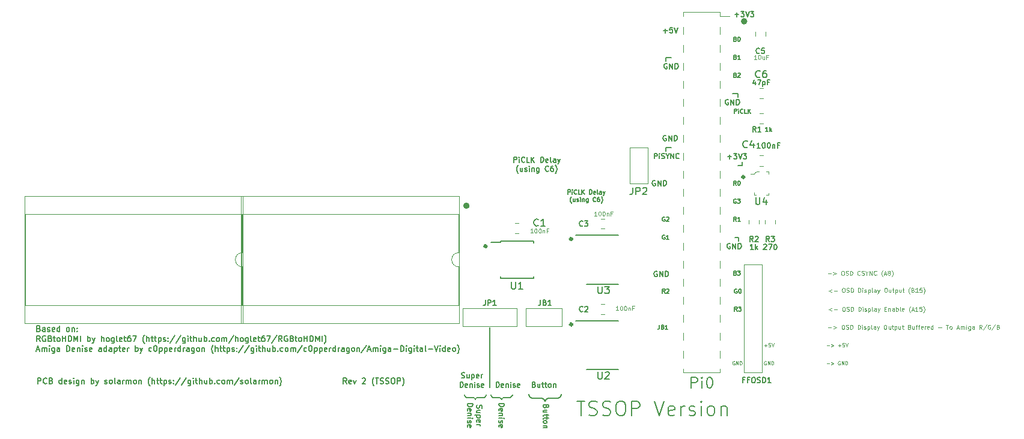
<source format=gbr>
G04 #@! TF.GenerationSoftware,KiCad,Pcbnew,(5.1.9)-1*
G04 #@! TF.CreationDate,2021-04-27T11:27:47+01:00*
G04 #@! TF.ProjectId,RGBtoHDMI Amiga Denise - solarmon - Rev 2 - TSSOP,52474274-6f48-4444-9d49-20416d696761,2 (TSSOP)*
G04 #@! TF.SameCoordinates,Original*
G04 #@! TF.FileFunction,Legend,Top*
G04 #@! TF.FilePolarity,Positive*
%FSLAX46Y46*%
G04 Gerber Fmt 4.6, Leading zero omitted, Abs format (unit mm)*
G04 Created by KiCad (PCBNEW (5.1.9)-1) date 2021-04-27 11:27:47*
%MOMM*%
%LPD*%
G01*
G04 APERTURE LIST*
%ADD10C,0.200000*%
%ADD11C,0.187500*%
%ADD12C,0.125000*%
%ADD13C,0.150000*%
%ADD14C,0.500000*%
%ADD15C,0.400000*%
%ADD16C,0.120000*%
%ADD17C,0.100000*%
G04 APERTURE END LIST*
D10*
X181676476Y-85772761D02*
X182819333Y-85772761D01*
X182247904Y-87772761D02*
X182247904Y-85772761D01*
X183390761Y-87677523D02*
X183676476Y-87772761D01*
X184152666Y-87772761D01*
X184343142Y-87677523D01*
X184438380Y-87582285D01*
X184533619Y-87391809D01*
X184533619Y-87201333D01*
X184438380Y-87010857D01*
X184343142Y-86915619D01*
X184152666Y-86820380D01*
X183771714Y-86725142D01*
X183581238Y-86629904D01*
X183486000Y-86534666D01*
X183390761Y-86344190D01*
X183390761Y-86153714D01*
X183486000Y-85963238D01*
X183581238Y-85868000D01*
X183771714Y-85772761D01*
X184247904Y-85772761D01*
X184533619Y-85868000D01*
X185295523Y-87677523D02*
X185581238Y-87772761D01*
X186057428Y-87772761D01*
X186247904Y-87677523D01*
X186343142Y-87582285D01*
X186438380Y-87391809D01*
X186438380Y-87201333D01*
X186343142Y-87010857D01*
X186247904Y-86915619D01*
X186057428Y-86820380D01*
X185676476Y-86725142D01*
X185486000Y-86629904D01*
X185390761Y-86534666D01*
X185295523Y-86344190D01*
X185295523Y-86153714D01*
X185390761Y-85963238D01*
X185486000Y-85868000D01*
X185676476Y-85772761D01*
X186152666Y-85772761D01*
X186438380Y-85868000D01*
X187676476Y-85772761D02*
X188057428Y-85772761D01*
X188247904Y-85868000D01*
X188438380Y-86058476D01*
X188533619Y-86439428D01*
X188533619Y-87106095D01*
X188438380Y-87487047D01*
X188247904Y-87677523D01*
X188057428Y-87772761D01*
X187676476Y-87772761D01*
X187486000Y-87677523D01*
X187295523Y-87487047D01*
X187200285Y-87106095D01*
X187200285Y-86439428D01*
X187295523Y-86058476D01*
X187486000Y-85868000D01*
X187676476Y-85772761D01*
X189390761Y-87772761D02*
X189390761Y-85772761D01*
X190152666Y-85772761D01*
X190343142Y-85868000D01*
X190438380Y-85963238D01*
X190533619Y-86153714D01*
X190533619Y-86439428D01*
X190438380Y-86629904D01*
X190343142Y-86725142D01*
X190152666Y-86820380D01*
X189390761Y-86820380D01*
X192628857Y-85772761D02*
X193295523Y-87772761D01*
X193962190Y-85772761D01*
X195390761Y-87677523D02*
X195200285Y-87772761D01*
X194819333Y-87772761D01*
X194628857Y-87677523D01*
X194533619Y-87487047D01*
X194533619Y-86725142D01*
X194628857Y-86534666D01*
X194819333Y-86439428D01*
X195200285Y-86439428D01*
X195390761Y-86534666D01*
X195486000Y-86725142D01*
X195486000Y-86915619D01*
X194533619Y-87106095D01*
X196343142Y-87772761D02*
X196343142Y-86439428D01*
X196343142Y-86820380D02*
X196438380Y-86629904D01*
X196533619Y-86534666D01*
X196724095Y-86439428D01*
X196914571Y-86439428D01*
X197486000Y-87677523D02*
X197676476Y-87772761D01*
X198057428Y-87772761D01*
X198247904Y-87677523D01*
X198343142Y-87487047D01*
X198343142Y-87391809D01*
X198247904Y-87201333D01*
X198057428Y-87106095D01*
X197771714Y-87106095D01*
X197581238Y-87010857D01*
X197486000Y-86820380D01*
X197486000Y-86725142D01*
X197581238Y-86534666D01*
X197771714Y-86439428D01*
X198057428Y-86439428D01*
X198247904Y-86534666D01*
X199200285Y-87772761D02*
X199200285Y-86439428D01*
X199200285Y-85772761D02*
X199105047Y-85868000D01*
X199200285Y-85963238D01*
X199295523Y-85868000D01*
X199200285Y-85772761D01*
X199200285Y-85963238D01*
X200438380Y-87772761D02*
X200247904Y-87677523D01*
X200152666Y-87582285D01*
X200057428Y-87391809D01*
X200057428Y-86820380D01*
X200152666Y-86629904D01*
X200247904Y-86534666D01*
X200438380Y-86439428D01*
X200724095Y-86439428D01*
X200914571Y-86534666D01*
X201009809Y-86629904D01*
X201105047Y-86820380D01*
X201105047Y-87391809D01*
X201009809Y-87582285D01*
X200914571Y-87677523D01*
X200724095Y-87772761D01*
X200438380Y-87772761D01*
X201962190Y-86439428D02*
X201962190Y-87772761D01*
X201962190Y-86629904D02*
X202057428Y-86534666D01*
X202247904Y-86439428D01*
X202533619Y-86439428D01*
X202724095Y-86534666D01*
X202819333Y-86725142D01*
X202819333Y-87772761D01*
D11*
X192976571Y-67443000D02*
X192905142Y-67407285D01*
X192798000Y-67407285D01*
X192690857Y-67443000D01*
X192619428Y-67514428D01*
X192583714Y-67585857D01*
X192548000Y-67728714D01*
X192548000Y-67835857D01*
X192583714Y-67978714D01*
X192619428Y-68050142D01*
X192690857Y-68121571D01*
X192798000Y-68157285D01*
X192869428Y-68157285D01*
X192976571Y-68121571D01*
X193012285Y-68085857D01*
X193012285Y-67835857D01*
X192869428Y-67835857D01*
X193333714Y-68157285D02*
X193333714Y-67407285D01*
X193762285Y-68157285D01*
X193762285Y-67407285D01*
X194119428Y-68157285D02*
X194119428Y-67407285D01*
X194298000Y-67407285D01*
X194405142Y-67443000D01*
X194476571Y-67514428D01*
X194512285Y-67585857D01*
X194548000Y-67728714D01*
X194548000Y-67835857D01*
X194512285Y-67978714D01*
X194476571Y-68050142D01*
X194405142Y-68121571D01*
X194298000Y-68157285D01*
X194119428Y-68157285D01*
D12*
X203880892Y-80141000D02*
X203833273Y-80117190D01*
X203761845Y-80117190D01*
X203690416Y-80141000D01*
X203642797Y-80188619D01*
X203618988Y-80236238D01*
X203595178Y-80331476D01*
X203595178Y-80402904D01*
X203618988Y-80498142D01*
X203642797Y-80545761D01*
X203690416Y-80593380D01*
X203761845Y-80617190D01*
X203809464Y-80617190D01*
X203880892Y-80593380D01*
X203904702Y-80569571D01*
X203904702Y-80402904D01*
X203809464Y-80402904D01*
X204118988Y-80617190D02*
X204118988Y-80117190D01*
X204404702Y-80617190D01*
X204404702Y-80117190D01*
X204642797Y-80617190D02*
X204642797Y-80117190D01*
X204761845Y-80117190D01*
X204833273Y-80141000D01*
X204880892Y-80188619D01*
X204904702Y-80236238D01*
X204928511Y-80331476D01*
X204928511Y-80402904D01*
X204904702Y-80498142D01*
X204880892Y-80545761D01*
X204833273Y-80593380D01*
X204761845Y-80617190D01*
X204642797Y-80617190D01*
D13*
X194183000Y-37719000D02*
X194183000Y-37211000D01*
X194945000Y-37211000D02*
X194183000Y-37211000D01*
X193302000Y-74982428D02*
X193302000Y-75411000D01*
X193273428Y-75496714D01*
X193216285Y-75553857D01*
X193130571Y-75582428D01*
X193073428Y-75582428D01*
X193787714Y-75268142D02*
X193873428Y-75296714D01*
X193902000Y-75325285D01*
X193930571Y-75382428D01*
X193930571Y-75468142D01*
X193902000Y-75525285D01*
X193873428Y-75553857D01*
X193816285Y-75582428D01*
X193587714Y-75582428D01*
X193587714Y-74982428D01*
X193787714Y-74982428D01*
X193844857Y-75011000D01*
X193873428Y-75039571D01*
X193902000Y-75096714D01*
X193902000Y-75153857D01*
X193873428Y-75211000D01*
X193844857Y-75239571D01*
X193787714Y-75268142D01*
X193587714Y-75268142D01*
X194502000Y-75582428D02*
X194159142Y-75582428D01*
X194330571Y-75582428D02*
X194330571Y-74982428D01*
X194273428Y-75068142D01*
X194216285Y-75125285D01*
X194159142Y-75153857D01*
X204243000Y-73042428D02*
X204043000Y-72756714D01*
X203900142Y-73042428D02*
X203900142Y-72442428D01*
X204128714Y-72442428D01*
X204185857Y-72471000D01*
X204214428Y-72499571D01*
X204243000Y-72556714D01*
X204243000Y-72642428D01*
X204214428Y-72699571D01*
X204185857Y-72728142D01*
X204128714Y-72756714D01*
X203900142Y-72756714D01*
X204443000Y-72442428D02*
X204814428Y-72442428D01*
X204614428Y-72671000D01*
X204700142Y-72671000D01*
X204757285Y-72699571D01*
X204785857Y-72728142D01*
X204814428Y-72785285D01*
X204814428Y-72928142D01*
X204785857Y-72985285D01*
X204757285Y-73013857D01*
X204700142Y-73042428D01*
X204528714Y-73042428D01*
X204471571Y-73013857D01*
X204443000Y-72985285D01*
D10*
X149240619Y-83292904D02*
X148973952Y-82911952D01*
X148783476Y-83292904D02*
X148783476Y-82492904D01*
X149088238Y-82492904D01*
X149164428Y-82531000D01*
X149202523Y-82569095D01*
X149240619Y-82645285D01*
X149240619Y-82759571D01*
X149202523Y-82835761D01*
X149164428Y-82873857D01*
X149088238Y-82911952D01*
X148783476Y-82911952D01*
X149888238Y-83254809D02*
X149812047Y-83292904D01*
X149659666Y-83292904D01*
X149583476Y-83254809D01*
X149545380Y-83178619D01*
X149545380Y-82873857D01*
X149583476Y-82797666D01*
X149659666Y-82759571D01*
X149812047Y-82759571D01*
X149888238Y-82797666D01*
X149926333Y-82873857D01*
X149926333Y-82950047D01*
X149545380Y-83026238D01*
X150193000Y-82759571D02*
X150383476Y-83292904D01*
X150573952Y-82759571D01*
X151450142Y-82569095D02*
X151488238Y-82531000D01*
X151564428Y-82492904D01*
X151754904Y-82492904D01*
X151831095Y-82531000D01*
X151869190Y-82569095D01*
X151907285Y-82645285D01*
X151907285Y-82721476D01*
X151869190Y-82835761D01*
X151412047Y-83292904D01*
X151907285Y-83292904D01*
X153088238Y-83597666D02*
X153050142Y-83559571D01*
X152973952Y-83445285D01*
X152935857Y-83369095D01*
X152897761Y-83254809D01*
X152859666Y-83064333D01*
X152859666Y-82911952D01*
X152897761Y-82721476D01*
X152935857Y-82607190D01*
X152973952Y-82531000D01*
X153050142Y-82416714D01*
X153088238Y-82378619D01*
X153278714Y-82492904D02*
X153735857Y-82492904D01*
X153507285Y-83292904D02*
X153507285Y-82492904D01*
X153964428Y-83254809D02*
X154078714Y-83292904D01*
X154269190Y-83292904D01*
X154345380Y-83254809D01*
X154383476Y-83216714D01*
X154421571Y-83140523D01*
X154421571Y-83064333D01*
X154383476Y-82988142D01*
X154345380Y-82950047D01*
X154269190Y-82911952D01*
X154116809Y-82873857D01*
X154040619Y-82835761D01*
X154002523Y-82797666D01*
X153964428Y-82721476D01*
X153964428Y-82645285D01*
X154002523Y-82569095D01*
X154040619Y-82531000D01*
X154116809Y-82492904D01*
X154307285Y-82492904D01*
X154421571Y-82531000D01*
X154726333Y-83254809D02*
X154840619Y-83292904D01*
X155031095Y-83292904D01*
X155107285Y-83254809D01*
X155145380Y-83216714D01*
X155183476Y-83140523D01*
X155183476Y-83064333D01*
X155145380Y-82988142D01*
X155107285Y-82950047D01*
X155031095Y-82911952D01*
X154878714Y-82873857D01*
X154802523Y-82835761D01*
X154764428Y-82797666D01*
X154726333Y-82721476D01*
X154726333Y-82645285D01*
X154764428Y-82569095D01*
X154802523Y-82531000D01*
X154878714Y-82492904D01*
X155069190Y-82492904D01*
X155183476Y-82531000D01*
X155678714Y-82492904D02*
X155831095Y-82492904D01*
X155907285Y-82531000D01*
X155983476Y-82607190D01*
X156021571Y-82759571D01*
X156021571Y-83026238D01*
X155983476Y-83178619D01*
X155907285Y-83254809D01*
X155831095Y-83292904D01*
X155678714Y-83292904D01*
X155602523Y-83254809D01*
X155526333Y-83178619D01*
X155488238Y-83026238D01*
X155488238Y-82759571D01*
X155526333Y-82607190D01*
X155602523Y-82531000D01*
X155678714Y-82492904D01*
X156364428Y-83292904D02*
X156364428Y-82492904D01*
X156669190Y-82492904D01*
X156745380Y-82531000D01*
X156783476Y-82569095D01*
X156821571Y-82645285D01*
X156821571Y-82759571D01*
X156783476Y-82835761D01*
X156745380Y-82873857D01*
X156669190Y-82911952D01*
X156364428Y-82911952D01*
X157088238Y-83597666D02*
X157126333Y-83559571D01*
X157202523Y-83445285D01*
X157240619Y-83369095D01*
X157278714Y-83254809D01*
X157316809Y-83064333D01*
X157316809Y-82911952D01*
X157278714Y-82721476D01*
X157240619Y-82607190D01*
X157202523Y-82531000D01*
X157126333Y-82416714D01*
X157088238Y-82378619D01*
D13*
X172789857Y-52025785D02*
X172789857Y-51275785D01*
X173075571Y-51275785D01*
X173147000Y-51311500D01*
X173182714Y-51347214D01*
X173218428Y-51418642D01*
X173218428Y-51525785D01*
X173182714Y-51597214D01*
X173147000Y-51632928D01*
X173075571Y-51668642D01*
X172789857Y-51668642D01*
X173539857Y-52025785D02*
X173539857Y-51525785D01*
X173539857Y-51275785D02*
X173504142Y-51311500D01*
X173539857Y-51347214D01*
X173575571Y-51311500D01*
X173539857Y-51275785D01*
X173539857Y-51347214D01*
X174325571Y-51954357D02*
X174289857Y-51990071D01*
X174182714Y-52025785D01*
X174111285Y-52025785D01*
X174004142Y-51990071D01*
X173932714Y-51918642D01*
X173897000Y-51847214D01*
X173861285Y-51704357D01*
X173861285Y-51597214D01*
X173897000Y-51454357D01*
X173932714Y-51382928D01*
X174004142Y-51311500D01*
X174111285Y-51275785D01*
X174182714Y-51275785D01*
X174289857Y-51311500D01*
X174325571Y-51347214D01*
X175004142Y-52025785D02*
X174647000Y-52025785D01*
X174647000Y-51275785D01*
X175254142Y-52025785D02*
X175254142Y-51275785D01*
X175682714Y-52025785D02*
X175361285Y-51597214D01*
X175682714Y-51275785D02*
X175254142Y-51704357D01*
X176575571Y-52025785D02*
X176575571Y-51275785D01*
X176754142Y-51275785D01*
X176861285Y-51311500D01*
X176932714Y-51382928D01*
X176968428Y-51454357D01*
X177004142Y-51597214D01*
X177004142Y-51704357D01*
X176968428Y-51847214D01*
X176932714Y-51918642D01*
X176861285Y-51990071D01*
X176754142Y-52025785D01*
X176575571Y-52025785D01*
X177611285Y-51990071D02*
X177539857Y-52025785D01*
X177397000Y-52025785D01*
X177325571Y-51990071D01*
X177289857Y-51918642D01*
X177289857Y-51632928D01*
X177325571Y-51561500D01*
X177397000Y-51525785D01*
X177539857Y-51525785D01*
X177611285Y-51561500D01*
X177647000Y-51632928D01*
X177647000Y-51704357D01*
X177289857Y-51775785D01*
X178075571Y-52025785D02*
X178004142Y-51990071D01*
X177968428Y-51918642D01*
X177968428Y-51275785D01*
X178682714Y-52025785D02*
X178682714Y-51632928D01*
X178647000Y-51561500D01*
X178575571Y-51525785D01*
X178432714Y-51525785D01*
X178361285Y-51561500D01*
X178682714Y-51990071D02*
X178611285Y-52025785D01*
X178432714Y-52025785D01*
X178361285Y-51990071D01*
X178325571Y-51918642D01*
X178325571Y-51847214D01*
X178361285Y-51775785D01*
X178432714Y-51740071D01*
X178611285Y-51740071D01*
X178682714Y-51704357D01*
X178968428Y-51525785D02*
X179147000Y-52025785D01*
X179325571Y-51525785D02*
X179147000Y-52025785D01*
X179075571Y-52204357D01*
X179039857Y-52240071D01*
X178968428Y-52275785D01*
X173397000Y-53586500D02*
X173361285Y-53550785D01*
X173289857Y-53443642D01*
X173254142Y-53372214D01*
X173218428Y-53265071D01*
X173182714Y-53086500D01*
X173182714Y-52943642D01*
X173218428Y-52765071D01*
X173254142Y-52657928D01*
X173289857Y-52586500D01*
X173361285Y-52479357D01*
X173397000Y-52443642D01*
X174004142Y-52800785D02*
X174004142Y-53300785D01*
X173682714Y-52800785D02*
X173682714Y-53193642D01*
X173718428Y-53265071D01*
X173789857Y-53300785D01*
X173897000Y-53300785D01*
X173968428Y-53265071D01*
X174004142Y-53229357D01*
X174325571Y-53265071D02*
X174397000Y-53300785D01*
X174539857Y-53300785D01*
X174611285Y-53265071D01*
X174647000Y-53193642D01*
X174647000Y-53157928D01*
X174611285Y-53086500D01*
X174539857Y-53050785D01*
X174432714Y-53050785D01*
X174361285Y-53015071D01*
X174325571Y-52943642D01*
X174325571Y-52907928D01*
X174361285Y-52836500D01*
X174432714Y-52800785D01*
X174539857Y-52800785D01*
X174611285Y-52836500D01*
X174968428Y-53300785D02*
X174968428Y-52800785D01*
X174968428Y-52550785D02*
X174932714Y-52586500D01*
X174968428Y-52622214D01*
X175004142Y-52586500D01*
X174968428Y-52550785D01*
X174968428Y-52622214D01*
X175325571Y-52800785D02*
X175325571Y-53300785D01*
X175325571Y-52872214D02*
X175361285Y-52836500D01*
X175432714Y-52800785D01*
X175539857Y-52800785D01*
X175611285Y-52836500D01*
X175647000Y-52907928D01*
X175647000Y-53300785D01*
X176325571Y-52800785D02*
X176325571Y-53407928D01*
X176289857Y-53479357D01*
X176254142Y-53515071D01*
X176182714Y-53550785D01*
X176075571Y-53550785D01*
X176004142Y-53515071D01*
X176325571Y-53265071D02*
X176254142Y-53300785D01*
X176111285Y-53300785D01*
X176039857Y-53265071D01*
X176004142Y-53229357D01*
X175968428Y-53157928D01*
X175968428Y-52943642D01*
X176004142Y-52872214D01*
X176039857Y-52836500D01*
X176111285Y-52800785D01*
X176254142Y-52800785D01*
X176325571Y-52836500D01*
X177682714Y-53229357D02*
X177647000Y-53265071D01*
X177539857Y-53300785D01*
X177468428Y-53300785D01*
X177361285Y-53265071D01*
X177289857Y-53193642D01*
X177254142Y-53122214D01*
X177218428Y-52979357D01*
X177218428Y-52872214D01*
X177254142Y-52729357D01*
X177289857Y-52657928D01*
X177361285Y-52586500D01*
X177468428Y-52550785D01*
X177539857Y-52550785D01*
X177647000Y-52586500D01*
X177682714Y-52622214D01*
X178325571Y-52550785D02*
X178182714Y-52550785D01*
X178111285Y-52586500D01*
X178075571Y-52622214D01*
X178004142Y-52729357D01*
X177968428Y-52872214D01*
X177968428Y-53157928D01*
X178004142Y-53229357D01*
X178039857Y-53265071D01*
X178111285Y-53300785D01*
X178254142Y-53300785D01*
X178325571Y-53265071D01*
X178361285Y-53229357D01*
X178397000Y-53157928D01*
X178397000Y-52979357D01*
X178361285Y-52907928D01*
X178325571Y-52872214D01*
X178254142Y-52836500D01*
X178111285Y-52836500D01*
X178039857Y-52872214D01*
X178004142Y-52907928D01*
X177968428Y-52979357D01*
X178647000Y-53586500D02*
X178682714Y-53550785D01*
X178754142Y-53443642D01*
X178789857Y-53372214D01*
X178825571Y-53265071D01*
X178861285Y-53086500D01*
X178861285Y-52943642D01*
X178825571Y-52765071D01*
X178789857Y-52657928D01*
X178754142Y-52586500D01*
X178682714Y-52479357D01*
X178647000Y-52443642D01*
X180421285Y-56515428D02*
X180421285Y-55915428D01*
X180649857Y-55915428D01*
X180707000Y-55944000D01*
X180735571Y-55972571D01*
X180764142Y-56029714D01*
X180764142Y-56115428D01*
X180735571Y-56172571D01*
X180707000Y-56201142D01*
X180649857Y-56229714D01*
X180421285Y-56229714D01*
X181021285Y-56515428D02*
X181021285Y-56115428D01*
X181021285Y-55915428D02*
X180992714Y-55944000D01*
X181021285Y-55972571D01*
X181049857Y-55944000D01*
X181021285Y-55915428D01*
X181021285Y-55972571D01*
X181649857Y-56458285D02*
X181621285Y-56486857D01*
X181535571Y-56515428D01*
X181478428Y-56515428D01*
X181392714Y-56486857D01*
X181335571Y-56429714D01*
X181307000Y-56372571D01*
X181278428Y-56258285D01*
X181278428Y-56172571D01*
X181307000Y-56058285D01*
X181335571Y-56001142D01*
X181392714Y-55944000D01*
X181478428Y-55915428D01*
X181535571Y-55915428D01*
X181621285Y-55944000D01*
X181649857Y-55972571D01*
X182192714Y-56515428D02*
X181907000Y-56515428D01*
X181907000Y-55915428D01*
X182392714Y-56515428D02*
X182392714Y-55915428D01*
X182735571Y-56515428D02*
X182478428Y-56172571D01*
X182735571Y-55915428D02*
X182392714Y-56258285D01*
X183449857Y-56515428D02*
X183449857Y-55915428D01*
X183592714Y-55915428D01*
X183678428Y-55944000D01*
X183735571Y-56001142D01*
X183764142Y-56058285D01*
X183792714Y-56172571D01*
X183792714Y-56258285D01*
X183764142Y-56372571D01*
X183735571Y-56429714D01*
X183678428Y-56486857D01*
X183592714Y-56515428D01*
X183449857Y-56515428D01*
X184278428Y-56486857D02*
X184221285Y-56515428D01*
X184107000Y-56515428D01*
X184049857Y-56486857D01*
X184021285Y-56429714D01*
X184021285Y-56201142D01*
X184049857Y-56144000D01*
X184107000Y-56115428D01*
X184221285Y-56115428D01*
X184278428Y-56144000D01*
X184307000Y-56201142D01*
X184307000Y-56258285D01*
X184021285Y-56315428D01*
X184649857Y-56515428D02*
X184592714Y-56486857D01*
X184564142Y-56429714D01*
X184564142Y-55915428D01*
X185135571Y-56515428D02*
X185135571Y-56201142D01*
X185107000Y-56144000D01*
X185049857Y-56115428D01*
X184935571Y-56115428D01*
X184878428Y-56144000D01*
X185135571Y-56486857D02*
X185078428Y-56515428D01*
X184935571Y-56515428D01*
X184878428Y-56486857D01*
X184849857Y-56429714D01*
X184849857Y-56372571D01*
X184878428Y-56315428D01*
X184935571Y-56286857D01*
X185078428Y-56286857D01*
X185135571Y-56258285D01*
X185364142Y-56115428D02*
X185507000Y-56515428D01*
X185649857Y-56115428D02*
X185507000Y-56515428D01*
X185449857Y-56658285D01*
X185421285Y-56686857D01*
X185364142Y-56715428D01*
X180907000Y-57794000D02*
X180878428Y-57765428D01*
X180821285Y-57679714D01*
X180792714Y-57622571D01*
X180764142Y-57536857D01*
X180735571Y-57394000D01*
X180735571Y-57279714D01*
X180764142Y-57136857D01*
X180792714Y-57051142D01*
X180821285Y-56994000D01*
X180878428Y-56908285D01*
X180907000Y-56879714D01*
X181392714Y-57165428D02*
X181392714Y-57565428D01*
X181135571Y-57165428D02*
X181135571Y-57479714D01*
X181164142Y-57536857D01*
X181221285Y-57565428D01*
X181307000Y-57565428D01*
X181364142Y-57536857D01*
X181392714Y-57508285D01*
X181649857Y-57536857D02*
X181707000Y-57565428D01*
X181821285Y-57565428D01*
X181878428Y-57536857D01*
X181907000Y-57479714D01*
X181907000Y-57451142D01*
X181878428Y-57394000D01*
X181821285Y-57365428D01*
X181735571Y-57365428D01*
X181678428Y-57336857D01*
X181649857Y-57279714D01*
X181649857Y-57251142D01*
X181678428Y-57194000D01*
X181735571Y-57165428D01*
X181821285Y-57165428D01*
X181878428Y-57194000D01*
X182164142Y-57565428D02*
X182164142Y-57165428D01*
X182164142Y-56965428D02*
X182135571Y-56994000D01*
X182164142Y-57022571D01*
X182192714Y-56994000D01*
X182164142Y-56965428D01*
X182164142Y-57022571D01*
X182449857Y-57165428D02*
X182449857Y-57565428D01*
X182449857Y-57222571D02*
X182478428Y-57194000D01*
X182535571Y-57165428D01*
X182621285Y-57165428D01*
X182678428Y-57194000D01*
X182707000Y-57251142D01*
X182707000Y-57565428D01*
X183249857Y-57165428D02*
X183249857Y-57651142D01*
X183221285Y-57708285D01*
X183192714Y-57736857D01*
X183135571Y-57765428D01*
X183049857Y-57765428D01*
X182992714Y-57736857D01*
X183249857Y-57536857D02*
X183192714Y-57565428D01*
X183078428Y-57565428D01*
X183021285Y-57536857D01*
X182992714Y-57508285D01*
X182964142Y-57451142D01*
X182964142Y-57279714D01*
X182992714Y-57222571D01*
X183021285Y-57194000D01*
X183078428Y-57165428D01*
X183192714Y-57165428D01*
X183249857Y-57194000D01*
X184335571Y-57508285D02*
X184307000Y-57536857D01*
X184221285Y-57565428D01*
X184164142Y-57565428D01*
X184078428Y-57536857D01*
X184021285Y-57479714D01*
X183992714Y-57422571D01*
X183964142Y-57308285D01*
X183964142Y-57222571D01*
X183992714Y-57108285D01*
X184021285Y-57051142D01*
X184078428Y-56994000D01*
X184164142Y-56965428D01*
X184221285Y-56965428D01*
X184307000Y-56994000D01*
X184335571Y-57022571D01*
X184849857Y-56965428D02*
X184735571Y-56965428D01*
X184678428Y-56994000D01*
X184649857Y-57022571D01*
X184592714Y-57108285D01*
X184564142Y-57222571D01*
X184564142Y-57451142D01*
X184592714Y-57508285D01*
X184621285Y-57536857D01*
X184678428Y-57565428D01*
X184792714Y-57565428D01*
X184849857Y-57536857D01*
X184878428Y-57508285D01*
X184907000Y-57451142D01*
X184907000Y-57308285D01*
X184878428Y-57251142D01*
X184849857Y-57222571D01*
X184792714Y-57194000D01*
X184678428Y-57194000D01*
X184621285Y-57222571D01*
X184592714Y-57251142D01*
X184564142Y-57308285D01*
X185107000Y-57794000D02*
X185135571Y-57765428D01*
X185192714Y-57679714D01*
X185221285Y-57622571D01*
X185249857Y-57536857D01*
X185278428Y-57394000D01*
X185278428Y-57279714D01*
X185249857Y-57136857D01*
X185221285Y-57051142D01*
X185192714Y-56994000D01*
X185135571Y-56908285D01*
X185107000Y-56879714D01*
X194083000Y-70502428D02*
X193883000Y-70216714D01*
X193740142Y-70502428D02*
X193740142Y-69902428D01*
X193968714Y-69902428D01*
X194025857Y-69931000D01*
X194054428Y-69959571D01*
X194083000Y-70016714D01*
X194083000Y-70102428D01*
X194054428Y-70159571D01*
X194025857Y-70188142D01*
X193968714Y-70216714D01*
X193740142Y-70216714D01*
X194311571Y-69959571D02*
X194340142Y-69931000D01*
X194397285Y-69902428D01*
X194540142Y-69902428D01*
X194597285Y-69931000D01*
X194625857Y-69959571D01*
X194654428Y-70016714D01*
X194654428Y-70073857D01*
X194625857Y-70159571D01*
X194283000Y-70502428D01*
X194654428Y-70502428D01*
X204116000Y-60342428D02*
X203916000Y-60056714D01*
X203773142Y-60342428D02*
X203773142Y-59742428D01*
X204001714Y-59742428D01*
X204058857Y-59771000D01*
X204087428Y-59799571D01*
X204116000Y-59856714D01*
X204116000Y-59942428D01*
X204087428Y-59999571D01*
X204058857Y-60028142D01*
X204001714Y-60056714D01*
X203773142Y-60056714D01*
X204687428Y-60342428D02*
X204344571Y-60342428D01*
X204516000Y-60342428D02*
X204516000Y-59742428D01*
X204458857Y-59828142D01*
X204401714Y-59885285D01*
X204344571Y-59913857D01*
X204214428Y-69931000D02*
X204157285Y-69902428D01*
X204071571Y-69902428D01*
X203985857Y-69931000D01*
X203928714Y-69988142D01*
X203900142Y-70045285D01*
X203871571Y-70159571D01*
X203871571Y-70245285D01*
X203900142Y-70359571D01*
X203928714Y-70416714D01*
X203985857Y-70473857D01*
X204071571Y-70502428D01*
X204128714Y-70502428D01*
X204214428Y-70473857D01*
X204243000Y-70445285D01*
X204243000Y-70245285D01*
X204128714Y-70245285D01*
X204614428Y-69902428D02*
X204671571Y-69902428D01*
X204728714Y-69931000D01*
X204757285Y-69959571D01*
X204785857Y-70016714D01*
X204814428Y-70131000D01*
X204814428Y-70273857D01*
X204785857Y-70388142D01*
X204757285Y-70445285D01*
X204728714Y-70473857D01*
X204671571Y-70502428D01*
X204614428Y-70502428D01*
X204557285Y-70473857D01*
X204528714Y-70445285D01*
X204500142Y-70388142D01*
X204471571Y-70273857D01*
X204471571Y-70131000D01*
X204500142Y-70016714D01*
X204528714Y-69959571D01*
X204557285Y-69931000D01*
X204614428Y-69902428D01*
X203973142Y-67648142D02*
X204058857Y-67676714D01*
X204087428Y-67705285D01*
X204116000Y-67762428D01*
X204116000Y-67848142D01*
X204087428Y-67905285D01*
X204058857Y-67933857D01*
X204001714Y-67962428D01*
X203773142Y-67962428D01*
X203773142Y-67362428D01*
X203973142Y-67362428D01*
X204030285Y-67391000D01*
X204058857Y-67419571D01*
X204087428Y-67476714D01*
X204087428Y-67533857D01*
X204058857Y-67591000D01*
X204030285Y-67619571D01*
X203973142Y-67648142D01*
X203773142Y-67648142D01*
X204316000Y-67362428D02*
X204687428Y-67362428D01*
X204487428Y-67591000D01*
X204573142Y-67591000D01*
X204630285Y-67619571D01*
X204658857Y-67648142D01*
X204687428Y-67705285D01*
X204687428Y-67848142D01*
X204658857Y-67905285D01*
X204630285Y-67933857D01*
X204573142Y-67962428D01*
X204401714Y-67962428D01*
X204344571Y-67933857D01*
X204316000Y-67905285D01*
X194054428Y-62311000D02*
X193997285Y-62282428D01*
X193911571Y-62282428D01*
X193825857Y-62311000D01*
X193768714Y-62368142D01*
X193740142Y-62425285D01*
X193711571Y-62539571D01*
X193711571Y-62625285D01*
X193740142Y-62739571D01*
X193768714Y-62796714D01*
X193825857Y-62853857D01*
X193911571Y-62882428D01*
X193968714Y-62882428D01*
X194054428Y-62853857D01*
X194083000Y-62825285D01*
X194083000Y-62625285D01*
X193968714Y-62625285D01*
X194654428Y-62882428D02*
X194311571Y-62882428D01*
X194483000Y-62882428D02*
X194483000Y-62282428D01*
X194425857Y-62368142D01*
X194368714Y-62425285D01*
X194311571Y-62453857D01*
X194054428Y-59771000D02*
X193997285Y-59742428D01*
X193911571Y-59742428D01*
X193825857Y-59771000D01*
X193768714Y-59828142D01*
X193740142Y-59885285D01*
X193711571Y-59999571D01*
X193711571Y-60085285D01*
X193740142Y-60199571D01*
X193768714Y-60256714D01*
X193825857Y-60313857D01*
X193911571Y-60342428D01*
X193968714Y-60342428D01*
X194054428Y-60313857D01*
X194083000Y-60285285D01*
X194083000Y-60085285D01*
X193968714Y-60085285D01*
X194311571Y-59799571D02*
X194340142Y-59771000D01*
X194397285Y-59742428D01*
X194540142Y-59742428D01*
X194597285Y-59771000D01*
X194625857Y-59799571D01*
X194654428Y-59856714D01*
X194654428Y-59913857D01*
X194625857Y-59999571D01*
X194283000Y-60342428D01*
X194654428Y-60342428D01*
X204087428Y-57231000D02*
X204030285Y-57202428D01*
X203944571Y-57202428D01*
X203858857Y-57231000D01*
X203801714Y-57288142D01*
X203773142Y-57345285D01*
X203744571Y-57459571D01*
X203744571Y-57545285D01*
X203773142Y-57659571D01*
X203801714Y-57716714D01*
X203858857Y-57773857D01*
X203944571Y-57802428D01*
X204001714Y-57802428D01*
X204087428Y-57773857D01*
X204116000Y-57745285D01*
X204116000Y-57545285D01*
X204001714Y-57545285D01*
X204316000Y-57202428D02*
X204687428Y-57202428D01*
X204487428Y-57431000D01*
X204573142Y-57431000D01*
X204630285Y-57459571D01*
X204658857Y-57488142D01*
X204687428Y-57545285D01*
X204687428Y-57688142D01*
X204658857Y-57745285D01*
X204630285Y-57773857D01*
X204573142Y-57802428D01*
X204401714Y-57802428D01*
X204344571Y-57773857D01*
X204316000Y-57745285D01*
X204116000Y-55262428D02*
X203916000Y-54976714D01*
X203773142Y-55262428D02*
X203773142Y-54662428D01*
X204001714Y-54662428D01*
X204058857Y-54691000D01*
X204087428Y-54719571D01*
X204116000Y-54776714D01*
X204116000Y-54862428D01*
X204087428Y-54919571D01*
X204058857Y-54948142D01*
X204001714Y-54976714D01*
X203773142Y-54976714D01*
X204487428Y-54662428D02*
X204544571Y-54662428D01*
X204601714Y-54691000D01*
X204630285Y-54719571D01*
X204658857Y-54776714D01*
X204687428Y-54891000D01*
X204687428Y-55033857D01*
X204658857Y-55148142D01*
X204630285Y-55205285D01*
X204601714Y-55233857D01*
X204544571Y-55262428D01*
X204487428Y-55262428D01*
X204430285Y-55233857D01*
X204401714Y-55205285D01*
X204373142Y-55148142D01*
X204344571Y-55033857D01*
X204344571Y-54891000D01*
X204373142Y-54776714D01*
X204401714Y-54719571D01*
X204430285Y-54691000D01*
X204487428Y-54662428D01*
X203973142Y-34628142D02*
X204058857Y-34656714D01*
X204087428Y-34685285D01*
X204116000Y-34742428D01*
X204116000Y-34828142D01*
X204087428Y-34885285D01*
X204058857Y-34913857D01*
X204001714Y-34942428D01*
X203773142Y-34942428D01*
X203773142Y-34342428D01*
X203973142Y-34342428D01*
X204030285Y-34371000D01*
X204058857Y-34399571D01*
X204087428Y-34456714D01*
X204087428Y-34513857D01*
X204058857Y-34571000D01*
X204030285Y-34599571D01*
X203973142Y-34628142D01*
X203773142Y-34628142D01*
X204487428Y-34342428D02*
X204544571Y-34342428D01*
X204601714Y-34371000D01*
X204630285Y-34399571D01*
X204658857Y-34456714D01*
X204687428Y-34571000D01*
X204687428Y-34713857D01*
X204658857Y-34828142D01*
X204630285Y-34885285D01*
X204601714Y-34913857D01*
X204544571Y-34942428D01*
X204487428Y-34942428D01*
X204430285Y-34913857D01*
X204401714Y-34885285D01*
X204373142Y-34828142D01*
X204344571Y-34713857D01*
X204344571Y-34571000D01*
X204373142Y-34456714D01*
X204401714Y-34399571D01*
X204430285Y-34371000D01*
X204487428Y-34342428D01*
X203973142Y-37168142D02*
X204058857Y-37196714D01*
X204087428Y-37225285D01*
X204116000Y-37282428D01*
X204116000Y-37368142D01*
X204087428Y-37425285D01*
X204058857Y-37453857D01*
X204001714Y-37482428D01*
X203773142Y-37482428D01*
X203773142Y-36882428D01*
X203973142Y-36882428D01*
X204030285Y-36911000D01*
X204058857Y-36939571D01*
X204087428Y-36996714D01*
X204087428Y-37053857D01*
X204058857Y-37111000D01*
X204030285Y-37139571D01*
X203973142Y-37168142D01*
X203773142Y-37168142D01*
X204687428Y-37482428D02*
X204344571Y-37482428D01*
X204516000Y-37482428D02*
X204516000Y-36882428D01*
X204458857Y-36968142D01*
X204401714Y-37025285D01*
X204344571Y-37053857D01*
X203973142Y-39708142D02*
X204058857Y-39736714D01*
X204087428Y-39765285D01*
X204116000Y-39822428D01*
X204116000Y-39908142D01*
X204087428Y-39965285D01*
X204058857Y-39993857D01*
X204001714Y-40022428D01*
X203773142Y-40022428D01*
X203773142Y-39422428D01*
X203973142Y-39422428D01*
X204030285Y-39451000D01*
X204058857Y-39479571D01*
X204087428Y-39536714D01*
X204087428Y-39593857D01*
X204058857Y-39651000D01*
X204030285Y-39679571D01*
X203973142Y-39708142D01*
X203773142Y-39708142D01*
X204344571Y-39479571D02*
X204373142Y-39451000D01*
X204430285Y-39422428D01*
X204573142Y-39422428D01*
X204630285Y-39451000D01*
X204658857Y-39479571D01*
X204687428Y-39536714D01*
X204687428Y-39593857D01*
X204658857Y-39679571D01*
X204316000Y-40022428D01*
X204687428Y-40022428D01*
X203835142Y-45102428D02*
X203835142Y-44502428D01*
X204063714Y-44502428D01*
X204120857Y-44531000D01*
X204149428Y-44559571D01*
X204178000Y-44616714D01*
X204178000Y-44702428D01*
X204149428Y-44759571D01*
X204120857Y-44788142D01*
X204063714Y-44816714D01*
X203835142Y-44816714D01*
X204435142Y-45102428D02*
X204435142Y-44702428D01*
X204435142Y-44502428D02*
X204406571Y-44531000D01*
X204435142Y-44559571D01*
X204463714Y-44531000D01*
X204435142Y-44502428D01*
X204435142Y-44559571D01*
X205063714Y-45045285D02*
X205035142Y-45073857D01*
X204949428Y-45102428D01*
X204892285Y-45102428D01*
X204806571Y-45073857D01*
X204749428Y-45016714D01*
X204720857Y-44959571D01*
X204692285Y-44845285D01*
X204692285Y-44759571D01*
X204720857Y-44645285D01*
X204749428Y-44588142D01*
X204806571Y-44531000D01*
X204892285Y-44502428D01*
X204949428Y-44502428D01*
X205035142Y-44531000D01*
X205063714Y-44559571D01*
X205606571Y-45102428D02*
X205320857Y-45102428D01*
X205320857Y-44502428D01*
X205806571Y-45102428D02*
X205806571Y-44502428D01*
X206149428Y-45102428D02*
X205892285Y-44759571D01*
X206149428Y-44502428D02*
X205806571Y-44845285D01*
X192610000Y-51497666D02*
X192610000Y-50797666D01*
X192876666Y-50797666D01*
X192943333Y-50831000D01*
X192976666Y-50864333D01*
X193010000Y-50931000D01*
X193010000Y-51031000D01*
X192976666Y-51097666D01*
X192943333Y-51131000D01*
X192876666Y-51164333D01*
X192610000Y-51164333D01*
X193310000Y-51497666D02*
X193310000Y-51031000D01*
X193310000Y-50797666D02*
X193276666Y-50831000D01*
X193310000Y-50864333D01*
X193343333Y-50831000D01*
X193310000Y-50797666D01*
X193310000Y-50864333D01*
X193610000Y-51464333D02*
X193710000Y-51497666D01*
X193876666Y-51497666D01*
X193943333Y-51464333D01*
X193976666Y-51431000D01*
X194010000Y-51364333D01*
X194010000Y-51297666D01*
X193976666Y-51231000D01*
X193943333Y-51197666D01*
X193876666Y-51164333D01*
X193743333Y-51131000D01*
X193676666Y-51097666D01*
X193643333Y-51064333D01*
X193610000Y-50997666D01*
X193610000Y-50931000D01*
X193643333Y-50864333D01*
X193676666Y-50831000D01*
X193743333Y-50797666D01*
X193910000Y-50797666D01*
X194010000Y-50831000D01*
X194443333Y-51164333D02*
X194443333Y-51497666D01*
X194210000Y-50797666D02*
X194443333Y-51164333D01*
X194676666Y-50797666D01*
X194910000Y-51497666D02*
X194910000Y-50797666D01*
X195310000Y-51497666D01*
X195310000Y-50797666D01*
X196043333Y-51431000D02*
X196010000Y-51464333D01*
X195910000Y-51497666D01*
X195843333Y-51497666D01*
X195743333Y-51464333D01*
X195676666Y-51397666D01*
X195643333Y-51331000D01*
X195610000Y-51197666D01*
X195610000Y-51097666D01*
X195643333Y-50964333D01*
X195676666Y-50897666D01*
X195743333Y-50831000D01*
X195843333Y-50797666D01*
X195910000Y-50797666D01*
X196010000Y-50831000D01*
X196043333Y-50864333D01*
X204470000Y-62611000D02*
X203962000Y-62611000D01*
X204470000Y-63119000D02*
X204470000Y-62611000D01*
D11*
X203263571Y-63506000D02*
X203192142Y-63470285D01*
X203085000Y-63470285D01*
X202977857Y-63506000D01*
X202906428Y-63577428D01*
X202870714Y-63648857D01*
X202835000Y-63791714D01*
X202835000Y-63898857D01*
X202870714Y-64041714D01*
X202906428Y-64113142D01*
X202977857Y-64184571D01*
X203085000Y-64220285D01*
X203156428Y-64220285D01*
X203263571Y-64184571D01*
X203299285Y-64148857D01*
X203299285Y-63898857D01*
X203156428Y-63898857D01*
X203620714Y-64220285D02*
X203620714Y-63470285D01*
X204049285Y-64220285D01*
X204049285Y-63470285D01*
X204406428Y-64220285D02*
X204406428Y-63470285D01*
X204585000Y-63470285D01*
X204692142Y-63506000D01*
X204763571Y-63577428D01*
X204799285Y-63648857D01*
X204835000Y-63791714D01*
X204835000Y-63898857D01*
X204799285Y-64041714D01*
X204763571Y-64113142D01*
X204692142Y-64184571D01*
X204585000Y-64220285D01*
X204406428Y-64220285D01*
D13*
X194183000Y-50419000D02*
X194183000Y-49911000D01*
X194945000Y-49911000D02*
X194183000Y-49911000D01*
D11*
X194246571Y-48266000D02*
X194175142Y-48230285D01*
X194068000Y-48230285D01*
X193960857Y-48266000D01*
X193889428Y-48337428D01*
X193853714Y-48408857D01*
X193818000Y-48551714D01*
X193818000Y-48658857D01*
X193853714Y-48801714D01*
X193889428Y-48873142D01*
X193960857Y-48944571D01*
X194068000Y-48980285D01*
X194139428Y-48980285D01*
X194246571Y-48944571D01*
X194282285Y-48908857D01*
X194282285Y-48658857D01*
X194139428Y-48658857D01*
X194603714Y-48980285D02*
X194603714Y-48230285D01*
X195032285Y-48980285D01*
X195032285Y-48230285D01*
X195389428Y-48980285D02*
X195389428Y-48230285D01*
X195568000Y-48230285D01*
X195675142Y-48266000D01*
X195746571Y-48337428D01*
X195782285Y-48408857D01*
X195818000Y-48551714D01*
X195818000Y-48658857D01*
X195782285Y-48801714D01*
X195746571Y-48873142D01*
X195675142Y-48944571D01*
X195568000Y-48980285D01*
X195389428Y-48980285D01*
X192722571Y-54616000D02*
X192651142Y-54580285D01*
X192544000Y-54580285D01*
X192436857Y-54616000D01*
X192365428Y-54687428D01*
X192329714Y-54758857D01*
X192294000Y-54901714D01*
X192294000Y-55008857D01*
X192329714Y-55151714D01*
X192365428Y-55223142D01*
X192436857Y-55294571D01*
X192544000Y-55330285D01*
X192615428Y-55330285D01*
X192722571Y-55294571D01*
X192758285Y-55258857D01*
X192758285Y-55008857D01*
X192615428Y-55008857D01*
X193079714Y-55330285D02*
X193079714Y-54580285D01*
X193508285Y-55330285D01*
X193508285Y-54580285D01*
X193865428Y-55330285D02*
X193865428Y-54580285D01*
X194044000Y-54580285D01*
X194151142Y-54616000D01*
X194222571Y-54687428D01*
X194258285Y-54758857D01*
X194294000Y-54901714D01*
X194294000Y-55008857D01*
X194258285Y-55151714D01*
X194222571Y-55223142D01*
X194151142Y-55294571D01*
X194044000Y-55330285D01*
X193865428Y-55330285D01*
D13*
X204343000Y-42799000D02*
X204343000Y-42291000D01*
X204343000Y-42291000D02*
X203581000Y-42291000D01*
D11*
X194373571Y-38106000D02*
X194302142Y-38070285D01*
X194195000Y-38070285D01*
X194087857Y-38106000D01*
X194016428Y-38177428D01*
X193980714Y-38248857D01*
X193945000Y-38391714D01*
X193945000Y-38498857D01*
X193980714Y-38641714D01*
X194016428Y-38713142D01*
X194087857Y-38784571D01*
X194195000Y-38820285D01*
X194266428Y-38820285D01*
X194373571Y-38784571D01*
X194409285Y-38748857D01*
X194409285Y-38498857D01*
X194266428Y-38498857D01*
X194730714Y-38820285D02*
X194730714Y-38070285D01*
X195159285Y-38820285D01*
X195159285Y-38070285D01*
X195516428Y-38820285D02*
X195516428Y-38070285D01*
X195695000Y-38070285D01*
X195802142Y-38106000D01*
X195873571Y-38177428D01*
X195909285Y-38248857D01*
X195945000Y-38391714D01*
X195945000Y-38498857D01*
X195909285Y-38641714D01*
X195873571Y-38713142D01*
X195802142Y-38784571D01*
X195695000Y-38820285D01*
X195516428Y-38820285D01*
X203009571Y-43186000D02*
X202938142Y-43150285D01*
X202831000Y-43150285D01*
X202723857Y-43186000D01*
X202652428Y-43257428D01*
X202616714Y-43328857D01*
X202581000Y-43471714D01*
X202581000Y-43578857D01*
X202616714Y-43721714D01*
X202652428Y-43793142D01*
X202723857Y-43864571D01*
X202831000Y-43900285D01*
X202902428Y-43900285D01*
X203009571Y-43864571D01*
X203045285Y-43828857D01*
X203045285Y-43578857D01*
X202902428Y-43578857D01*
X203366714Y-43900285D02*
X203366714Y-43150285D01*
X203795285Y-43900285D01*
X203795285Y-43150285D01*
X204152428Y-43900285D02*
X204152428Y-43150285D01*
X204331000Y-43150285D01*
X204438142Y-43186000D01*
X204509571Y-43257428D01*
X204545285Y-43328857D01*
X204581000Y-43471714D01*
X204581000Y-43578857D01*
X204545285Y-43721714D01*
X204509571Y-43793142D01*
X204438142Y-43864571D01*
X204331000Y-43900285D01*
X204152428Y-43900285D01*
D13*
X204978000Y-52451000D02*
X204978000Y-51943000D01*
X204978000Y-52451000D02*
X204343000Y-52451000D01*
D11*
X202894571Y-51234571D02*
X203466000Y-51234571D01*
X203180285Y-51520285D02*
X203180285Y-50948857D01*
X203751714Y-50770285D02*
X204216000Y-50770285D01*
X203966000Y-51056000D01*
X204073142Y-51056000D01*
X204144571Y-51091714D01*
X204180285Y-51127428D01*
X204216000Y-51198857D01*
X204216000Y-51377428D01*
X204180285Y-51448857D01*
X204144571Y-51484571D01*
X204073142Y-51520285D01*
X203858857Y-51520285D01*
X203787428Y-51484571D01*
X203751714Y-51448857D01*
X204430285Y-50770285D02*
X204680285Y-51520285D01*
X204930285Y-50770285D01*
X205108857Y-50770285D02*
X205573142Y-50770285D01*
X205323142Y-51056000D01*
X205430285Y-51056000D01*
X205501714Y-51091714D01*
X205537428Y-51127428D01*
X205573142Y-51198857D01*
X205573142Y-51377428D01*
X205537428Y-51448857D01*
X205501714Y-51484571D01*
X205430285Y-51520285D01*
X205216000Y-51520285D01*
X205144571Y-51484571D01*
X205108857Y-51448857D01*
X203910571Y-31168571D02*
X204482000Y-31168571D01*
X204196285Y-31454285D02*
X204196285Y-30882857D01*
X204767714Y-30704285D02*
X205232000Y-30704285D01*
X204982000Y-30990000D01*
X205089142Y-30990000D01*
X205160571Y-31025714D01*
X205196285Y-31061428D01*
X205232000Y-31132857D01*
X205232000Y-31311428D01*
X205196285Y-31382857D01*
X205160571Y-31418571D01*
X205089142Y-31454285D01*
X204874857Y-31454285D01*
X204803428Y-31418571D01*
X204767714Y-31382857D01*
X205446285Y-30704285D02*
X205696285Y-31454285D01*
X205946285Y-30704285D01*
X206124857Y-30704285D02*
X206589142Y-30704285D01*
X206339142Y-30990000D01*
X206446285Y-30990000D01*
X206517714Y-31025714D01*
X206553428Y-31061428D01*
X206589142Y-31132857D01*
X206589142Y-31311428D01*
X206553428Y-31382857D01*
X206517714Y-31418571D01*
X206446285Y-31454285D01*
X206232000Y-31454285D01*
X206160571Y-31418571D01*
X206124857Y-31382857D01*
X193853714Y-33454571D02*
X194425142Y-33454571D01*
X194139428Y-33740285D02*
X194139428Y-33168857D01*
X195139428Y-32990285D02*
X194782285Y-32990285D01*
X194746571Y-33347428D01*
X194782285Y-33311714D01*
X194853714Y-33276000D01*
X195032285Y-33276000D01*
X195103714Y-33311714D01*
X195139428Y-33347428D01*
X195175142Y-33418857D01*
X195175142Y-33597428D01*
X195139428Y-33668857D01*
X195103714Y-33704571D01*
X195032285Y-33740285D01*
X194853714Y-33740285D01*
X194782285Y-33704571D01*
X194746571Y-33668857D01*
X195389428Y-32990285D02*
X195639428Y-33740285D01*
X195889428Y-32990285D01*
X165846333Y-84836047D02*
X165846333Y-84931285D01*
X165941571Y-85121761D01*
X166132047Y-85217000D01*
X167084428Y-85217000D01*
X167274904Y-85312238D01*
X167370142Y-85502714D01*
X167465380Y-85312238D01*
X167655857Y-85217000D01*
X168608238Y-85217000D01*
X168798714Y-85121761D01*
X168893952Y-84931285D01*
X168893952Y-84836047D01*
X169529333Y-84836047D02*
X169529333Y-84931285D01*
X169624571Y-85121761D01*
X169815047Y-85217000D01*
X170767428Y-85217000D01*
X170957904Y-85312238D01*
X171053142Y-85502714D01*
X171148380Y-85312238D01*
X171338857Y-85217000D01*
X172291238Y-85217000D01*
X172481714Y-85121761D01*
X172576952Y-84931285D01*
X172576952Y-84836047D01*
X174919000Y-84772571D02*
X174919000Y-84915428D01*
X175061857Y-85201142D01*
X175347571Y-85344000D01*
X176776142Y-85344000D01*
X177061857Y-85486857D01*
X177204714Y-85772571D01*
X177347571Y-85486857D01*
X177633285Y-85344000D01*
X179061857Y-85344000D01*
X179347571Y-85201142D01*
X179490428Y-84915428D01*
X179490428Y-84772571D01*
X170708464Y-86096285D02*
X171458464Y-86096285D01*
X171458464Y-86274857D01*
X171422750Y-86382000D01*
X171351321Y-86453428D01*
X171279892Y-86489142D01*
X171137035Y-86524857D01*
X171029892Y-86524857D01*
X170887035Y-86489142D01*
X170815607Y-86453428D01*
X170744178Y-86382000D01*
X170708464Y-86274857D01*
X170708464Y-86096285D01*
X170744178Y-87132000D02*
X170708464Y-87060571D01*
X170708464Y-86917714D01*
X170744178Y-86846285D01*
X170815607Y-86810571D01*
X171101321Y-86810571D01*
X171172750Y-86846285D01*
X171208464Y-86917714D01*
X171208464Y-87060571D01*
X171172750Y-87132000D01*
X171101321Y-87167714D01*
X171029892Y-87167714D01*
X170958464Y-86810571D01*
X171208464Y-87489142D02*
X170708464Y-87489142D01*
X171137035Y-87489142D02*
X171172750Y-87524857D01*
X171208464Y-87596285D01*
X171208464Y-87703428D01*
X171172750Y-87774857D01*
X171101321Y-87810571D01*
X170708464Y-87810571D01*
X170708464Y-88167714D02*
X171208464Y-88167714D01*
X171458464Y-88167714D02*
X171422750Y-88132000D01*
X171387035Y-88167714D01*
X171422750Y-88203428D01*
X171458464Y-88167714D01*
X171387035Y-88167714D01*
X170744178Y-88489142D02*
X170708464Y-88560571D01*
X170708464Y-88703428D01*
X170744178Y-88774857D01*
X170815607Y-88810571D01*
X170851321Y-88810571D01*
X170922750Y-88774857D01*
X170958464Y-88703428D01*
X170958464Y-88596285D01*
X170994178Y-88524857D01*
X171065607Y-88489142D01*
X171101321Y-88489142D01*
X171172750Y-88524857D01*
X171208464Y-88596285D01*
X171208464Y-88703428D01*
X171172750Y-88774857D01*
X170744178Y-89417714D02*
X170708464Y-89346285D01*
X170708464Y-89203428D01*
X170744178Y-89132000D01*
X170815607Y-89096285D01*
X171101321Y-89096285D01*
X171172750Y-89132000D01*
X171208464Y-89203428D01*
X171208464Y-89346285D01*
X171172750Y-89417714D01*
X171101321Y-89453428D01*
X171029892Y-89453428D01*
X170958464Y-89096285D01*
X167611678Y-86310571D02*
X167575964Y-86417714D01*
X167575964Y-86596285D01*
X167611678Y-86667714D01*
X167647392Y-86703428D01*
X167718821Y-86739142D01*
X167790250Y-86739142D01*
X167861678Y-86703428D01*
X167897392Y-86667714D01*
X167933107Y-86596285D01*
X167968821Y-86453428D01*
X168004535Y-86382000D01*
X168040250Y-86346285D01*
X168111678Y-86310571D01*
X168183107Y-86310571D01*
X168254535Y-86346285D01*
X168290250Y-86382000D01*
X168325964Y-86453428D01*
X168325964Y-86632000D01*
X168290250Y-86739142D01*
X168075964Y-87382000D02*
X167575964Y-87382000D01*
X168075964Y-87060571D02*
X167683107Y-87060571D01*
X167611678Y-87096285D01*
X167575964Y-87167714D01*
X167575964Y-87274857D01*
X167611678Y-87346285D01*
X167647392Y-87382000D01*
X168075964Y-87739142D02*
X167325964Y-87739142D01*
X168040250Y-87739142D02*
X168075964Y-87810571D01*
X168075964Y-87953428D01*
X168040250Y-88024857D01*
X168004535Y-88060571D01*
X167933107Y-88096285D01*
X167718821Y-88096285D01*
X167647392Y-88060571D01*
X167611678Y-88024857D01*
X167575964Y-87953428D01*
X167575964Y-87810571D01*
X167611678Y-87739142D01*
X167611678Y-88703428D02*
X167575964Y-88632000D01*
X167575964Y-88489142D01*
X167611678Y-88417714D01*
X167683107Y-88382000D01*
X167968821Y-88382000D01*
X168040250Y-88417714D01*
X168075964Y-88489142D01*
X168075964Y-88632000D01*
X168040250Y-88703428D01*
X167968821Y-88739142D01*
X167897392Y-88739142D01*
X167825964Y-88382000D01*
X167575964Y-89060571D02*
X168075964Y-89060571D01*
X167933107Y-89060571D02*
X168004535Y-89096285D01*
X168040250Y-89132000D01*
X168075964Y-89203428D01*
X168075964Y-89274857D01*
X166263464Y-86096285D02*
X167013464Y-86096285D01*
X167013464Y-86274857D01*
X166977750Y-86382000D01*
X166906321Y-86453428D01*
X166834892Y-86489142D01*
X166692035Y-86524857D01*
X166584892Y-86524857D01*
X166442035Y-86489142D01*
X166370607Y-86453428D01*
X166299178Y-86382000D01*
X166263464Y-86274857D01*
X166263464Y-86096285D01*
X166299178Y-87132000D02*
X166263464Y-87060571D01*
X166263464Y-86917714D01*
X166299178Y-86846285D01*
X166370607Y-86810571D01*
X166656321Y-86810571D01*
X166727750Y-86846285D01*
X166763464Y-86917714D01*
X166763464Y-87060571D01*
X166727750Y-87132000D01*
X166656321Y-87167714D01*
X166584892Y-87167714D01*
X166513464Y-86810571D01*
X166763464Y-87489142D02*
X166263464Y-87489142D01*
X166692035Y-87489142D02*
X166727750Y-87524857D01*
X166763464Y-87596285D01*
X166763464Y-87703428D01*
X166727750Y-87774857D01*
X166656321Y-87810571D01*
X166263464Y-87810571D01*
X166263464Y-88167714D02*
X166763464Y-88167714D01*
X167013464Y-88167714D02*
X166977750Y-88132000D01*
X166942035Y-88167714D01*
X166977750Y-88203428D01*
X167013464Y-88167714D01*
X166942035Y-88167714D01*
X166299178Y-88489142D02*
X166263464Y-88560571D01*
X166263464Y-88703428D01*
X166299178Y-88774857D01*
X166370607Y-88810571D01*
X166406321Y-88810571D01*
X166477750Y-88774857D01*
X166513464Y-88703428D01*
X166513464Y-88596285D01*
X166549178Y-88524857D01*
X166620607Y-88489142D01*
X166656321Y-88489142D01*
X166727750Y-88524857D01*
X166763464Y-88596285D01*
X166763464Y-88703428D01*
X166727750Y-88774857D01*
X166299178Y-89417714D02*
X166263464Y-89346285D01*
X166263464Y-89203428D01*
X166299178Y-89132000D01*
X166370607Y-89096285D01*
X166656321Y-89096285D01*
X166727750Y-89132000D01*
X166763464Y-89203428D01*
X166763464Y-89346285D01*
X166727750Y-89417714D01*
X166656321Y-89453428D01*
X166584892Y-89453428D01*
X166513464Y-89096285D01*
X177345571Y-86491142D02*
X177309857Y-86598285D01*
X177274142Y-86634000D01*
X177202714Y-86669714D01*
X177095571Y-86669714D01*
X177024142Y-86634000D01*
X176988428Y-86598285D01*
X176952714Y-86526857D01*
X176952714Y-86241142D01*
X177702714Y-86241142D01*
X177702714Y-86491142D01*
X177667000Y-86562571D01*
X177631285Y-86598285D01*
X177559857Y-86634000D01*
X177488428Y-86634000D01*
X177417000Y-86598285D01*
X177381285Y-86562571D01*
X177345571Y-86491142D01*
X177345571Y-86241142D01*
X177452714Y-87312571D02*
X176952714Y-87312571D01*
X177452714Y-86991142D02*
X177059857Y-86991142D01*
X176988428Y-87026857D01*
X176952714Y-87098285D01*
X176952714Y-87205428D01*
X176988428Y-87276857D01*
X177024142Y-87312571D01*
X177452714Y-87562571D02*
X177452714Y-87848285D01*
X177702714Y-87669714D02*
X177059857Y-87669714D01*
X176988428Y-87705428D01*
X176952714Y-87776857D01*
X176952714Y-87848285D01*
X177452714Y-87991142D02*
X177452714Y-88276857D01*
X177702714Y-88098285D02*
X177059857Y-88098285D01*
X176988428Y-88134000D01*
X176952714Y-88205428D01*
X176952714Y-88276857D01*
X176952714Y-88634000D02*
X176988428Y-88562571D01*
X177024142Y-88526857D01*
X177095571Y-88491142D01*
X177309857Y-88491142D01*
X177381285Y-88526857D01*
X177417000Y-88562571D01*
X177452714Y-88634000D01*
X177452714Y-88741142D01*
X177417000Y-88812571D01*
X177381285Y-88848285D01*
X177309857Y-88884000D01*
X177095571Y-88884000D01*
X177024142Y-88848285D01*
X176988428Y-88812571D01*
X176952714Y-88741142D01*
X176952714Y-88634000D01*
X177452714Y-89205428D02*
X176952714Y-89205428D01*
X177381285Y-89205428D02*
X177417000Y-89241142D01*
X177452714Y-89312571D01*
X177452714Y-89419714D01*
X177417000Y-89491142D01*
X177345571Y-89526857D01*
X176952714Y-89526857D01*
D12*
X216858940Y-80426714D02*
X217239892Y-80426714D01*
X217477988Y-80283857D02*
X217858940Y-80426714D01*
X217477988Y-80569571D01*
X218739892Y-80141000D02*
X218692273Y-80117190D01*
X218620845Y-80117190D01*
X218549416Y-80141000D01*
X218501797Y-80188619D01*
X218477988Y-80236238D01*
X218454178Y-80331476D01*
X218454178Y-80402904D01*
X218477988Y-80498142D01*
X218501797Y-80545761D01*
X218549416Y-80593380D01*
X218620845Y-80617190D01*
X218668464Y-80617190D01*
X218739892Y-80593380D01*
X218763702Y-80569571D01*
X218763702Y-80402904D01*
X218668464Y-80402904D01*
X218977988Y-80617190D02*
X218977988Y-80117190D01*
X219263702Y-80617190D01*
X219263702Y-80117190D01*
X219501797Y-80617190D02*
X219501797Y-80117190D01*
X219620845Y-80117190D01*
X219692273Y-80141000D01*
X219739892Y-80188619D01*
X219763702Y-80236238D01*
X219787511Y-80331476D01*
X219787511Y-80402904D01*
X219763702Y-80498142D01*
X219739892Y-80545761D01*
X219692273Y-80593380D01*
X219620845Y-80617190D01*
X219501797Y-80617190D01*
X216858940Y-77886714D02*
X217239892Y-77886714D01*
X217477988Y-77743857D02*
X217858940Y-77886714D01*
X217477988Y-78029571D01*
X218477988Y-77886714D02*
X218858940Y-77886714D01*
X218668464Y-78077190D02*
X218668464Y-77696238D01*
X219335130Y-77577190D02*
X219097035Y-77577190D01*
X219073226Y-77815285D01*
X219097035Y-77791476D01*
X219144654Y-77767666D01*
X219263702Y-77767666D01*
X219311321Y-77791476D01*
X219335130Y-77815285D01*
X219358940Y-77862904D01*
X219358940Y-77981952D01*
X219335130Y-78029571D01*
X219311321Y-78053380D01*
X219263702Y-78077190D01*
X219144654Y-78077190D01*
X219097035Y-78053380D01*
X219073226Y-78029571D01*
X219501797Y-77577190D02*
X219668464Y-78077190D01*
X219835130Y-77577190D01*
X208325892Y-80141000D02*
X208278273Y-80117190D01*
X208206845Y-80117190D01*
X208135416Y-80141000D01*
X208087797Y-80188619D01*
X208063988Y-80236238D01*
X208040178Y-80331476D01*
X208040178Y-80402904D01*
X208063988Y-80498142D01*
X208087797Y-80545761D01*
X208135416Y-80593380D01*
X208206845Y-80617190D01*
X208254464Y-80617190D01*
X208325892Y-80593380D01*
X208349702Y-80569571D01*
X208349702Y-80402904D01*
X208254464Y-80402904D01*
X208563988Y-80617190D02*
X208563988Y-80117190D01*
X208849702Y-80617190D01*
X208849702Y-80117190D01*
X209087797Y-80617190D02*
X209087797Y-80117190D01*
X209206845Y-80117190D01*
X209278273Y-80141000D01*
X209325892Y-80188619D01*
X209349702Y-80236238D01*
X209373511Y-80331476D01*
X209373511Y-80402904D01*
X209349702Y-80498142D01*
X209325892Y-80545761D01*
X209278273Y-80593380D01*
X209206845Y-80617190D01*
X209087797Y-80617190D01*
X208063988Y-77886714D02*
X208444940Y-77886714D01*
X208254464Y-78077190D02*
X208254464Y-77696238D01*
X208921130Y-77577190D02*
X208683035Y-77577190D01*
X208659226Y-77815285D01*
X208683035Y-77791476D01*
X208730654Y-77767666D01*
X208849702Y-77767666D01*
X208897321Y-77791476D01*
X208921130Y-77815285D01*
X208944940Y-77862904D01*
X208944940Y-77981952D01*
X208921130Y-78029571D01*
X208897321Y-78053380D01*
X208849702Y-78077190D01*
X208730654Y-78077190D01*
X208683035Y-78053380D01*
X208659226Y-78029571D01*
X209087797Y-77577190D02*
X209254464Y-78077190D01*
X209421130Y-77577190D01*
D14*
X205432000Y-32131000D02*
G75*
G03*
X205432000Y-32131000I-200000J0D01*
G01*
D12*
X217601000Y-72642428D02*
X217143857Y-72813857D01*
X217601000Y-72985285D01*
X217886714Y-72813857D02*
X218343857Y-72813857D01*
X219201000Y-72442428D02*
X219315285Y-72442428D01*
X219372428Y-72471000D01*
X219429571Y-72528142D01*
X219458142Y-72642428D01*
X219458142Y-72842428D01*
X219429571Y-72956714D01*
X219372428Y-73013857D01*
X219315285Y-73042428D01*
X219201000Y-73042428D01*
X219143857Y-73013857D01*
X219086714Y-72956714D01*
X219058142Y-72842428D01*
X219058142Y-72642428D01*
X219086714Y-72528142D01*
X219143857Y-72471000D01*
X219201000Y-72442428D01*
X219686714Y-73013857D02*
X219772428Y-73042428D01*
X219915285Y-73042428D01*
X219972428Y-73013857D01*
X220001000Y-72985285D01*
X220029571Y-72928142D01*
X220029571Y-72871000D01*
X220001000Y-72813857D01*
X219972428Y-72785285D01*
X219915285Y-72756714D01*
X219801000Y-72728142D01*
X219743857Y-72699571D01*
X219715285Y-72671000D01*
X219686714Y-72613857D01*
X219686714Y-72556714D01*
X219715285Y-72499571D01*
X219743857Y-72471000D01*
X219801000Y-72442428D01*
X219943857Y-72442428D01*
X220029571Y-72471000D01*
X220286714Y-73042428D02*
X220286714Y-72442428D01*
X220429571Y-72442428D01*
X220515285Y-72471000D01*
X220572428Y-72528142D01*
X220601000Y-72585285D01*
X220629571Y-72699571D01*
X220629571Y-72785285D01*
X220601000Y-72899571D01*
X220572428Y-72956714D01*
X220515285Y-73013857D01*
X220429571Y-73042428D01*
X220286714Y-73042428D01*
X221343857Y-73042428D02*
X221343857Y-72442428D01*
X221486714Y-72442428D01*
X221572428Y-72471000D01*
X221629571Y-72528142D01*
X221658142Y-72585285D01*
X221686714Y-72699571D01*
X221686714Y-72785285D01*
X221658142Y-72899571D01*
X221629571Y-72956714D01*
X221572428Y-73013857D01*
X221486714Y-73042428D01*
X221343857Y-73042428D01*
X221943857Y-73042428D02*
X221943857Y-72642428D01*
X221943857Y-72442428D02*
X221915285Y-72471000D01*
X221943857Y-72499571D01*
X221972428Y-72471000D01*
X221943857Y-72442428D01*
X221943857Y-72499571D01*
X222201000Y-73013857D02*
X222258142Y-73042428D01*
X222372428Y-73042428D01*
X222429571Y-73013857D01*
X222458142Y-72956714D01*
X222458142Y-72928142D01*
X222429571Y-72871000D01*
X222372428Y-72842428D01*
X222286714Y-72842428D01*
X222229571Y-72813857D01*
X222201000Y-72756714D01*
X222201000Y-72728142D01*
X222229571Y-72671000D01*
X222286714Y-72642428D01*
X222372428Y-72642428D01*
X222429571Y-72671000D01*
X222715285Y-72642428D02*
X222715285Y-73242428D01*
X222715285Y-72671000D02*
X222772428Y-72642428D01*
X222886714Y-72642428D01*
X222943857Y-72671000D01*
X222972428Y-72699571D01*
X223001000Y-72756714D01*
X223001000Y-72928142D01*
X222972428Y-72985285D01*
X222943857Y-73013857D01*
X222886714Y-73042428D01*
X222772428Y-73042428D01*
X222715285Y-73013857D01*
X223343857Y-73042428D02*
X223286714Y-73013857D01*
X223258142Y-72956714D01*
X223258142Y-72442428D01*
X223829571Y-73042428D02*
X223829571Y-72728142D01*
X223801000Y-72671000D01*
X223743857Y-72642428D01*
X223629571Y-72642428D01*
X223572428Y-72671000D01*
X223829571Y-73013857D02*
X223772428Y-73042428D01*
X223629571Y-73042428D01*
X223572428Y-73013857D01*
X223543857Y-72956714D01*
X223543857Y-72899571D01*
X223572428Y-72842428D01*
X223629571Y-72813857D01*
X223772428Y-72813857D01*
X223829571Y-72785285D01*
X224058142Y-72642428D02*
X224201000Y-73042428D01*
X224343857Y-72642428D02*
X224201000Y-73042428D01*
X224143857Y-73185285D01*
X224115285Y-73213857D01*
X224058142Y-73242428D01*
X225029571Y-72728142D02*
X225229571Y-72728142D01*
X225315285Y-73042428D02*
X225029571Y-73042428D01*
X225029571Y-72442428D01*
X225315285Y-72442428D01*
X225572428Y-72642428D02*
X225572428Y-73042428D01*
X225572428Y-72699571D02*
X225601000Y-72671000D01*
X225658142Y-72642428D01*
X225743857Y-72642428D01*
X225801000Y-72671000D01*
X225829571Y-72728142D01*
X225829571Y-73042428D01*
X226372428Y-73042428D02*
X226372428Y-72728142D01*
X226343857Y-72671000D01*
X226286714Y-72642428D01*
X226172428Y-72642428D01*
X226115285Y-72671000D01*
X226372428Y-73013857D02*
X226315285Y-73042428D01*
X226172428Y-73042428D01*
X226115285Y-73013857D01*
X226086714Y-72956714D01*
X226086714Y-72899571D01*
X226115285Y-72842428D01*
X226172428Y-72813857D01*
X226315285Y-72813857D01*
X226372428Y-72785285D01*
X226658142Y-73042428D02*
X226658142Y-72442428D01*
X226658142Y-72671000D02*
X226715285Y-72642428D01*
X226829571Y-72642428D01*
X226886714Y-72671000D01*
X226915285Y-72699571D01*
X226943857Y-72756714D01*
X226943857Y-72928142D01*
X226915285Y-72985285D01*
X226886714Y-73013857D01*
X226829571Y-73042428D01*
X226715285Y-73042428D01*
X226658142Y-73013857D01*
X227286714Y-73042428D02*
X227229571Y-73013857D01*
X227201000Y-72956714D01*
X227201000Y-72442428D01*
X227743857Y-73013857D02*
X227686714Y-73042428D01*
X227572428Y-73042428D01*
X227515285Y-73013857D01*
X227486714Y-72956714D01*
X227486714Y-72728142D01*
X227515285Y-72671000D01*
X227572428Y-72642428D01*
X227686714Y-72642428D01*
X227743857Y-72671000D01*
X227772428Y-72728142D01*
X227772428Y-72785285D01*
X227486714Y-72842428D01*
X228658142Y-73271000D02*
X228629571Y-73242428D01*
X228572428Y-73156714D01*
X228543857Y-73099571D01*
X228515285Y-73013857D01*
X228486714Y-72871000D01*
X228486714Y-72756714D01*
X228515285Y-72613857D01*
X228543857Y-72528142D01*
X228572428Y-72471000D01*
X228629571Y-72385285D01*
X228658142Y-72356714D01*
X228858142Y-72871000D02*
X229143857Y-72871000D01*
X228801000Y-73042428D02*
X229001000Y-72442428D01*
X229201000Y-73042428D01*
X229715285Y-73042428D02*
X229372428Y-73042428D01*
X229543857Y-73042428D02*
X229543857Y-72442428D01*
X229486714Y-72528142D01*
X229429571Y-72585285D01*
X229372428Y-72613857D01*
X230258142Y-72442428D02*
X229972428Y-72442428D01*
X229943857Y-72728142D01*
X229972428Y-72699571D01*
X230029571Y-72671000D01*
X230172428Y-72671000D01*
X230229571Y-72699571D01*
X230258142Y-72728142D01*
X230286714Y-72785285D01*
X230286714Y-72928142D01*
X230258142Y-72985285D01*
X230229571Y-73013857D01*
X230172428Y-73042428D01*
X230029571Y-73042428D01*
X229972428Y-73013857D01*
X229943857Y-72985285D01*
X230486714Y-73271000D02*
X230515285Y-73242428D01*
X230572428Y-73156714D01*
X230601000Y-73099571D01*
X230629571Y-73013857D01*
X230658142Y-72871000D01*
X230658142Y-72756714D01*
X230629571Y-72613857D01*
X230601000Y-72528142D01*
X230572428Y-72471000D01*
X230515285Y-72385285D01*
X230486714Y-72356714D01*
X217586714Y-69975428D02*
X217129571Y-70146857D01*
X217586714Y-70318285D01*
X217872428Y-70146857D02*
X218329571Y-70146857D01*
X219186714Y-69775428D02*
X219300999Y-69775428D01*
X219358142Y-69804000D01*
X219415285Y-69861142D01*
X219443857Y-69975428D01*
X219443857Y-70175428D01*
X219415285Y-70289714D01*
X219358142Y-70346857D01*
X219300999Y-70375428D01*
X219186714Y-70375428D01*
X219129571Y-70346857D01*
X219072428Y-70289714D01*
X219043857Y-70175428D01*
X219043857Y-69975428D01*
X219072428Y-69861142D01*
X219129571Y-69804000D01*
X219186714Y-69775428D01*
X219672428Y-70346857D02*
X219758142Y-70375428D01*
X219900999Y-70375428D01*
X219958142Y-70346857D01*
X219986714Y-70318285D01*
X220015285Y-70261142D01*
X220015285Y-70204000D01*
X219986714Y-70146857D01*
X219958142Y-70118285D01*
X219900999Y-70089714D01*
X219786714Y-70061142D01*
X219729571Y-70032571D01*
X219700999Y-70004000D01*
X219672428Y-69946857D01*
X219672428Y-69889714D01*
X219700999Y-69832571D01*
X219729571Y-69804000D01*
X219786714Y-69775428D01*
X219929571Y-69775428D01*
X220015285Y-69804000D01*
X220272428Y-70375428D02*
X220272428Y-69775428D01*
X220415285Y-69775428D01*
X220500999Y-69804000D01*
X220558142Y-69861142D01*
X220586714Y-69918285D01*
X220615285Y-70032571D01*
X220615285Y-70118285D01*
X220586714Y-70232571D01*
X220558142Y-70289714D01*
X220500999Y-70346857D01*
X220415285Y-70375428D01*
X220272428Y-70375428D01*
X221329571Y-70375428D02*
X221329571Y-69775428D01*
X221472428Y-69775428D01*
X221558142Y-69804000D01*
X221615285Y-69861142D01*
X221643857Y-69918285D01*
X221672428Y-70032571D01*
X221672428Y-70118285D01*
X221643857Y-70232571D01*
X221615285Y-70289714D01*
X221558142Y-70346857D01*
X221472428Y-70375428D01*
X221329571Y-70375428D01*
X221929571Y-70375428D02*
X221929571Y-69975428D01*
X221929571Y-69775428D02*
X221900999Y-69804000D01*
X221929571Y-69832571D01*
X221958142Y-69804000D01*
X221929571Y-69775428D01*
X221929571Y-69832571D01*
X222186714Y-70346857D02*
X222243857Y-70375428D01*
X222358142Y-70375428D01*
X222415285Y-70346857D01*
X222443857Y-70289714D01*
X222443857Y-70261142D01*
X222415285Y-70204000D01*
X222358142Y-70175428D01*
X222272428Y-70175428D01*
X222215285Y-70146857D01*
X222186714Y-70089714D01*
X222186714Y-70061142D01*
X222215285Y-70004000D01*
X222272428Y-69975428D01*
X222358142Y-69975428D01*
X222415285Y-70004000D01*
X222700999Y-69975428D02*
X222700999Y-70575428D01*
X222700999Y-70004000D02*
X222758142Y-69975428D01*
X222872428Y-69975428D01*
X222929571Y-70004000D01*
X222958142Y-70032571D01*
X222986714Y-70089714D01*
X222986714Y-70261142D01*
X222958142Y-70318285D01*
X222929571Y-70346857D01*
X222872428Y-70375428D01*
X222758142Y-70375428D01*
X222700999Y-70346857D01*
X223329571Y-70375428D02*
X223272428Y-70346857D01*
X223243857Y-70289714D01*
X223243857Y-69775428D01*
X223815285Y-70375428D02*
X223815285Y-70061142D01*
X223786714Y-70004000D01*
X223729571Y-69975428D01*
X223615285Y-69975428D01*
X223558142Y-70004000D01*
X223815285Y-70346857D02*
X223758142Y-70375428D01*
X223615285Y-70375428D01*
X223558142Y-70346857D01*
X223529571Y-70289714D01*
X223529571Y-70232571D01*
X223558142Y-70175428D01*
X223615285Y-70146857D01*
X223758142Y-70146857D01*
X223815285Y-70118285D01*
X224043857Y-69975428D02*
X224186714Y-70375428D01*
X224329571Y-69975428D02*
X224186714Y-70375428D01*
X224129571Y-70518285D01*
X224100999Y-70546857D01*
X224043857Y-70575428D01*
X225129571Y-69775428D02*
X225243857Y-69775428D01*
X225300999Y-69804000D01*
X225358142Y-69861142D01*
X225386714Y-69975428D01*
X225386714Y-70175428D01*
X225358142Y-70289714D01*
X225300999Y-70346857D01*
X225243857Y-70375428D01*
X225129571Y-70375428D01*
X225072428Y-70346857D01*
X225015285Y-70289714D01*
X224986714Y-70175428D01*
X224986714Y-69975428D01*
X225015285Y-69861142D01*
X225072428Y-69804000D01*
X225129571Y-69775428D01*
X225900999Y-69975428D02*
X225900999Y-70375428D01*
X225643857Y-69975428D02*
X225643857Y-70289714D01*
X225672428Y-70346857D01*
X225729571Y-70375428D01*
X225815285Y-70375428D01*
X225872428Y-70346857D01*
X225900999Y-70318285D01*
X226100999Y-69975428D02*
X226329571Y-69975428D01*
X226186714Y-69775428D02*
X226186714Y-70289714D01*
X226215285Y-70346857D01*
X226272428Y-70375428D01*
X226329571Y-70375428D01*
X226529571Y-69975428D02*
X226529571Y-70575428D01*
X226529571Y-70004000D02*
X226586714Y-69975428D01*
X226701000Y-69975428D01*
X226758142Y-70004000D01*
X226786714Y-70032571D01*
X226815285Y-70089714D01*
X226815285Y-70261142D01*
X226786714Y-70318285D01*
X226758142Y-70346857D01*
X226701000Y-70375428D01*
X226586714Y-70375428D01*
X226529571Y-70346857D01*
X227329571Y-69975428D02*
X227329571Y-70375428D01*
X227072428Y-69975428D02*
X227072428Y-70289714D01*
X227101000Y-70346857D01*
X227158142Y-70375428D01*
X227243857Y-70375428D01*
X227301000Y-70346857D01*
X227329571Y-70318285D01*
X227529571Y-69975428D02*
X227758142Y-69975428D01*
X227615285Y-69775428D02*
X227615285Y-70289714D01*
X227643857Y-70346857D01*
X227701000Y-70375428D01*
X227758142Y-70375428D01*
X228586714Y-70604000D02*
X228558142Y-70575428D01*
X228501000Y-70489714D01*
X228472428Y-70432571D01*
X228443857Y-70346857D01*
X228415285Y-70204000D01*
X228415285Y-70089714D01*
X228443857Y-69946857D01*
X228472428Y-69861142D01*
X228501000Y-69804000D01*
X228558142Y-69718285D01*
X228586714Y-69689714D01*
X229015285Y-70061142D02*
X229101000Y-70089714D01*
X229129571Y-70118285D01*
X229158142Y-70175428D01*
X229158142Y-70261142D01*
X229129571Y-70318285D01*
X229101000Y-70346857D01*
X229043857Y-70375428D01*
X228815285Y-70375428D01*
X228815285Y-69775428D01*
X229015285Y-69775428D01*
X229072428Y-69804000D01*
X229101000Y-69832571D01*
X229129571Y-69889714D01*
X229129571Y-69946857D01*
X229101000Y-70004000D01*
X229072428Y-70032571D01*
X229015285Y-70061142D01*
X228815285Y-70061142D01*
X229729571Y-70375428D02*
X229386714Y-70375428D01*
X229558142Y-70375428D02*
X229558142Y-69775428D01*
X229501000Y-69861142D01*
X229443857Y-69918285D01*
X229386714Y-69946857D01*
X230272428Y-69775428D02*
X229986714Y-69775428D01*
X229958142Y-70061142D01*
X229986714Y-70032571D01*
X230043857Y-70004000D01*
X230186714Y-70004000D01*
X230243857Y-70032571D01*
X230272428Y-70061142D01*
X230301000Y-70118285D01*
X230301000Y-70261142D01*
X230272428Y-70318285D01*
X230243857Y-70346857D01*
X230186714Y-70375428D01*
X230043857Y-70375428D01*
X229986714Y-70346857D01*
X229958142Y-70318285D01*
X230501000Y-70604000D02*
X230529571Y-70575428D01*
X230586714Y-70489714D01*
X230615285Y-70432571D01*
X230643857Y-70346857D01*
X230672428Y-70204000D01*
X230672428Y-70089714D01*
X230643857Y-69946857D01*
X230615285Y-69861142D01*
X230586714Y-69804000D01*
X230529571Y-69718285D01*
X230501000Y-69689714D01*
D15*
X205232000Y-54102000D02*
G75*
G03*
X205232000Y-54102000I-127000J0D01*
G01*
D12*
X217029285Y-67733857D02*
X217486428Y-67733857D01*
X217772142Y-67562428D02*
X218229285Y-67733857D01*
X217772142Y-67905285D01*
X219086428Y-67362428D02*
X219200714Y-67362428D01*
X219257857Y-67391000D01*
X219315000Y-67448142D01*
X219343571Y-67562428D01*
X219343571Y-67762428D01*
X219315000Y-67876714D01*
X219257857Y-67933857D01*
X219200714Y-67962428D01*
X219086428Y-67962428D01*
X219029285Y-67933857D01*
X218972142Y-67876714D01*
X218943571Y-67762428D01*
X218943571Y-67562428D01*
X218972142Y-67448142D01*
X219029285Y-67391000D01*
X219086428Y-67362428D01*
X219572142Y-67933857D02*
X219657857Y-67962428D01*
X219800714Y-67962428D01*
X219857857Y-67933857D01*
X219886428Y-67905285D01*
X219915000Y-67848142D01*
X219915000Y-67791000D01*
X219886428Y-67733857D01*
X219857857Y-67705285D01*
X219800714Y-67676714D01*
X219686428Y-67648142D01*
X219629285Y-67619571D01*
X219600714Y-67591000D01*
X219572142Y-67533857D01*
X219572142Y-67476714D01*
X219600714Y-67419571D01*
X219629285Y-67391000D01*
X219686428Y-67362428D01*
X219829285Y-67362428D01*
X219915000Y-67391000D01*
X220172142Y-67962428D02*
X220172142Y-67362428D01*
X220315000Y-67362428D01*
X220400714Y-67391000D01*
X220457857Y-67448142D01*
X220486428Y-67505285D01*
X220515000Y-67619571D01*
X220515000Y-67705285D01*
X220486428Y-67819571D01*
X220457857Y-67876714D01*
X220400714Y-67933857D01*
X220315000Y-67962428D01*
X220172142Y-67962428D01*
X221572142Y-67905285D02*
X221543571Y-67933857D01*
X221457857Y-67962428D01*
X221400714Y-67962428D01*
X221315000Y-67933857D01*
X221257857Y-67876714D01*
X221229285Y-67819571D01*
X221200714Y-67705285D01*
X221200714Y-67619571D01*
X221229285Y-67505285D01*
X221257857Y-67448142D01*
X221315000Y-67391000D01*
X221400714Y-67362428D01*
X221457857Y-67362428D01*
X221543571Y-67391000D01*
X221572142Y-67419571D01*
X221800714Y-67933857D02*
X221886428Y-67962428D01*
X222029285Y-67962428D01*
X222086428Y-67933857D01*
X222115000Y-67905285D01*
X222143571Y-67848142D01*
X222143571Y-67791000D01*
X222115000Y-67733857D01*
X222086428Y-67705285D01*
X222029285Y-67676714D01*
X221915000Y-67648142D01*
X221857857Y-67619571D01*
X221829285Y-67591000D01*
X221800714Y-67533857D01*
X221800714Y-67476714D01*
X221829285Y-67419571D01*
X221857857Y-67391000D01*
X221915000Y-67362428D01*
X222057857Y-67362428D01*
X222143571Y-67391000D01*
X222515000Y-67676714D02*
X222515000Y-67962428D01*
X222315000Y-67362428D02*
X222515000Y-67676714D01*
X222715000Y-67362428D01*
X222915000Y-67962428D02*
X222915000Y-67362428D01*
X223257857Y-67962428D01*
X223257857Y-67362428D01*
X223886428Y-67905285D02*
X223857857Y-67933857D01*
X223772142Y-67962428D01*
X223715000Y-67962428D01*
X223629285Y-67933857D01*
X223572142Y-67876714D01*
X223543571Y-67819571D01*
X223515000Y-67705285D01*
X223515000Y-67619571D01*
X223543571Y-67505285D01*
X223572142Y-67448142D01*
X223629285Y-67391000D01*
X223715000Y-67362428D01*
X223772142Y-67362428D01*
X223857857Y-67391000D01*
X223886428Y-67419571D01*
X224772142Y-68191000D02*
X224743571Y-68162428D01*
X224686428Y-68076714D01*
X224657857Y-68019571D01*
X224629285Y-67933857D01*
X224600714Y-67791000D01*
X224600714Y-67676714D01*
X224629285Y-67533857D01*
X224657857Y-67448142D01*
X224686428Y-67391000D01*
X224743571Y-67305285D01*
X224772142Y-67276714D01*
X224972142Y-67791000D02*
X225257857Y-67791000D01*
X224915000Y-67962428D02*
X225115000Y-67362428D01*
X225315000Y-67962428D01*
X225600714Y-67619571D02*
X225543571Y-67591000D01*
X225515000Y-67562428D01*
X225486428Y-67505285D01*
X225486428Y-67476714D01*
X225515000Y-67419571D01*
X225543571Y-67391000D01*
X225600714Y-67362428D01*
X225715000Y-67362428D01*
X225772142Y-67391000D01*
X225800714Y-67419571D01*
X225829285Y-67476714D01*
X225829285Y-67505285D01*
X225800714Y-67562428D01*
X225772142Y-67591000D01*
X225715000Y-67619571D01*
X225600714Y-67619571D01*
X225543571Y-67648142D01*
X225515000Y-67676714D01*
X225486428Y-67733857D01*
X225486428Y-67848142D01*
X225515000Y-67905285D01*
X225543571Y-67933857D01*
X225600714Y-67962428D01*
X225715000Y-67962428D01*
X225772142Y-67933857D01*
X225800714Y-67905285D01*
X225829285Y-67848142D01*
X225829285Y-67733857D01*
X225800714Y-67676714D01*
X225772142Y-67648142D01*
X225715000Y-67619571D01*
X226029285Y-68191000D02*
X226057857Y-68162428D01*
X226115000Y-68076714D01*
X226143571Y-68019571D01*
X226172142Y-67933857D01*
X226200714Y-67791000D01*
X226200714Y-67676714D01*
X226172142Y-67533857D01*
X226143571Y-67448142D01*
X226115000Y-67391000D01*
X226057857Y-67305285D01*
X226029285Y-67276714D01*
X217065142Y-75353857D02*
X217522285Y-75353857D01*
X217808000Y-75182428D02*
X218265142Y-75353857D01*
X217808000Y-75525285D01*
X219122285Y-74982428D02*
X219236571Y-74982428D01*
X219293714Y-75011000D01*
X219350857Y-75068142D01*
X219379428Y-75182428D01*
X219379428Y-75382428D01*
X219350857Y-75496714D01*
X219293714Y-75553857D01*
X219236571Y-75582428D01*
X219122285Y-75582428D01*
X219065142Y-75553857D01*
X219008000Y-75496714D01*
X218979428Y-75382428D01*
X218979428Y-75182428D01*
X219008000Y-75068142D01*
X219065142Y-75011000D01*
X219122285Y-74982428D01*
X219608000Y-75553857D02*
X219693714Y-75582428D01*
X219836571Y-75582428D01*
X219893714Y-75553857D01*
X219922285Y-75525285D01*
X219950857Y-75468142D01*
X219950857Y-75411000D01*
X219922285Y-75353857D01*
X219893714Y-75325285D01*
X219836571Y-75296714D01*
X219722285Y-75268142D01*
X219665142Y-75239571D01*
X219636571Y-75211000D01*
X219608000Y-75153857D01*
X219608000Y-75096714D01*
X219636571Y-75039571D01*
X219665142Y-75011000D01*
X219722285Y-74982428D01*
X219865142Y-74982428D01*
X219950857Y-75011000D01*
X220208000Y-75582428D02*
X220208000Y-74982428D01*
X220350857Y-74982428D01*
X220436571Y-75011000D01*
X220493714Y-75068142D01*
X220522285Y-75125285D01*
X220550857Y-75239571D01*
X220550857Y-75325285D01*
X220522285Y-75439571D01*
X220493714Y-75496714D01*
X220436571Y-75553857D01*
X220350857Y-75582428D01*
X220208000Y-75582428D01*
X221265142Y-75582428D02*
X221265142Y-74982428D01*
X221408000Y-74982428D01*
X221493714Y-75011000D01*
X221550857Y-75068142D01*
X221579428Y-75125285D01*
X221608000Y-75239571D01*
X221608000Y-75325285D01*
X221579428Y-75439571D01*
X221550857Y-75496714D01*
X221493714Y-75553857D01*
X221408000Y-75582428D01*
X221265142Y-75582428D01*
X221865142Y-75582428D02*
X221865142Y-75182428D01*
X221865142Y-74982428D02*
X221836571Y-75011000D01*
X221865142Y-75039571D01*
X221893714Y-75011000D01*
X221865142Y-74982428D01*
X221865142Y-75039571D01*
X222122285Y-75553857D02*
X222179428Y-75582428D01*
X222293714Y-75582428D01*
X222350857Y-75553857D01*
X222379428Y-75496714D01*
X222379428Y-75468142D01*
X222350857Y-75411000D01*
X222293714Y-75382428D01*
X222208000Y-75382428D01*
X222150857Y-75353857D01*
X222122285Y-75296714D01*
X222122285Y-75268142D01*
X222150857Y-75211000D01*
X222208000Y-75182428D01*
X222293714Y-75182428D01*
X222350857Y-75211000D01*
X222636571Y-75182428D02*
X222636571Y-75782428D01*
X222636571Y-75211000D02*
X222693714Y-75182428D01*
X222808000Y-75182428D01*
X222865142Y-75211000D01*
X222893714Y-75239571D01*
X222922285Y-75296714D01*
X222922285Y-75468142D01*
X222893714Y-75525285D01*
X222865142Y-75553857D01*
X222808000Y-75582428D01*
X222693714Y-75582428D01*
X222636571Y-75553857D01*
X223265142Y-75582428D02*
X223208000Y-75553857D01*
X223179428Y-75496714D01*
X223179428Y-74982428D01*
X223750857Y-75582428D02*
X223750857Y-75268142D01*
X223722285Y-75211000D01*
X223665142Y-75182428D01*
X223550857Y-75182428D01*
X223493714Y-75211000D01*
X223750857Y-75553857D02*
X223693714Y-75582428D01*
X223550857Y-75582428D01*
X223493714Y-75553857D01*
X223465142Y-75496714D01*
X223465142Y-75439571D01*
X223493714Y-75382428D01*
X223550857Y-75353857D01*
X223693714Y-75353857D01*
X223750857Y-75325285D01*
X223979428Y-75182428D02*
X224122285Y-75582428D01*
X224265142Y-75182428D02*
X224122285Y-75582428D01*
X224065142Y-75725285D01*
X224036571Y-75753857D01*
X223979428Y-75782428D01*
X225065142Y-74982428D02*
X225179428Y-74982428D01*
X225236571Y-75011000D01*
X225293714Y-75068142D01*
X225322285Y-75182428D01*
X225322285Y-75382428D01*
X225293714Y-75496714D01*
X225236571Y-75553857D01*
X225179428Y-75582428D01*
X225065142Y-75582428D01*
X225008000Y-75553857D01*
X224950857Y-75496714D01*
X224922285Y-75382428D01*
X224922285Y-75182428D01*
X224950857Y-75068142D01*
X225008000Y-75011000D01*
X225065142Y-74982428D01*
X225836571Y-75182428D02*
X225836571Y-75582428D01*
X225579428Y-75182428D02*
X225579428Y-75496714D01*
X225608000Y-75553857D01*
X225665142Y-75582428D01*
X225750857Y-75582428D01*
X225808000Y-75553857D01*
X225836571Y-75525285D01*
X226036571Y-75182428D02*
X226265142Y-75182428D01*
X226122285Y-74982428D02*
X226122285Y-75496714D01*
X226150857Y-75553857D01*
X226208000Y-75582428D01*
X226265142Y-75582428D01*
X226465142Y-75182428D02*
X226465142Y-75782428D01*
X226465142Y-75211000D02*
X226522285Y-75182428D01*
X226636571Y-75182428D01*
X226693714Y-75211000D01*
X226722285Y-75239571D01*
X226750857Y-75296714D01*
X226750857Y-75468142D01*
X226722285Y-75525285D01*
X226693714Y-75553857D01*
X226636571Y-75582428D01*
X226522285Y-75582428D01*
X226465142Y-75553857D01*
X227265142Y-75182428D02*
X227265142Y-75582428D01*
X227008000Y-75182428D02*
X227008000Y-75496714D01*
X227036571Y-75553857D01*
X227093714Y-75582428D01*
X227179428Y-75582428D01*
X227236571Y-75553857D01*
X227265142Y-75525285D01*
X227465142Y-75182428D02*
X227693714Y-75182428D01*
X227550857Y-74982428D02*
X227550857Y-75496714D01*
X227579428Y-75553857D01*
X227636571Y-75582428D01*
X227693714Y-75582428D01*
X228550857Y-75268142D02*
X228636571Y-75296714D01*
X228665142Y-75325285D01*
X228693714Y-75382428D01*
X228693714Y-75468142D01*
X228665142Y-75525285D01*
X228636571Y-75553857D01*
X228579428Y-75582428D01*
X228350857Y-75582428D01*
X228350857Y-74982428D01*
X228550857Y-74982428D01*
X228608000Y-75011000D01*
X228636571Y-75039571D01*
X228665142Y-75096714D01*
X228665142Y-75153857D01*
X228636571Y-75211000D01*
X228608000Y-75239571D01*
X228550857Y-75268142D01*
X228350857Y-75268142D01*
X229208000Y-75182428D02*
X229208000Y-75582428D01*
X228950857Y-75182428D02*
X228950857Y-75496714D01*
X228979428Y-75553857D01*
X229036571Y-75582428D01*
X229122285Y-75582428D01*
X229179428Y-75553857D01*
X229208000Y-75525285D01*
X229408000Y-75182428D02*
X229636571Y-75182428D01*
X229493714Y-75582428D02*
X229493714Y-75068142D01*
X229522285Y-75011000D01*
X229579428Y-74982428D01*
X229636571Y-74982428D01*
X229750857Y-75182428D02*
X229979428Y-75182428D01*
X229836571Y-75582428D02*
X229836571Y-75068142D01*
X229865142Y-75011000D01*
X229922285Y-74982428D01*
X229979428Y-74982428D01*
X230408000Y-75553857D02*
X230350857Y-75582428D01*
X230236571Y-75582428D01*
X230179428Y-75553857D01*
X230150857Y-75496714D01*
X230150857Y-75268142D01*
X230179428Y-75211000D01*
X230236571Y-75182428D01*
X230350857Y-75182428D01*
X230408000Y-75211000D01*
X230436571Y-75268142D01*
X230436571Y-75325285D01*
X230150857Y-75382428D01*
X230693714Y-75582428D02*
X230693714Y-75182428D01*
X230693714Y-75296714D02*
X230722285Y-75239571D01*
X230750857Y-75211000D01*
X230808000Y-75182428D01*
X230865142Y-75182428D01*
X231293714Y-75553857D02*
X231236571Y-75582428D01*
X231122285Y-75582428D01*
X231065142Y-75553857D01*
X231036571Y-75496714D01*
X231036571Y-75268142D01*
X231065142Y-75211000D01*
X231122285Y-75182428D01*
X231236571Y-75182428D01*
X231293714Y-75211000D01*
X231322285Y-75268142D01*
X231322285Y-75325285D01*
X231036571Y-75382428D01*
X231836571Y-75582428D02*
X231836571Y-74982428D01*
X231836571Y-75553857D02*
X231779428Y-75582428D01*
X231665142Y-75582428D01*
X231608000Y-75553857D01*
X231579428Y-75525285D01*
X231550857Y-75468142D01*
X231550857Y-75296714D01*
X231579428Y-75239571D01*
X231608000Y-75211000D01*
X231665142Y-75182428D01*
X231779428Y-75182428D01*
X231836571Y-75211000D01*
X232579428Y-75353857D02*
X233036571Y-75353857D01*
X233693714Y-74982428D02*
X234036571Y-74982428D01*
X233865142Y-75582428D02*
X233865142Y-74982428D01*
X234322285Y-75582428D02*
X234265142Y-75553857D01*
X234236571Y-75525285D01*
X234208000Y-75468142D01*
X234208000Y-75296714D01*
X234236571Y-75239571D01*
X234265142Y-75211000D01*
X234322285Y-75182428D01*
X234408000Y-75182428D01*
X234465142Y-75211000D01*
X234493714Y-75239571D01*
X234522285Y-75296714D01*
X234522285Y-75468142D01*
X234493714Y-75525285D01*
X234465142Y-75553857D01*
X234408000Y-75582428D01*
X234322285Y-75582428D01*
X235208000Y-75411000D02*
X235493714Y-75411000D01*
X235150857Y-75582428D02*
X235350857Y-74982428D01*
X235550857Y-75582428D01*
X235750857Y-75582428D02*
X235750857Y-75182428D01*
X235750857Y-75239571D02*
X235779428Y-75211000D01*
X235836571Y-75182428D01*
X235922285Y-75182428D01*
X235979428Y-75211000D01*
X236008000Y-75268142D01*
X236008000Y-75582428D01*
X236008000Y-75268142D02*
X236036571Y-75211000D01*
X236093714Y-75182428D01*
X236179428Y-75182428D01*
X236236571Y-75211000D01*
X236265142Y-75268142D01*
X236265142Y-75582428D01*
X236550857Y-75582428D02*
X236550857Y-75182428D01*
X236550857Y-74982428D02*
X236522285Y-75011000D01*
X236550857Y-75039571D01*
X236579428Y-75011000D01*
X236550857Y-74982428D01*
X236550857Y-75039571D01*
X237093714Y-75182428D02*
X237093714Y-75668142D01*
X237065142Y-75725285D01*
X237036571Y-75753857D01*
X236979428Y-75782428D01*
X236893714Y-75782428D01*
X236836571Y-75753857D01*
X237093714Y-75553857D02*
X237036571Y-75582428D01*
X236922285Y-75582428D01*
X236865142Y-75553857D01*
X236836571Y-75525285D01*
X236808000Y-75468142D01*
X236808000Y-75296714D01*
X236836571Y-75239571D01*
X236865142Y-75211000D01*
X236922285Y-75182428D01*
X237036571Y-75182428D01*
X237093714Y-75211000D01*
X237636571Y-75582428D02*
X237636571Y-75268142D01*
X237608000Y-75211000D01*
X237550857Y-75182428D01*
X237436571Y-75182428D01*
X237379428Y-75211000D01*
X237636571Y-75553857D02*
X237579428Y-75582428D01*
X237436571Y-75582428D01*
X237379428Y-75553857D01*
X237350857Y-75496714D01*
X237350857Y-75439571D01*
X237379428Y-75382428D01*
X237436571Y-75353857D01*
X237579428Y-75353857D01*
X237636571Y-75325285D01*
X238722285Y-75582428D02*
X238522285Y-75296714D01*
X238379428Y-75582428D02*
X238379428Y-74982428D01*
X238608000Y-74982428D01*
X238665142Y-75011000D01*
X238693714Y-75039571D01*
X238722285Y-75096714D01*
X238722285Y-75182428D01*
X238693714Y-75239571D01*
X238665142Y-75268142D01*
X238608000Y-75296714D01*
X238379428Y-75296714D01*
X239408000Y-74953857D02*
X238893714Y-75725285D01*
X239922285Y-75011000D02*
X239865142Y-74982428D01*
X239779428Y-74982428D01*
X239693714Y-75011000D01*
X239636571Y-75068142D01*
X239608000Y-75125285D01*
X239579428Y-75239571D01*
X239579428Y-75325285D01*
X239608000Y-75439571D01*
X239636571Y-75496714D01*
X239693714Y-75553857D01*
X239779428Y-75582428D01*
X239836571Y-75582428D01*
X239922285Y-75553857D01*
X239950857Y-75525285D01*
X239950857Y-75325285D01*
X239836571Y-75325285D01*
X240636571Y-74953857D02*
X240122285Y-75725285D01*
X241036571Y-75268142D02*
X241122285Y-75296714D01*
X241150857Y-75325285D01*
X241179428Y-75382428D01*
X241179428Y-75468142D01*
X241150857Y-75525285D01*
X241122285Y-75553857D01*
X241065142Y-75582428D01*
X240836571Y-75582428D01*
X240836571Y-74982428D01*
X241036571Y-74982428D01*
X241093714Y-75011000D01*
X241122285Y-75039571D01*
X241150857Y-75096714D01*
X241150857Y-75153857D01*
X241122285Y-75211000D01*
X241093714Y-75239571D01*
X241036571Y-75268142D01*
X240836571Y-75268142D01*
D11*
X175645142Y-83385428D02*
X175752285Y-83421142D01*
X175788000Y-83456857D01*
X175823714Y-83528285D01*
X175823714Y-83635428D01*
X175788000Y-83706857D01*
X175752285Y-83742571D01*
X175680857Y-83778285D01*
X175395142Y-83778285D01*
X175395142Y-83028285D01*
X175645142Y-83028285D01*
X175716571Y-83064000D01*
X175752285Y-83099714D01*
X175788000Y-83171142D01*
X175788000Y-83242571D01*
X175752285Y-83314000D01*
X175716571Y-83349714D01*
X175645142Y-83385428D01*
X175395142Y-83385428D01*
X176466571Y-83278285D02*
X176466571Y-83778285D01*
X176145142Y-83278285D02*
X176145142Y-83671142D01*
X176180857Y-83742571D01*
X176252285Y-83778285D01*
X176359428Y-83778285D01*
X176430857Y-83742571D01*
X176466571Y-83706857D01*
X176716571Y-83278285D02*
X177002285Y-83278285D01*
X176823714Y-83028285D02*
X176823714Y-83671142D01*
X176859428Y-83742571D01*
X176930857Y-83778285D01*
X177002285Y-83778285D01*
X177145142Y-83278285D02*
X177430857Y-83278285D01*
X177252285Y-83028285D02*
X177252285Y-83671142D01*
X177288000Y-83742571D01*
X177359428Y-83778285D01*
X177430857Y-83778285D01*
X177788000Y-83778285D02*
X177716571Y-83742571D01*
X177680857Y-83706857D01*
X177645142Y-83635428D01*
X177645142Y-83421142D01*
X177680857Y-83349714D01*
X177716571Y-83314000D01*
X177788000Y-83278285D01*
X177895142Y-83278285D01*
X177966571Y-83314000D01*
X178002285Y-83349714D01*
X178038000Y-83421142D01*
X178038000Y-83635428D01*
X178002285Y-83706857D01*
X177966571Y-83742571D01*
X177895142Y-83778285D01*
X177788000Y-83778285D01*
X178359428Y-83278285D02*
X178359428Y-83778285D01*
X178359428Y-83349714D02*
X178395142Y-83314000D01*
X178466571Y-83278285D01*
X178573714Y-83278285D01*
X178645142Y-83314000D01*
X178680857Y-83385428D01*
X178680857Y-83778285D01*
D14*
X166316000Y-58166000D02*
G75*
G03*
X166316000Y-58166000I-200000J0D01*
G01*
D10*
X105730476Y-83292904D02*
X105730476Y-82492904D01*
X106035238Y-82492904D01*
X106111428Y-82531000D01*
X106149523Y-82569095D01*
X106187619Y-82645285D01*
X106187619Y-82759571D01*
X106149523Y-82835761D01*
X106111428Y-82873857D01*
X106035238Y-82911952D01*
X105730476Y-82911952D01*
X106987619Y-83216714D02*
X106949523Y-83254809D01*
X106835238Y-83292904D01*
X106759047Y-83292904D01*
X106644761Y-83254809D01*
X106568571Y-83178619D01*
X106530476Y-83102428D01*
X106492380Y-82950047D01*
X106492380Y-82835761D01*
X106530476Y-82683380D01*
X106568571Y-82607190D01*
X106644761Y-82531000D01*
X106759047Y-82492904D01*
X106835238Y-82492904D01*
X106949523Y-82531000D01*
X106987619Y-82569095D01*
X107597142Y-82873857D02*
X107711428Y-82911952D01*
X107749523Y-82950047D01*
X107787619Y-83026238D01*
X107787619Y-83140523D01*
X107749523Y-83216714D01*
X107711428Y-83254809D01*
X107635238Y-83292904D01*
X107330476Y-83292904D01*
X107330476Y-82492904D01*
X107597142Y-82492904D01*
X107673333Y-82531000D01*
X107711428Y-82569095D01*
X107749523Y-82645285D01*
X107749523Y-82721476D01*
X107711428Y-82797666D01*
X107673333Y-82835761D01*
X107597142Y-82873857D01*
X107330476Y-82873857D01*
X109082857Y-83292904D02*
X109082857Y-82492904D01*
X109082857Y-83254809D02*
X109006666Y-83292904D01*
X108854285Y-83292904D01*
X108778095Y-83254809D01*
X108740000Y-83216714D01*
X108701904Y-83140523D01*
X108701904Y-82911952D01*
X108740000Y-82835761D01*
X108778095Y-82797666D01*
X108854285Y-82759571D01*
X109006666Y-82759571D01*
X109082857Y-82797666D01*
X109768571Y-83254809D02*
X109692380Y-83292904D01*
X109540000Y-83292904D01*
X109463809Y-83254809D01*
X109425714Y-83178619D01*
X109425714Y-82873857D01*
X109463809Y-82797666D01*
X109540000Y-82759571D01*
X109692380Y-82759571D01*
X109768571Y-82797666D01*
X109806666Y-82873857D01*
X109806666Y-82950047D01*
X109425714Y-83026238D01*
X110111428Y-83254809D02*
X110187619Y-83292904D01*
X110340000Y-83292904D01*
X110416190Y-83254809D01*
X110454285Y-83178619D01*
X110454285Y-83140523D01*
X110416190Y-83064333D01*
X110340000Y-83026238D01*
X110225714Y-83026238D01*
X110149523Y-82988142D01*
X110111428Y-82911952D01*
X110111428Y-82873857D01*
X110149523Y-82797666D01*
X110225714Y-82759571D01*
X110340000Y-82759571D01*
X110416190Y-82797666D01*
X110797142Y-83292904D02*
X110797142Y-82759571D01*
X110797142Y-82492904D02*
X110759047Y-82531000D01*
X110797142Y-82569095D01*
X110835238Y-82531000D01*
X110797142Y-82492904D01*
X110797142Y-82569095D01*
X111520952Y-82759571D02*
X111520952Y-83407190D01*
X111482857Y-83483380D01*
X111444761Y-83521476D01*
X111368571Y-83559571D01*
X111254285Y-83559571D01*
X111178095Y-83521476D01*
X111520952Y-83254809D02*
X111444761Y-83292904D01*
X111292380Y-83292904D01*
X111216190Y-83254809D01*
X111178095Y-83216714D01*
X111140000Y-83140523D01*
X111140000Y-82911952D01*
X111178095Y-82835761D01*
X111216190Y-82797666D01*
X111292380Y-82759571D01*
X111444761Y-82759571D01*
X111520952Y-82797666D01*
X111901904Y-82759571D02*
X111901904Y-83292904D01*
X111901904Y-82835761D02*
X111940000Y-82797666D01*
X112016190Y-82759571D01*
X112130476Y-82759571D01*
X112206666Y-82797666D01*
X112244761Y-82873857D01*
X112244761Y-83292904D01*
X113235238Y-83292904D02*
X113235238Y-82492904D01*
X113235238Y-82797666D02*
X113311428Y-82759571D01*
X113463809Y-82759571D01*
X113540000Y-82797666D01*
X113578095Y-82835761D01*
X113616190Y-82911952D01*
X113616190Y-83140523D01*
X113578095Y-83216714D01*
X113540000Y-83254809D01*
X113463809Y-83292904D01*
X113311428Y-83292904D01*
X113235238Y-83254809D01*
X113882857Y-82759571D02*
X114073333Y-83292904D01*
X114263809Y-82759571D02*
X114073333Y-83292904D01*
X113997142Y-83483380D01*
X113959047Y-83521476D01*
X113882857Y-83559571D01*
X115140000Y-83254809D02*
X115216190Y-83292904D01*
X115368571Y-83292904D01*
X115444761Y-83254809D01*
X115482857Y-83178619D01*
X115482857Y-83140523D01*
X115444761Y-83064333D01*
X115368571Y-83026238D01*
X115254285Y-83026238D01*
X115178095Y-82988142D01*
X115140000Y-82911952D01*
X115140000Y-82873857D01*
X115178095Y-82797666D01*
X115254285Y-82759571D01*
X115368571Y-82759571D01*
X115444761Y-82797666D01*
X115940000Y-83292904D02*
X115863809Y-83254809D01*
X115825714Y-83216714D01*
X115787619Y-83140523D01*
X115787619Y-82911952D01*
X115825714Y-82835761D01*
X115863809Y-82797666D01*
X115940000Y-82759571D01*
X116054285Y-82759571D01*
X116130476Y-82797666D01*
X116168571Y-82835761D01*
X116206666Y-82911952D01*
X116206666Y-83140523D01*
X116168571Y-83216714D01*
X116130476Y-83254809D01*
X116054285Y-83292904D01*
X115940000Y-83292904D01*
X116663809Y-83292904D02*
X116587619Y-83254809D01*
X116549523Y-83178619D01*
X116549523Y-82492904D01*
X117311428Y-83292904D02*
X117311428Y-82873857D01*
X117273333Y-82797666D01*
X117197142Y-82759571D01*
X117044761Y-82759571D01*
X116968571Y-82797666D01*
X117311428Y-83254809D02*
X117235238Y-83292904D01*
X117044761Y-83292904D01*
X116968571Y-83254809D01*
X116930476Y-83178619D01*
X116930476Y-83102428D01*
X116968571Y-83026238D01*
X117044761Y-82988142D01*
X117235238Y-82988142D01*
X117311428Y-82950047D01*
X117692380Y-83292904D02*
X117692380Y-82759571D01*
X117692380Y-82911952D02*
X117730476Y-82835761D01*
X117768571Y-82797666D01*
X117844761Y-82759571D01*
X117920952Y-82759571D01*
X118187619Y-83292904D02*
X118187619Y-82759571D01*
X118187619Y-82835761D02*
X118225714Y-82797666D01*
X118301904Y-82759571D01*
X118416190Y-82759571D01*
X118492380Y-82797666D01*
X118530476Y-82873857D01*
X118530476Y-83292904D01*
X118530476Y-82873857D02*
X118568571Y-82797666D01*
X118644761Y-82759571D01*
X118759047Y-82759571D01*
X118835238Y-82797666D01*
X118873333Y-82873857D01*
X118873333Y-83292904D01*
X119368571Y-83292904D02*
X119292380Y-83254809D01*
X119254285Y-83216714D01*
X119216190Y-83140523D01*
X119216190Y-82911952D01*
X119254285Y-82835761D01*
X119292380Y-82797666D01*
X119368571Y-82759571D01*
X119482857Y-82759571D01*
X119559047Y-82797666D01*
X119597142Y-82835761D01*
X119635238Y-82911952D01*
X119635238Y-83140523D01*
X119597142Y-83216714D01*
X119559047Y-83254809D01*
X119482857Y-83292904D01*
X119368571Y-83292904D01*
X119978095Y-82759571D02*
X119978095Y-83292904D01*
X119978095Y-82835761D02*
X120016190Y-82797666D01*
X120092380Y-82759571D01*
X120206666Y-82759571D01*
X120282857Y-82797666D01*
X120320952Y-82873857D01*
X120320952Y-83292904D01*
X121540000Y-83597666D02*
X121501904Y-83559571D01*
X121425714Y-83445285D01*
X121387619Y-83369095D01*
X121349523Y-83254809D01*
X121311428Y-83064333D01*
X121311428Y-82911952D01*
X121349523Y-82721476D01*
X121387619Y-82607190D01*
X121425714Y-82531000D01*
X121501904Y-82416714D01*
X121540000Y-82378619D01*
X121844761Y-83292904D02*
X121844761Y-82492904D01*
X122187619Y-83292904D02*
X122187619Y-82873857D01*
X122149523Y-82797666D01*
X122073333Y-82759571D01*
X121959047Y-82759571D01*
X121882857Y-82797666D01*
X121844761Y-82835761D01*
X122454285Y-82759571D02*
X122759047Y-82759571D01*
X122568571Y-82492904D02*
X122568571Y-83178619D01*
X122606666Y-83254809D01*
X122682857Y-83292904D01*
X122759047Y-83292904D01*
X122911428Y-82759571D02*
X123216190Y-82759571D01*
X123025714Y-82492904D02*
X123025714Y-83178619D01*
X123063809Y-83254809D01*
X123140000Y-83292904D01*
X123216190Y-83292904D01*
X123482857Y-82759571D02*
X123482857Y-83559571D01*
X123482857Y-82797666D02*
X123559047Y-82759571D01*
X123711428Y-82759571D01*
X123787619Y-82797666D01*
X123825714Y-82835761D01*
X123863809Y-82911952D01*
X123863809Y-83140523D01*
X123825714Y-83216714D01*
X123787619Y-83254809D01*
X123711428Y-83292904D01*
X123559047Y-83292904D01*
X123482857Y-83254809D01*
X124168571Y-83254809D02*
X124244761Y-83292904D01*
X124397142Y-83292904D01*
X124473333Y-83254809D01*
X124511428Y-83178619D01*
X124511428Y-83140523D01*
X124473333Y-83064333D01*
X124397142Y-83026238D01*
X124282857Y-83026238D01*
X124206666Y-82988142D01*
X124168571Y-82911952D01*
X124168571Y-82873857D01*
X124206666Y-82797666D01*
X124282857Y-82759571D01*
X124397142Y-82759571D01*
X124473333Y-82797666D01*
X124854285Y-83216714D02*
X124892380Y-83254809D01*
X124854285Y-83292904D01*
X124816190Y-83254809D01*
X124854285Y-83216714D01*
X124854285Y-83292904D01*
X124854285Y-82797666D02*
X124892380Y-82835761D01*
X124854285Y-82873857D01*
X124816190Y-82835761D01*
X124854285Y-82797666D01*
X124854285Y-82873857D01*
X125806666Y-82454809D02*
X125120952Y-83483380D01*
X126644761Y-82454809D02*
X125959047Y-83483380D01*
X127254285Y-82759571D02*
X127254285Y-83407190D01*
X127216190Y-83483380D01*
X127178095Y-83521476D01*
X127101904Y-83559571D01*
X126987619Y-83559571D01*
X126911428Y-83521476D01*
X127254285Y-83254809D02*
X127178095Y-83292904D01*
X127025714Y-83292904D01*
X126949523Y-83254809D01*
X126911428Y-83216714D01*
X126873333Y-83140523D01*
X126873333Y-82911952D01*
X126911428Y-82835761D01*
X126949523Y-82797666D01*
X127025714Y-82759571D01*
X127178095Y-82759571D01*
X127254285Y-82797666D01*
X127635238Y-83292904D02*
X127635238Y-82759571D01*
X127635238Y-82492904D02*
X127597142Y-82531000D01*
X127635238Y-82569095D01*
X127673333Y-82531000D01*
X127635238Y-82492904D01*
X127635238Y-82569095D01*
X127901904Y-82759571D02*
X128206666Y-82759571D01*
X128016190Y-82492904D02*
X128016190Y-83178619D01*
X128054285Y-83254809D01*
X128130476Y-83292904D01*
X128206666Y-83292904D01*
X128473333Y-83292904D02*
X128473333Y-82492904D01*
X128816190Y-83292904D02*
X128816190Y-82873857D01*
X128778095Y-82797666D01*
X128701904Y-82759571D01*
X128587619Y-82759571D01*
X128511428Y-82797666D01*
X128473333Y-82835761D01*
X129540000Y-82759571D02*
X129540000Y-83292904D01*
X129197142Y-82759571D02*
X129197142Y-83178619D01*
X129235238Y-83254809D01*
X129311428Y-83292904D01*
X129425714Y-83292904D01*
X129501904Y-83254809D01*
X129540000Y-83216714D01*
X129920952Y-83292904D02*
X129920952Y-82492904D01*
X129920952Y-82797666D02*
X129997142Y-82759571D01*
X130149523Y-82759571D01*
X130225714Y-82797666D01*
X130263809Y-82835761D01*
X130301904Y-82911952D01*
X130301904Y-83140523D01*
X130263809Y-83216714D01*
X130225714Y-83254809D01*
X130149523Y-83292904D01*
X129997142Y-83292904D01*
X129920952Y-83254809D01*
X130644761Y-83216714D02*
X130682857Y-83254809D01*
X130644761Y-83292904D01*
X130606666Y-83254809D01*
X130644761Y-83216714D01*
X130644761Y-83292904D01*
X131368571Y-83254809D02*
X131292380Y-83292904D01*
X131140000Y-83292904D01*
X131063809Y-83254809D01*
X131025714Y-83216714D01*
X130987619Y-83140523D01*
X130987619Y-82911952D01*
X131025714Y-82835761D01*
X131063809Y-82797666D01*
X131140000Y-82759571D01*
X131292380Y-82759571D01*
X131368571Y-82797666D01*
X131825714Y-83292904D02*
X131749523Y-83254809D01*
X131711428Y-83216714D01*
X131673333Y-83140523D01*
X131673333Y-82911952D01*
X131711428Y-82835761D01*
X131749523Y-82797666D01*
X131825714Y-82759571D01*
X131940000Y-82759571D01*
X132016190Y-82797666D01*
X132054285Y-82835761D01*
X132092380Y-82911952D01*
X132092380Y-83140523D01*
X132054285Y-83216714D01*
X132016190Y-83254809D01*
X131940000Y-83292904D01*
X131825714Y-83292904D01*
X132435238Y-83292904D02*
X132435238Y-82759571D01*
X132435238Y-82835761D02*
X132473333Y-82797666D01*
X132549523Y-82759571D01*
X132663809Y-82759571D01*
X132740000Y-82797666D01*
X132778095Y-82873857D01*
X132778095Y-83292904D01*
X132778095Y-82873857D02*
X132816190Y-82797666D01*
X132892380Y-82759571D01*
X133006666Y-82759571D01*
X133082857Y-82797666D01*
X133120952Y-82873857D01*
X133120952Y-83292904D01*
X134073333Y-82454809D02*
X133387619Y-83483380D01*
X134301904Y-83254809D02*
X134378095Y-83292904D01*
X134530476Y-83292904D01*
X134606666Y-83254809D01*
X134644761Y-83178619D01*
X134644761Y-83140523D01*
X134606666Y-83064333D01*
X134530476Y-83026238D01*
X134416190Y-83026238D01*
X134340000Y-82988142D01*
X134301904Y-82911952D01*
X134301904Y-82873857D01*
X134340000Y-82797666D01*
X134416190Y-82759571D01*
X134530476Y-82759571D01*
X134606666Y-82797666D01*
X135101904Y-83292904D02*
X135025714Y-83254809D01*
X134987619Y-83216714D01*
X134949523Y-83140523D01*
X134949523Y-82911952D01*
X134987619Y-82835761D01*
X135025714Y-82797666D01*
X135101904Y-82759571D01*
X135216190Y-82759571D01*
X135292380Y-82797666D01*
X135330476Y-82835761D01*
X135368571Y-82911952D01*
X135368571Y-83140523D01*
X135330476Y-83216714D01*
X135292380Y-83254809D01*
X135216190Y-83292904D01*
X135101904Y-83292904D01*
X135825714Y-83292904D02*
X135749523Y-83254809D01*
X135711428Y-83178619D01*
X135711428Y-82492904D01*
X136473333Y-83292904D02*
X136473333Y-82873857D01*
X136435238Y-82797666D01*
X136359047Y-82759571D01*
X136206666Y-82759571D01*
X136130476Y-82797666D01*
X136473333Y-83254809D02*
X136397142Y-83292904D01*
X136206666Y-83292904D01*
X136130476Y-83254809D01*
X136092380Y-83178619D01*
X136092380Y-83102428D01*
X136130476Y-83026238D01*
X136206666Y-82988142D01*
X136397142Y-82988142D01*
X136473333Y-82950047D01*
X136854285Y-83292904D02*
X136854285Y-82759571D01*
X136854285Y-82911952D02*
X136892380Y-82835761D01*
X136930476Y-82797666D01*
X137006666Y-82759571D01*
X137082857Y-82759571D01*
X137349523Y-83292904D02*
X137349523Y-82759571D01*
X137349523Y-82835761D02*
X137387619Y-82797666D01*
X137463809Y-82759571D01*
X137578095Y-82759571D01*
X137654285Y-82797666D01*
X137692380Y-82873857D01*
X137692380Y-83292904D01*
X137692380Y-82873857D02*
X137730476Y-82797666D01*
X137806666Y-82759571D01*
X137920952Y-82759571D01*
X137997142Y-82797666D01*
X138035238Y-82873857D01*
X138035238Y-83292904D01*
X138530476Y-83292904D02*
X138454285Y-83254809D01*
X138416190Y-83216714D01*
X138378095Y-83140523D01*
X138378095Y-82911952D01*
X138416190Y-82835761D01*
X138454285Y-82797666D01*
X138530476Y-82759571D01*
X138644761Y-82759571D01*
X138720952Y-82797666D01*
X138759047Y-82835761D01*
X138797142Y-82911952D01*
X138797142Y-83140523D01*
X138759047Y-83216714D01*
X138720952Y-83254809D01*
X138644761Y-83292904D01*
X138530476Y-83292904D01*
X139140000Y-82759571D02*
X139140000Y-83292904D01*
X139140000Y-82835761D02*
X139178095Y-82797666D01*
X139254285Y-82759571D01*
X139368571Y-82759571D01*
X139444761Y-82797666D01*
X139482857Y-82873857D01*
X139482857Y-83292904D01*
X139787619Y-83597666D02*
X139825714Y-83559571D01*
X139901904Y-83445285D01*
X139940000Y-83369095D01*
X139978095Y-83254809D01*
X140016190Y-83064333D01*
X140016190Y-82911952D01*
X139978095Y-82721476D01*
X139940000Y-82607190D01*
X139901904Y-82531000D01*
X139825714Y-82416714D01*
X139787619Y-82378619D01*
D13*
X169418000Y-75311000D02*
X169418000Y-83820000D01*
D15*
X168910000Y-63881000D02*
G75*
G03*
X168910000Y-63881000I-127000J0D01*
G01*
X180975000Y-74930000D02*
G75*
G03*
X180975000Y-74930000I-127000J0D01*
G01*
X180975000Y-62865000D02*
G75*
G03*
X180975000Y-62865000I-127000J0D01*
G01*
D11*
X165431571Y-82451321D02*
X165538714Y-82487035D01*
X165717285Y-82487035D01*
X165788714Y-82451321D01*
X165824428Y-82415607D01*
X165860142Y-82344178D01*
X165860142Y-82272750D01*
X165824428Y-82201321D01*
X165788714Y-82165607D01*
X165717285Y-82129892D01*
X165574428Y-82094178D01*
X165503000Y-82058464D01*
X165467285Y-82022750D01*
X165431571Y-81951321D01*
X165431571Y-81879892D01*
X165467285Y-81808464D01*
X165503000Y-81772750D01*
X165574428Y-81737035D01*
X165753000Y-81737035D01*
X165860142Y-81772750D01*
X166503000Y-81987035D02*
X166503000Y-82487035D01*
X166181571Y-81987035D02*
X166181571Y-82379892D01*
X166217285Y-82451321D01*
X166288714Y-82487035D01*
X166395857Y-82487035D01*
X166467285Y-82451321D01*
X166503000Y-82415607D01*
X166860142Y-81987035D02*
X166860142Y-82737035D01*
X166860142Y-82022750D02*
X166931571Y-81987035D01*
X167074428Y-81987035D01*
X167145857Y-82022750D01*
X167181571Y-82058464D01*
X167217285Y-82129892D01*
X167217285Y-82344178D01*
X167181571Y-82415607D01*
X167145857Y-82451321D01*
X167074428Y-82487035D01*
X166931571Y-82487035D01*
X166860142Y-82451321D01*
X167824428Y-82451321D02*
X167753000Y-82487035D01*
X167610142Y-82487035D01*
X167538714Y-82451321D01*
X167503000Y-82379892D01*
X167503000Y-82094178D01*
X167538714Y-82022750D01*
X167610142Y-81987035D01*
X167753000Y-81987035D01*
X167824428Y-82022750D01*
X167860142Y-82094178D01*
X167860142Y-82165607D01*
X167503000Y-82237035D01*
X168181571Y-82487035D02*
X168181571Y-81987035D01*
X168181571Y-82129892D02*
X168217285Y-82058464D01*
X168253000Y-82022750D01*
X168324428Y-81987035D01*
X168395857Y-81987035D01*
X165217285Y-83799535D02*
X165217285Y-83049535D01*
X165395857Y-83049535D01*
X165503000Y-83085250D01*
X165574428Y-83156678D01*
X165610142Y-83228107D01*
X165645857Y-83370964D01*
X165645857Y-83478107D01*
X165610142Y-83620964D01*
X165574428Y-83692392D01*
X165503000Y-83763821D01*
X165395857Y-83799535D01*
X165217285Y-83799535D01*
X166253000Y-83763821D02*
X166181571Y-83799535D01*
X166038714Y-83799535D01*
X165967285Y-83763821D01*
X165931571Y-83692392D01*
X165931571Y-83406678D01*
X165967285Y-83335250D01*
X166038714Y-83299535D01*
X166181571Y-83299535D01*
X166253000Y-83335250D01*
X166288714Y-83406678D01*
X166288714Y-83478107D01*
X165931571Y-83549535D01*
X166610142Y-83299535D02*
X166610142Y-83799535D01*
X166610142Y-83370964D02*
X166645857Y-83335250D01*
X166717285Y-83299535D01*
X166824428Y-83299535D01*
X166895857Y-83335250D01*
X166931571Y-83406678D01*
X166931571Y-83799535D01*
X167288714Y-83799535D02*
X167288714Y-83299535D01*
X167288714Y-83049535D02*
X167253000Y-83085250D01*
X167288714Y-83120964D01*
X167324428Y-83085250D01*
X167288714Y-83049535D01*
X167288714Y-83120964D01*
X167610142Y-83763821D02*
X167681571Y-83799535D01*
X167824428Y-83799535D01*
X167895857Y-83763821D01*
X167931571Y-83692392D01*
X167931571Y-83656678D01*
X167895857Y-83585250D01*
X167824428Y-83549535D01*
X167717285Y-83549535D01*
X167645857Y-83513821D01*
X167610142Y-83442392D01*
X167610142Y-83406678D01*
X167645857Y-83335250D01*
X167717285Y-83299535D01*
X167824428Y-83299535D01*
X167895857Y-83335250D01*
X168538714Y-83763821D02*
X168467285Y-83799535D01*
X168324428Y-83799535D01*
X168253000Y-83763821D01*
X168217285Y-83692392D01*
X168217285Y-83406678D01*
X168253000Y-83335250D01*
X168324428Y-83299535D01*
X168467285Y-83299535D01*
X168538714Y-83335250D01*
X168574428Y-83406678D01*
X168574428Y-83478107D01*
X168217285Y-83549535D01*
X170297285Y-83799535D02*
X170297285Y-83049535D01*
X170475857Y-83049535D01*
X170583000Y-83085250D01*
X170654428Y-83156678D01*
X170690142Y-83228107D01*
X170725857Y-83370964D01*
X170725857Y-83478107D01*
X170690142Y-83620964D01*
X170654428Y-83692392D01*
X170583000Y-83763821D01*
X170475857Y-83799535D01*
X170297285Y-83799535D01*
X171333000Y-83763821D02*
X171261571Y-83799535D01*
X171118714Y-83799535D01*
X171047285Y-83763821D01*
X171011571Y-83692392D01*
X171011571Y-83406678D01*
X171047285Y-83335250D01*
X171118714Y-83299535D01*
X171261571Y-83299535D01*
X171333000Y-83335250D01*
X171368714Y-83406678D01*
X171368714Y-83478107D01*
X171011571Y-83549535D01*
X171690142Y-83299535D02*
X171690142Y-83799535D01*
X171690142Y-83370964D02*
X171725857Y-83335250D01*
X171797285Y-83299535D01*
X171904428Y-83299535D01*
X171975857Y-83335250D01*
X172011571Y-83406678D01*
X172011571Y-83799535D01*
X172368714Y-83799535D02*
X172368714Y-83299535D01*
X172368714Y-83049535D02*
X172333000Y-83085250D01*
X172368714Y-83120964D01*
X172404428Y-83085250D01*
X172368714Y-83049535D01*
X172368714Y-83120964D01*
X172690142Y-83763821D02*
X172761571Y-83799535D01*
X172904428Y-83799535D01*
X172975857Y-83763821D01*
X173011571Y-83692392D01*
X173011571Y-83656678D01*
X172975857Y-83585250D01*
X172904428Y-83549535D01*
X172797285Y-83549535D01*
X172725857Y-83513821D01*
X172690142Y-83442392D01*
X172690142Y-83406678D01*
X172725857Y-83335250D01*
X172797285Y-83299535D01*
X172904428Y-83299535D01*
X172975857Y-83335250D01*
X173618714Y-83763821D02*
X173547285Y-83799535D01*
X173404428Y-83799535D01*
X173333000Y-83763821D01*
X173297285Y-83692392D01*
X173297285Y-83406678D01*
X173333000Y-83335250D01*
X173404428Y-83299535D01*
X173547285Y-83299535D01*
X173618714Y-83335250D01*
X173654428Y-83406678D01*
X173654428Y-83478107D01*
X173297285Y-83549535D01*
D10*
X105870142Y-75504857D02*
X105984428Y-75542952D01*
X106022523Y-75581047D01*
X106060619Y-75657238D01*
X106060619Y-75771523D01*
X106022523Y-75847714D01*
X105984428Y-75885809D01*
X105908238Y-75923904D01*
X105603476Y-75923904D01*
X105603476Y-75123904D01*
X105870142Y-75123904D01*
X105946333Y-75162000D01*
X105984428Y-75200095D01*
X106022523Y-75276285D01*
X106022523Y-75352476D01*
X105984428Y-75428666D01*
X105946333Y-75466761D01*
X105870142Y-75504857D01*
X105603476Y-75504857D01*
X106746333Y-75923904D02*
X106746333Y-75504857D01*
X106708238Y-75428666D01*
X106632047Y-75390571D01*
X106479666Y-75390571D01*
X106403476Y-75428666D01*
X106746333Y-75885809D02*
X106670142Y-75923904D01*
X106479666Y-75923904D01*
X106403476Y-75885809D01*
X106365380Y-75809619D01*
X106365380Y-75733428D01*
X106403476Y-75657238D01*
X106479666Y-75619142D01*
X106670142Y-75619142D01*
X106746333Y-75581047D01*
X107089190Y-75885809D02*
X107165380Y-75923904D01*
X107317761Y-75923904D01*
X107393952Y-75885809D01*
X107432047Y-75809619D01*
X107432047Y-75771523D01*
X107393952Y-75695333D01*
X107317761Y-75657238D01*
X107203476Y-75657238D01*
X107127285Y-75619142D01*
X107089190Y-75542952D01*
X107089190Y-75504857D01*
X107127285Y-75428666D01*
X107203476Y-75390571D01*
X107317761Y-75390571D01*
X107393952Y-75428666D01*
X108079666Y-75885809D02*
X108003476Y-75923904D01*
X107851095Y-75923904D01*
X107774904Y-75885809D01*
X107736809Y-75809619D01*
X107736809Y-75504857D01*
X107774904Y-75428666D01*
X107851095Y-75390571D01*
X108003476Y-75390571D01*
X108079666Y-75428666D01*
X108117761Y-75504857D01*
X108117761Y-75581047D01*
X107736809Y-75657238D01*
X108803476Y-75923904D02*
X108803476Y-75123904D01*
X108803476Y-75885809D02*
X108727285Y-75923904D01*
X108574904Y-75923904D01*
X108498714Y-75885809D01*
X108460619Y-75847714D01*
X108422523Y-75771523D01*
X108422523Y-75542952D01*
X108460619Y-75466761D01*
X108498714Y-75428666D01*
X108574904Y-75390571D01*
X108727285Y-75390571D01*
X108803476Y-75428666D01*
X109908238Y-75923904D02*
X109832047Y-75885809D01*
X109793952Y-75847714D01*
X109755857Y-75771523D01*
X109755857Y-75542952D01*
X109793952Y-75466761D01*
X109832047Y-75428666D01*
X109908238Y-75390571D01*
X110022523Y-75390571D01*
X110098714Y-75428666D01*
X110136809Y-75466761D01*
X110174904Y-75542952D01*
X110174904Y-75771523D01*
X110136809Y-75847714D01*
X110098714Y-75885809D01*
X110022523Y-75923904D01*
X109908238Y-75923904D01*
X110517761Y-75390571D02*
X110517761Y-75923904D01*
X110517761Y-75466761D02*
X110555857Y-75428666D01*
X110632047Y-75390571D01*
X110746333Y-75390571D01*
X110822523Y-75428666D01*
X110860619Y-75504857D01*
X110860619Y-75923904D01*
X111241571Y-75847714D02*
X111279666Y-75885809D01*
X111241571Y-75923904D01*
X111203476Y-75885809D01*
X111241571Y-75847714D01*
X111241571Y-75923904D01*
X111241571Y-75428666D02*
X111279666Y-75466761D01*
X111241571Y-75504857D01*
X111203476Y-75466761D01*
X111241571Y-75428666D01*
X111241571Y-75504857D01*
X106060619Y-77323904D02*
X105793952Y-76942952D01*
X105603476Y-77323904D02*
X105603476Y-76523904D01*
X105908238Y-76523904D01*
X105984428Y-76562000D01*
X106022523Y-76600095D01*
X106060619Y-76676285D01*
X106060619Y-76790571D01*
X106022523Y-76866761D01*
X105984428Y-76904857D01*
X105908238Y-76942952D01*
X105603476Y-76942952D01*
X106822523Y-76562000D02*
X106746333Y-76523904D01*
X106632047Y-76523904D01*
X106517761Y-76562000D01*
X106441571Y-76638190D01*
X106403476Y-76714380D01*
X106365380Y-76866761D01*
X106365380Y-76981047D01*
X106403476Y-77133428D01*
X106441571Y-77209619D01*
X106517761Y-77285809D01*
X106632047Y-77323904D01*
X106708238Y-77323904D01*
X106822523Y-77285809D01*
X106860619Y-77247714D01*
X106860619Y-76981047D01*
X106708238Y-76981047D01*
X107470142Y-76904857D02*
X107584428Y-76942952D01*
X107622523Y-76981047D01*
X107660619Y-77057238D01*
X107660619Y-77171523D01*
X107622523Y-77247714D01*
X107584428Y-77285809D01*
X107508238Y-77323904D01*
X107203476Y-77323904D01*
X107203476Y-76523904D01*
X107470142Y-76523904D01*
X107546333Y-76562000D01*
X107584428Y-76600095D01*
X107622523Y-76676285D01*
X107622523Y-76752476D01*
X107584428Y-76828666D01*
X107546333Y-76866761D01*
X107470142Y-76904857D01*
X107203476Y-76904857D01*
X107889190Y-76790571D02*
X108193952Y-76790571D01*
X108003476Y-76523904D02*
X108003476Y-77209619D01*
X108041571Y-77285809D01*
X108117761Y-77323904D01*
X108193952Y-77323904D01*
X108574904Y-77323904D02*
X108498714Y-77285809D01*
X108460619Y-77247714D01*
X108422523Y-77171523D01*
X108422523Y-76942952D01*
X108460619Y-76866761D01*
X108498714Y-76828666D01*
X108574904Y-76790571D01*
X108689190Y-76790571D01*
X108765380Y-76828666D01*
X108803476Y-76866761D01*
X108841571Y-76942952D01*
X108841571Y-77171523D01*
X108803476Y-77247714D01*
X108765380Y-77285809D01*
X108689190Y-77323904D01*
X108574904Y-77323904D01*
X109184428Y-77323904D02*
X109184428Y-76523904D01*
X109184428Y-76904857D02*
X109641571Y-76904857D01*
X109641571Y-77323904D02*
X109641571Y-76523904D01*
X110022523Y-77323904D02*
X110022523Y-76523904D01*
X110213000Y-76523904D01*
X110327285Y-76562000D01*
X110403476Y-76638190D01*
X110441571Y-76714380D01*
X110479666Y-76866761D01*
X110479666Y-76981047D01*
X110441571Y-77133428D01*
X110403476Y-77209619D01*
X110327285Y-77285809D01*
X110213000Y-77323904D01*
X110022523Y-77323904D01*
X110822523Y-77323904D02*
X110822523Y-76523904D01*
X111089190Y-77095333D01*
X111355857Y-76523904D01*
X111355857Y-77323904D01*
X111736809Y-77323904D02*
X111736809Y-76523904D01*
X112727285Y-77323904D02*
X112727285Y-76523904D01*
X112727285Y-76828666D02*
X112803476Y-76790571D01*
X112955857Y-76790571D01*
X113032047Y-76828666D01*
X113070142Y-76866761D01*
X113108238Y-76942952D01*
X113108238Y-77171523D01*
X113070142Y-77247714D01*
X113032047Y-77285809D01*
X112955857Y-77323904D01*
X112803476Y-77323904D01*
X112727285Y-77285809D01*
X113374904Y-76790571D02*
X113565380Y-77323904D01*
X113755857Y-76790571D02*
X113565380Y-77323904D01*
X113489190Y-77514380D01*
X113451095Y-77552476D01*
X113374904Y-77590571D01*
X114670142Y-77323904D02*
X114670142Y-76523904D01*
X115013000Y-77323904D02*
X115013000Y-76904857D01*
X114974904Y-76828666D01*
X114898714Y-76790571D01*
X114784428Y-76790571D01*
X114708238Y-76828666D01*
X114670142Y-76866761D01*
X115508238Y-77323904D02*
X115432047Y-77285809D01*
X115393952Y-77247714D01*
X115355857Y-77171523D01*
X115355857Y-76942952D01*
X115393952Y-76866761D01*
X115432047Y-76828666D01*
X115508238Y-76790571D01*
X115622523Y-76790571D01*
X115698714Y-76828666D01*
X115736809Y-76866761D01*
X115774904Y-76942952D01*
X115774904Y-77171523D01*
X115736809Y-77247714D01*
X115698714Y-77285809D01*
X115622523Y-77323904D01*
X115508238Y-77323904D01*
X116460619Y-76790571D02*
X116460619Y-77438190D01*
X116422523Y-77514380D01*
X116384428Y-77552476D01*
X116308238Y-77590571D01*
X116193952Y-77590571D01*
X116117761Y-77552476D01*
X116460619Y-77285809D02*
X116384428Y-77323904D01*
X116232047Y-77323904D01*
X116155857Y-77285809D01*
X116117761Y-77247714D01*
X116079666Y-77171523D01*
X116079666Y-76942952D01*
X116117761Y-76866761D01*
X116155857Y-76828666D01*
X116232047Y-76790571D01*
X116384428Y-76790571D01*
X116460619Y-76828666D01*
X116955857Y-77323904D02*
X116879666Y-77285809D01*
X116841571Y-77209619D01*
X116841571Y-76523904D01*
X117565380Y-77285809D02*
X117489190Y-77323904D01*
X117336809Y-77323904D01*
X117260619Y-77285809D01*
X117222523Y-77209619D01*
X117222523Y-76904857D01*
X117260619Y-76828666D01*
X117336809Y-76790571D01*
X117489190Y-76790571D01*
X117565380Y-76828666D01*
X117603476Y-76904857D01*
X117603476Y-76981047D01*
X117222523Y-77057238D01*
X117832047Y-76790571D02*
X118136809Y-76790571D01*
X117946333Y-76523904D02*
X117946333Y-77209619D01*
X117984428Y-77285809D01*
X118060619Y-77323904D01*
X118136809Y-77323904D01*
X118746333Y-76523904D02*
X118593952Y-76523904D01*
X118517761Y-76562000D01*
X118479666Y-76600095D01*
X118403476Y-76714380D01*
X118365380Y-76866761D01*
X118365380Y-77171523D01*
X118403476Y-77247714D01*
X118441571Y-77285809D01*
X118517761Y-77323904D01*
X118670142Y-77323904D01*
X118746333Y-77285809D01*
X118784428Y-77247714D01*
X118822523Y-77171523D01*
X118822523Y-76981047D01*
X118784428Y-76904857D01*
X118746333Y-76866761D01*
X118670142Y-76828666D01*
X118517761Y-76828666D01*
X118441571Y-76866761D01*
X118403476Y-76904857D01*
X118365380Y-76981047D01*
X119089190Y-76523904D02*
X119622523Y-76523904D01*
X119279666Y-77323904D01*
X120765380Y-77628666D02*
X120727285Y-77590571D01*
X120651095Y-77476285D01*
X120613000Y-77400095D01*
X120574904Y-77285809D01*
X120536809Y-77095333D01*
X120536809Y-76942952D01*
X120574904Y-76752476D01*
X120613000Y-76638190D01*
X120651095Y-76562000D01*
X120727285Y-76447714D01*
X120765380Y-76409619D01*
X121070142Y-77323904D02*
X121070142Y-76523904D01*
X121413000Y-77323904D02*
X121413000Y-76904857D01*
X121374904Y-76828666D01*
X121298714Y-76790571D01*
X121184428Y-76790571D01*
X121108238Y-76828666D01*
X121070142Y-76866761D01*
X121679666Y-76790571D02*
X121984428Y-76790571D01*
X121793952Y-76523904D02*
X121793952Y-77209619D01*
X121832047Y-77285809D01*
X121908238Y-77323904D01*
X121984428Y-77323904D01*
X122136809Y-76790571D02*
X122441571Y-76790571D01*
X122251095Y-76523904D02*
X122251095Y-77209619D01*
X122289190Y-77285809D01*
X122365380Y-77323904D01*
X122441571Y-77323904D01*
X122708238Y-76790571D02*
X122708238Y-77590571D01*
X122708238Y-76828666D02*
X122784428Y-76790571D01*
X122936809Y-76790571D01*
X123013000Y-76828666D01*
X123051095Y-76866761D01*
X123089190Y-76942952D01*
X123089190Y-77171523D01*
X123051095Y-77247714D01*
X123013000Y-77285809D01*
X122936809Y-77323904D01*
X122784428Y-77323904D01*
X122708238Y-77285809D01*
X123393952Y-77285809D02*
X123470142Y-77323904D01*
X123622523Y-77323904D01*
X123698714Y-77285809D01*
X123736809Y-77209619D01*
X123736809Y-77171523D01*
X123698714Y-77095333D01*
X123622523Y-77057238D01*
X123508238Y-77057238D01*
X123432047Y-77019142D01*
X123393952Y-76942952D01*
X123393952Y-76904857D01*
X123432047Y-76828666D01*
X123508238Y-76790571D01*
X123622523Y-76790571D01*
X123698714Y-76828666D01*
X124079666Y-77247714D02*
X124117761Y-77285809D01*
X124079666Y-77323904D01*
X124041571Y-77285809D01*
X124079666Y-77247714D01*
X124079666Y-77323904D01*
X124079666Y-76828666D02*
X124117761Y-76866761D01*
X124079666Y-76904857D01*
X124041571Y-76866761D01*
X124079666Y-76828666D01*
X124079666Y-76904857D01*
X125032047Y-76485809D02*
X124346333Y-77514380D01*
X125870142Y-76485809D02*
X125184428Y-77514380D01*
X126479666Y-76790571D02*
X126479666Y-77438190D01*
X126441571Y-77514380D01*
X126403476Y-77552476D01*
X126327285Y-77590571D01*
X126213000Y-77590571D01*
X126136809Y-77552476D01*
X126479666Y-77285809D02*
X126403476Y-77323904D01*
X126251095Y-77323904D01*
X126174904Y-77285809D01*
X126136809Y-77247714D01*
X126098714Y-77171523D01*
X126098714Y-76942952D01*
X126136809Y-76866761D01*
X126174904Y-76828666D01*
X126251095Y-76790571D01*
X126403476Y-76790571D01*
X126479666Y-76828666D01*
X126860619Y-77323904D02*
X126860619Y-76790571D01*
X126860619Y-76523904D02*
X126822523Y-76562000D01*
X126860619Y-76600095D01*
X126898714Y-76562000D01*
X126860619Y-76523904D01*
X126860619Y-76600095D01*
X127127285Y-76790571D02*
X127432047Y-76790571D01*
X127241571Y-76523904D02*
X127241571Y-77209619D01*
X127279666Y-77285809D01*
X127355857Y-77323904D01*
X127432047Y-77323904D01*
X127698714Y-77323904D02*
X127698714Y-76523904D01*
X128041571Y-77323904D02*
X128041571Y-76904857D01*
X128003476Y-76828666D01*
X127927285Y-76790571D01*
X127813000Y-76790571D01*
X127736809Y-76828666D01*
X127698714Y-76866761D01*
X128765380Y-76790571D02*
X128765380Y-77323904D01*
X128422523Y-76790571D02*
X128422523Y-77209619D01*
X128460619Y-77285809D01*
X128536809Y-77323904D01*
X128651095Y-77323904D01*
X128727285Y-77285809D01*
X128765380Y-77247714D01*
X129146333Y-77323904D02*
X129146333Y-76523904D01*
X129146333Y-76828666D02*
X129222523Y-76790571D01*
X129374904Y-76790571D01*
X129451095Y-76828666D01*
X129489190Y-76866761D01*
X129527285Y-76942952D01*
X129527285Y-77171523D01*
X129489190Y-77247714D01*
X129451095Y-77285809D01*
X129374904Y-77323904D01*
X129222523Y-77323904D01*
X129146333Y-77285809D01*
X129870142Y-77247714D02*
X129908238Y-77285809D01*
X129870142Y-77323904D01*
X129832047Y-77285809D01*
X129870142Y-77247714D01*
X129870142Y-77323904D01*
X130593952Y-77285809D02*
X130517761Y-77323904D01*
X130365380Y-77323904D01*
X130289190Y-77285809D01*
X130251095Y-77247714D01*
X130213000Y-77171523D01*
X130213000Y-76942952D01*
X130251095Y-76866761D01*
X130289190Y-76828666D01*
X130365380Y-76790571D01*
X130517761Y-76790571D01*
X130593952Y-76828666D01*
X131051095Y-77323904D02*
X130974904Y-77285809D01*
X130936809Y-77247714D01*
X130898714Y-77171523D01*
X130898714Y-76942952D01*
X130936809Y-76866761D01*
X130974904Y-76828666D01*
X131051095Y-76790571D01*
X131165380Y-76790571D01*
X131241571Y-76828666D01*
X131279666Y-76866761D01*
X131317761Y-76942952D01*
X131317761Y-77171523D01*
X131279666Y-77247714D01*
X131241571Y-77285809D01*
X131165380Y-77323904D01*
X131051095Y-77323904D01*
X131660619Y-77323904D02*
X131660619Y-76790571D01*
X131660619Y-76866761D02*
X131698714Y-76828666D01*
X131774904Y-76790571D01*
X131889190Y-76790571D01*
X131965380Y-76828666D01*
X132003476Y-76904857D01*
X132003476Y-77323904D01*
X132003476Y-76904857D02*
X132041571Y-76828666D01*
X132117761Y-76790571D01*
X132232047Y-76790571D01*
X132308238Y-76828666D01*
X132346333Y-76904857D01*
X132346333Y-77323904D01*
X133298714Y-76485809D02*
X132613000Y-77514380D01*
X133565380Y-77323904D02*
X133565380Y-76523904D01*
X133908238Y-77323904D02*
X133908238Y-76904857D01*
X133870142Y-76828666D01*
X133793952Y-76790571D01*
X133679666Y-76790571D01*
X133603476Y-76828666D01*
X133565380Y-76866761D01*
X134403476Y-77323904D02*
X134327285Y-77285809D01*
X134289190Y-77247714D01*
X134251095Y-77171523D01*
X134251095Y-76942952D01*
X134289190Y-76866761D01*
X134327285Y-76828666D01*
X134403476Y-76790571D01*
X134517761Y-76790571D01*
X134593952Y-76828666D01*
X134632047Y-76866761D01*
X134670142Y-76942952D01*
X134670142Y-77171523D01*
X134632047Y-77247714D01*
X134593952Y-77285809D01*
X134517761Y-77323904D01*
X134403476Y-77323904D01*
X135355857Y-76790571D02*
X135355857Y-77438190D01*
X135317761Y-77514380D01*
X135279666Y-77552476D01*
X135203476Y-77590571D01*
X135089190Y-77590571D01*
X135013000Y-77552476D01*
X135355857Y-77285809D02*
X135279666Y-77323904D01*
X135127285Y-77323904D01*
X135051095Y-77285809D01*
X135013000Y-77247714D01*
X134974904Y-77171523D01*
X134974904Y-76942952D01*
X135013000Y-76866761D01*
X135051095Y-76828666D01*
X135127285Y-76790571D01*
X135279666Y-76790571D01*
X135355857Y-76828666D01*
X135851095Y-77323904D02*
X135774904Y-77285809D01*
X135736809Y-77209619D01*
X135736809Y-76523904D01*
X136460619Y-77285809D02*
X136384428Y-77323904D01*
X136232047Y-77323904D01*
X136155857Y-77285809D01*
X136117761Y-77209619D01*
X136117761Y-76904857D01*
X136155857Y-76828666D01*
X136232047Y-76790571D01*
X136384428Y-76790571D01*
X136460619Y-76828666D01*
X136498714Y-76904857D01*
X136498714Y-76981047D01*
X136117761Y-77057238D01*
X136727285Y-76790571D02*
X137032047Y-76790571D01*
X136841571Y-76523904D02*
X136841571Y-77209619D01*
X136879666Y-77285809D01*
X136955857Y-77323904D01*
X137032047Y-77323904D01*
X137641571Y-76523904D02*
X137489190Y-76523904D01*
X137413000Y-76562000D01*
X137374904Y-76600095D01*
X137298714Y-76714380D01*
X137260619Y-76866761D01*
X137260619Y-77171523D01*
X137298714Y-77247714D01*
X137336809Y-77285809D01*
X137413000Y-77323904D01*
X137565380Y-77323904D01*
X137641571Y-77285809D01*
X137679666Y-77247714D01*
X137717761Y-77171523D01*
X137717761Y-76981047D01*
X137679666Y-76904857D01*
X137641571Y-76866761D01*
X137565380Y-76828666D01*
X137413000Y-76828666D01*
X137336809Y-76866761D01*
X137298714Y-76904857D01*
X137260619Y-76981047D01*
X137984428Y-76523904D02*
X138517761Y-76523904D01*
X138174904Y-77323904D01*
X139393952Y-76485809D02*
X138708238Y-77514380D01*
X140117761Y-77323904D02*
X139851095Y-76942952D01*
X139660619Y-77323904D02*
X139660619Y-76523904D01*
X139965380Y-76523904D01*
X140041571Y-76562000D01*
X140079666Y-76600095D01*
X140117761Y-76676285D01*
X140117761Y-76790571D01*
X140079666Y-76866761D01*
X140041571Y-76904857D01*
X139965380Y-76942952D01*
X139660619Y-76942952D01*
X140879666Y-76562000D02*
X140803476Y-76523904D01*
X140689190Y-76523904D01*
X140574904Y-76562000D01*
X140498714Y-76638190D01*
X140460619Y-76714380D01*
X140422523Y-76866761D01*
X140422523Y-76981047D01*
X140460619Y-77133428D01*
X140498714Y-77209619D01*
X140574904Y-77285809D01*
X140689190Y-77323904D01*
X140765380Y-77323904D01*
X140879666Y-77285809D01*
X140917761Y-77247714D01*
X140917761Y-76981047D01*
X140765380Y-76981047D01*
X141527285Y-76904857D02*
X141641571Y-76942952D01*
X141679666Y-76981047D01*
X141717761Y-77057238D01*
X141717761Y-77171523D01*
X141679666Y-77247714D01*
X141641571Y-77285809D01*
X141565380Y-77323904D01*
X141260619Y-77323904D01*
X141260619Y-76523904D01*
X141527285Y-76523904D01*
X141603476Y-76562000D01*
X141641571Y-76600095D01*
X141679666Y-76676285D01*
X141679666Y-76752476D01*
X141641571Y-76828666D01*
X141603476Y-76866761D01*
X141527285Y-76904857D01*
X141260619Y-76904857D01*
X141946333Y-76790571D02*
X142251095Y-76790571D01*
X142060619Y-76523904D02*
X142060619Y-77209619D01*
X142098714Y-77285809D01*
X142174904Y-77323904D01*
X142251095Y-77323904D01*
X142632047Y-77323904D02*
X142555857Y-77285809D01*
X142517761Y-77247714D01*
X142479666Y-77171523D01*
X142479666Y-76942952D01*
X142517761Y-76866761D01*
X142555857Y-76828666D01*
X142632047Y-76790571D01*
X142746333Y-76790571D01*
X142822523Y-76828666D01*
X142860619Y-76866761D01*
X142898714Y-76942952D01*
X142898714Y-77171523D01*
X142860619Y-77247714D01*
X142822523Y-77285809D01*
X142746333Y-77323904D01*
X142632047Y-77323904D01*
X143241571Y-77323904D02*
X143241571Y-76523904D01*
X143241571Y-76904857D02*
X143698714Y-76904857D01*
X143698714Y-77323904D02*
X143698714Y-76523904D01*
X144079666Y-77323904D02*
X144079666Y-76523904D01*
X144270142Y-76523904D01*
X144384428Y-76562000D01*
X144460619Y-76638190D01*
X144498714Y-76714380D01*
X144536809Y-76866761D01*
X144536809Y-76981047D01*
X144498714Y-77133428D01*
X144460619Y-77209619D01*
X144384428Y-77285809D01*
X144270142Y-77323904D01*
X144079666Y-77323904D01*
X144879666Y-77323904D02*
X144879666Y-76523904D01*
X145146333Y-77095333D01*
X145413000Y-76523904D01*
X145413000Y-77323904D01*
X145793952Y-77323904D02*
X145793952Y-76523904D01*
X146098714Y-77628666D02*
X146136809Y-77590571D01*
X146213000Y-77476285D01*
X146251095Y-77400095D01*
X146289190Y-77285809D01*
X146327285Y-77095333D01*
X146327285Y-76942952D01*
X146289190Y-76752476D01*
X146251095Y-76638190D01*
X146213000Y-76562000D01*
X146136809Y-76447714D01*
X146098714Y-76409619D01*
X105565380Y-78495333D02*
X105946333Y-78495333D01*
X105489190Y-78723904D02*
X105755857Y-77923904D01*
X106022523Y-78723904D01*
X106289190Y-78723904D02*
X106289190Y-78190571D01*
X106289190Y-78266761D02*
X106327285Y-78228666D01*
X106403476Y-78190571D01*
X106517761Y-78190571D01*
X106593952Y-78228666D01*
X106632047Y-78304857D01*
X106632047Y-78723904D01*
X106632047Y-78304857D02*
X106670142Y-78228666D01*
X106746333Y-78190571D01*
X106860619Y-78190571D01*
X106936809Y-78228666D01*
X106974904Y-78304857D01*
X106974904Y-78723904D01*
X107355857Y-78723904D02*
X107355857Y-78190571D01*
X107355857Y-77923904D02*
X107317761Y-77962000D01*
X107355857Y-78000095D01*
X107393952Y-77962000D01*
X107355857Y-77923904D01*
X107355857Y-78000095D01*
X108079666Y-78190571D02*
X108079666Y-78838190D01*
X108041571Y-78914380D01*
X108003476Y-78952476D01*
X107927285Y-78990571D01*
X107813000Y-78990571D01*
X107736809Y-78952476D01*
X108079666Y-78685809D02*
X108003476Y-78723904D01*
X107851095Y-78723904D01*
X107774904Y-78685809D01*
X107736809Y-78647714D01*
X107698714Y-78571523D01*
X107698714Y-78342952D01*
X107736809Y-78266761D01*
X107774904Y-78228666D01*
X107851095Y-78190571D01*
X108003476Y-78190571D01*
X108079666Y-78228666D01*
X108803476Y-78723904D02*
X108803476Y-78304857D01*
X108765380Y-78228666D01*
X108689190Y-78190571D01*
X108536809Y-78190571D01*
X108460619Y-78228666D01*
X108803476Y-78685809D02*
X108727285Y-78723904D01*
X108536809Y-78723904D01*
X108460619Y-78685809D01*
X108422523Y-78609619D01*
X108422523Y-78533428D01*
X108460619Y-78457238D01*
X108536809Y-78419142D01*
X108727285Y-78419142D01*
X108803476Y-78381047D01*
X109793952Y-78723904D02*
X109793952Y-77923904D01*
X109984428Y-77923904D01*
X110098714Y-77962000D01*
X110174904Y-78038190D01*
X110213000Y-78114380D01*
X110251095Y-78266761D01*
X110251095Y-78381047D01*
X110213000Y-78533428D01*
X110174904Y-78609619D01*
X110098714Y-78685809D01*
X109984428Y-78723904D01*
X109793952Y-78723904D01*
X110898714Y-78685809D02*
X110822523Y-78723904D01*
X110670142Y-78723904D01*
X110593952Y-78685809D01*
X110555857Y-78609619D01*
X110555857Y-78304857D01*
X110593952Y-78228666D01*
X110670142Y-78190571D01*
X110822523Y-78190571D01*
X110898714Y-78228666D01*
X110936809Y-78304857D01*
X110936809Y-78381047D01*
X110555857Y-78457238D01*
X111279666Y-78190571D02*
X111279666Y-78723904D01*
X111279666Y-78266761D02*
X111317761Y-78228666D01*
X111393952Y-78190571D01*
X111508238Y-78190571D01*
X111584428Y-78228666D01*
X111622523Y-78304857D01*
X111622523Y-78723904D01*
X112003476Y-78723904D02*
X112003476Y-78190571D01*
X112003476Y-77923904D02*
X111965380Y-77962000D01*
X112003476Y-78000095D01*
X112041571Y-77962000D01*
X112003476Y-77923904D01*
X112003476Y-78000095D01*
X112346333Y-78685809D02*
X112422523Y-78723904D01*
X112574904Y-78723904D01*
X112651095Y-78685809D01*
X112689190Y-78609619D01*
X112689190Y-78571523D01*
X112651095Y-78495333D01*
X112574904Y-78457238D01*
X112460619Y-78457238D01*
X112384428Y-78419142D01*
X112346333Y-78342952D01*
X112346333Y-78304857D01*
X112384428Y-78228666D01*
X112460619Y-78190571D01*
X112574904Y-78190571D01*
X112651095Y-78228666D01*
X113336809Y-78685809D02*
X113260619Y-78723904D01*
X113108238Y-78723904D01*
X113032047Y-78685809D01*
X112993952Y-78609619D01*
X112993952Y-78304857D01*
X113032047Y-78228666D01*
X113108238Y-78190571D01*
X113260619Y-78190571D01*
X113336809Y-78228666D01*
X113374904Y-78304857D01*
X113374904Y-78381047D01*
X112993952Y-78457238D01*
X114670142Y-78723904D02*
X114670142Y-78304857D01*
X114632047Y-78228666D01*
X114555857Y-78190571D01*
X114403476Y-78190571D01*
X114327285Y-78228666D01*
X114670142Y-78685809D02*
X114593952Y-78723904D01*
X114403476Y-78723904D01*
X114327285Y-78685809D01*
X114289190Y-78609619D01*
X114289190Y-78533428D01*
X114327285Y-78457238D01*
X114403476Y-78419142D01*
X114593952Y-78419142D01*
X114670142Y-78381047D01*
X115393952Y-78723904D02*
X115393952Y-77923904D01*
X115393952Y-78685809D02*
X115317761Y-78723904D01*
X115165380Y-78723904D01*
X115089190Y-78685809D01*
X115051095Y-78647714D01*
X115013000Y-78571523D01*
X115013000Y-78342952D01*
X115051095Y-78266761D01*
X115089190Y-78228666D01*
X115165380Y-78190571D01*
X115317761Y-78190571D01*
X115393952Y-78228666D01*
X116117761Y-78723904D02*
X116117761Y-78304857D01*
X116079666Y-78228666D01*
X116003476Y-78190571D01*
X115851095Y-78190571D01*
X115774904Y-78228666D01*
X116117761Y-78685809D02*
X116041571Y-78723904D01*
X115851095Y-78723904D01*
X115774904Y-78685809D01*
X115736809Y-78609619D01*
X115736809Y-78533428D01*
X115774904Y-78457238D01*
X115851095Y-78419142D01*
X116041571Y-78419142D01*
X116117761Y-78381047D01*
X116498714Y-78190571D02*
X116498714Y-78990571D01*
X116498714Y-78228666D02*
X116574904Y-78190571D01*
X116727285Y-78190571D01*
X116803476Y-78228666D01*
X116841571Y-78266761D01*
X116879666Y-78342952D01*
X116879666Y-78571523D01*
X116841571Y-78647714D01*
X116803476Y-78685809D01*
X116727285Y-78723904D01*
X116574904Y-78723904D01*
X116498714Y-78685809D01*
X117108238Y-78190571D02*
X117413000Y-78190571D01*
X117222523Y-77923904D02*
X117222523Y-78609619D01*
X117260619Y-78685809D01*
X117336809Y-78723904D01*
X117413000Y-78723904D01*
X117984428Y-78685809D02*
X117908238Y-78723904D01*
X117755857Y-78723904D01*
X117679666Y-78685809D01*
X117641571Y-78609619D01*
X117641571Y-78304857D01*
X117679666Y-78228666D01*
X117755857Y-78190571D01*
X117908238Y-78190571D01*
X117984428Y-78228666D01*
X118022523Y-78304857D01*
X118022523Y-78381047D01*
X117641571Y-78457238D01*
X118365380Y-78723904D02*
X118365380Y-78190571D01*
X118365380Y-78342952D02*
X118403476Y-78266761D01*
X118441571Y-78228666D01*
X118517761Y-78190571D01*
X118593952Y-78190571D01*
X119470142Y-78723904D02*
X119470142Y-77923904D01*
X119470142Y-78228666D02*
X119546333Y-78190571D01*
X119698714Y-78190571D01*
X119774904Y-78228666D01*
X119813000Y-78266761D01*
X119851095Y-78342952D01*
X119851095Y-78571523D01*
X119813000Y-78647714D01*
X119774904Y-78685809D01*
X119698714Y-78723904D01*
X119546333Y-78723904D01*
X119470142Y-78685809D01*
X120117761Y-78190571D02*
X120308238Y-78723904D01*
X120498714Y-78190571D02*
X120308238Y-78723904D01*
X120232047Y-78914380D01*
X120193952Y-78952476D01*
X120117761Y-78990571D01*
X121755857Y-78685809D02*
X121679666Y-78723904D01*
X121527285Y-78723904D01*
X121451095Y-78685809D01*
X121413000Y-78647714D01*
X121374904Y-78571523D01*
X121374904Y-78342952D01*
X121413000Y-78266761D01*
X121451095Y-78228666D01*
X121527285Y-78190571D01*
X121679666Y-78190571D01*
X121755857Y-78228666D01*
X122251095Y-77923904D02*
X122327285Y-77923904D01*
X122403476Y-77962000D01*
X122441571Y-78000095D01*
X122479666Y-78076285D01*
X122517761Y-78228666D01*
X122517761Y-78419142D01*
X122479666Y-78571523D01*
X122441571Y-78647714D01*
X122403476Y-78685809D01*
X122327285Y-78723904D01*
X122251095Y-78723904D01*
X122174904Y-78685809D01*
X122136809Y-78647714D01*
X122098714Y-78571523D01*
X122060619Y-78419142D01*
X122060619Y-78228666D01*
X122098714Y-78076285D01*
X122136809Y-78000095D01*
X122174904Y-77962000D01*
X122251095Y-77923904D01*
X122860619Y-78190571D02*
X122860619Y-78990571D01*
X122860619Y-78228666D02*
X122936809Y-78190571D01*
X123089190Y-78190571D01*
X123165380Y-78228666D01*
X123203476Y-78266761D01*
X123241571Y-78342952D01*
X123241571Y-78571523D01*
X123203476Y-78647714D01*
X123165380Y-78685809D01*
X123089190Y-78723904D01*
X122936809Y-78723904D01*
X122860619Y-78685809D01*
X123584428Y-78190571D02*
X123584428Y-78990571D01*
X123584428Y-78228666D02*
X123660619Y-78190571D01*
X123813000Y-78190571D01*
X123889190Y-78228666D01*
X123927285Y-78266761D01*
X123965380Y-78342952D01*
X123965380Y-78571523D01*
X123927285Y-78647714D01*
X123889190Y-78685809D01*
X123813000Y-78723904D01*
X123660619Y-78723904D01*
X123584428Y-78685809D01*
X124613000Y-78685809D02*
X124536809Y-78723904D01*
X124384428Y-78723904D01*
X124308238Y-78685809D01*
X124270142Y-78609619D01*
X124270142Y-78304857D01*
X124308238Y-78228666D01*
X124384428Y-78190571D01*
X124536809Y-78190571D01*
X124613000Y-78228666D01*
X124651095Y-78304857D01*
X124651095Y-78381047D01*
X124270142Y-78457238D01*
X124993952Y-78723904D02*
X124993952Y-78190571D01*
X124993952Y-78342952D02*
X125032047Y-78266761D01*
X125070142Y-78228666D01*
X125146333Y-78190571D01*
X125222523Y-78190571D01*
X125832047Y-78723904D02*
X125832047Y-77923904D01*
X125832047Y-78685809D02*
X125755857Y-78723904D01*
X125603476Y-78723904D01*
X125527285Y-78685809D01*
X125489190Y-78647714D01*
X125451095Y-78571523D01*
X125451095Y-78342952D01*
X125489190Y-78266761D01*
X125527285Y-78228666D01*
X125603476Y-78190571D01*
X125755857Y-78190571D01*
X125832047Y-78228666D01*
X126213000Y-78723904D02*
X126213000Y-78190571D01*
X126213000Y-78342952D02*
X126251095Y-78266761D01*
X126289190Y-78228666D01*
X126365380Y-78190571D01*
X126441571Y-78190571D01*
X127051095Y-78723904D02*
X127051095Y-78304857D01*
X127013000Y-78228666D01*
X126936809Y-78190571D01*
X126784428Y-78190571D01*
X126708238Y-78228666D01*
X127051095Y-78685809D02*
X126974904Y-78723904D01*
X126784428Y-78723904D01*
X126708238Y-78685809D01*
X126670142Y-78609619D01*
X126670142Y-78533428D01*
X126708238Y-78457238D01*
X126784428Y-78419142D01*
X126974904Y-78419142D01*
X127051095Y-78381047D01*
X127774904Y-78190571D02*
X127774904Y-78838190D01*
X127736809Y-78914380D01*
X127698714Y-78952476D01*
X127622523Y-78990571D01*
X127508238Y-78990571D01*
X127432047Y-78952476D01*
X127774904Y-78685809D02*
X127698714Y-78723904D01*
X127546333Y-78723904D01*
X127470142Y-78685809D01*
X127432047Y-78647714D01*
X127393952Y-78571523D01*
X127393952Y-78342952D01*
X127432047Y-78266761D01*
X127470142Y-78228666D01*
X127546333Y-78190571D01*
X127698714Y-78190571D01*
X127774904Y-78228666D01*
X128270142Y-78723904D02*
X128193952Y-78685809D01*
X128155857Y-78647714D01*
X128117761Y-78571523D01*
X128117761Y-78342952D01*
X128155857Y-78266761D01*
X128193952Y-78228666D01*
X128270142Y-78190571D01*
X128384428Y-78190571D01*
X128460619Y-78228666D01*
X128498714Y-78266761D01*
X128536809Y-78342952D01*
X128536809Y-78571523D01*
X128498714Y-78647714D01*
X128460619Y-78685809D01*
X128384428Y-78723904D01*
X128270142Y-78723904D01*
X128879666Y-78190571D02*
X128879666Y-78723904D01*
X128879666Y-78266761D02*
X128917761Y-78228666D01*
X128993952Y-78190571D01*
X129108238Y-78190571D01*
X129184428Y-78228666D01*
X129222523Y-78304857D01*
X129222523Y-78723904D01*
X130441571Y-79028666D02*
X130403476Y-78990571D01*
X130327285Y-78876285D01*
X130289190Y-78800095D01*
X130251095Y-78685809D01*
X130213000Y-78495333D01*
X130213000Y-78342952D01*
X130251095Y-78152476D01*
X130289190Y-78038190D01*
X130327285Y-77962000D01*
X130403476Y-77847714D01*
X130441571Y-77809619D01*
X130746333Y-78723904D02*
X130746333Y-77923904D01*
X131089190Y-78723904D02*
X131089190Y-78304857D01*
X131051095Y-78228666D01*
X130974904Y-78190571D01*
X130860619Y-78190571D01*
X130784428Y-78228666D01*
X130746333Y-78266761D01*
X131355857Y-78190571D02*
X131660619Y-78190571D01*
X131470142Y-77923904D02*
X131470142Y-78609619D01*
X131508238Y-78685809D01*
X131584428Y-78723904D01*
X131660619Y-78723904D01*
X131813000Y-78190571D02*
X132117761Y-78190571D01*
X131927285Y-77923904D02*
X131927285Y-78609619D01*
X131965380Y-78685809D01*
X132041571Y-78723904D01*
X132117761Y-78723904D01*
X132384428Y-78190571D02*
X132384428Y-78990571D01*
X132384428Y-78228666D02*
X132460619Y-78190571D01*
X132613000Y-78190571D01*
X132689190Y-78228666D01*
X132727285Y-78266761D01*
X132765380Y-78342952D01*
X132765380Y-78571523D01*
X132727285Y-78647714D01*
X132689190Y-78685809D01*
X132613000Y-78723904D01*
X132460619Y-78723904D01*
X132384428Y-78685809D01*
X133070142Y-78685809D02*
X133146333Y-78723904D01*
X133298714Y-78723904D01*
X133374904Y-78685809D01*
X133413000Y-78609619D01*
X133413000Y-78571523D01*
X133374904Y-78495333D01*
X133298714Y-78457238D01*
X133184428Y-78457238D01*
X133108238Y-78419142D01*
X133070142Y-78342952D01*
X133070142Y-78304857D01*
X133108238Y-78228666D01*
X133184428Y-78190571D01*
X133298714Y-78190571D01*
X133374904Y-78228666D01*
X133755857Y-78647714D02*
X133793952Y-78685809D01*
X133755857Y-78723904D01*
X133717761Y-78685809D01*
X133755857Y-78647714D01*
X133755857Y-78723904D01*
X133755857Y-78228666D02*
X133793952Y-78266761D01*
X133755857Y-78304857D01*
X133717761Y-78266761D01*
X133755857Y-78228666D01*
X133755857Y-78304857D01*
X134708238Y-77885809D02*
X134022523Y-78914380D01*
X135546333Y-77885809D02*
X134860619Y-78914380D01*
X136155857Y-78190571D02*
X136155857Y-78838190D01*
X136117761Y-78914380D01*
X136079666Y-78952476D01*
X136003476Y-78990571D01*
X135889190Y-78990571D01*
X135813000Y-78952476D01*
X136155857Y-78685809D02*
X136079666Y-78723904D01*
X135927285Y-78723904D01*
X135851095Y-78685809D01*
X135813000Y-78647714D01*
X135774904Y-78571523D01*
X135774904Y-78342952D01*
X135813000Y-78266761D01*
X135851095Y-78228666D01*
X135927285Y-78190571D01*
X136079666Y-78190571D01*
X136155857Y-78228666D01*
X136536809Y-78723904D02*
X136536809Y-78190571D01*
X136536809Y-77923904D02*
X136498714Y-77962000D01*
X136536809Y-78000095D01*
X136574904Y-77962000D01*
X136536809Y-77923904D01*
X136536809Y-78000095D01*
X136803476Y-78190571D02*
X137108238Y-78190571D01*
X136917761Y-77923904D02*
X136917761Y-78609619D01*
X136955857Y-78685809D01*
X137032047Y-78723904D01*
X137108238Y-78723904D01*
X137374904Y-78723904D02*
X137374904Y-77923904D01*
X137717761Y-78723904D02*
X137717761Y-78304857D01*
X137679666Y-78228666D01*
X137603476Y-78190571D01*
X137489190Y-78190571D01*
X137413000Y-78228666D01*
X137374904Y-78266761D01*
X138441571Y-78190571D02*
X138441571Y-78723904D01*
X138098714Y-78190571D02*
X138098714Y-78609619D01*
X138136809Y-78685809D01*
X138213000Y-78723904D01*
X138327285Y-78723904D01*
X138403476Y-78685809D01*
X138441571Y-78647714D01*
X138822523Y-78723904D02*
X138822523Y-77923904D01*
X138822523Y-78228666D02*
X138898714Y-78190571D01*
X139051095Y-78190571D01*
X139127285Y-78228666D01*
X139165380Y-78266761D01*
X139203476Y-78342952D01*
X139203476Y-78571523D01*
X139165380Y-78647714D01*
X139127285Y-78685809D01*
X139051095Y-78723904D01*
X138898714Y-78723904D01*
X138822523Y-78685809D01*
X139546333Y-78647714D02*
X139584428Y-78685809D01*
X139546333Y-78723904D01*
X139508238Y-78685809D01*
X139546333Y-78647714D01*
X139546333Y-78723904D01*
X140270142Y-78685809D02*
X140193952Y-78723904D01*
X140041571Y-78723904D01*
X139965380Y-78685809D01*
X139927285Y-78647714D01*
X139889190Y-78571523D01*
X139889190Y-78342952D01*
X139927285Y-78266761D01*
X139965380Y-78228666D01*
X140041571Y-78190571D01*
X140193952Y-78190571D01*
X140270142Y-78228666D01*
X140727285Y-78723904D02*
X140651095Y-78685809D01*
X140613000Y-78647714D01*
X140574904Y-78571523D01*
X140574904Y-78342952D01*
X140613000Y-78266761D01*
X140651095Y-78228666D01*
X140727285Y-78190571D01*
X140841571Y-78190571D01*
X140917761Y-78228666D01*
X140955857Y-78266761D01*
X140993952Y-78342952D01*
X140993952Y-78571523D01*
X140955857Y-78647714D01*
X140917761Y-78685809D01*
X140841571Y-78723904D01*
X140727285Y-78723904D01*
X141336809Y-78723904D02*
X141336809Y-78190571D01*
X141336809Y-78266761D02*
X141374904Y-78228666D01*
X141451095Y-78190571D01*
X141565380Y-78190571D01*
X141641571Y-78228666D01*
X141679666Y-78304857D01*
X141679666Y-78723904D01*
X141679666Y-78304857D02*
X141717761Y-78228666D01*
X141793952Y-78190571D01*
X141908238Y-78190571D01*
X141984428Y-78228666D01*
X142022523Y-78304857D01*
X142022523Y-78723904D01*
X142974904Y-77885809D02*
X142289190Y-78914380D01*
X143584428Y-78685809D02*
X143508238Y-78723904D01*
X143355857Y-78723904D01*
X143279666Y-78685809D01*
X143241571Y-78647714D01*
X143203476Y-78571523D01*
X143203476Y-78342952D01*
X143241571Y-78266761D01*
X143279666Y-78228666D01*
X143355857Y-78190571D01*
X143508238Y-78190571D01*
X143584428Y-78228666D01*
X144079666Y-77923904D02*
X144155857Y-77923904D01*
X144232047Y-77962000D01*
X144270142Y-78000095D01*
X144308238Y-78076285D01*
X144346333Y-78228666D01*
X144346333Y-78419142D01*
X144308238Y-78571523D01*
X144270142Y-78647714D01*
X144232047Y-78685809D01*
X144155857Y-78723904D01*
X144079666Y-78723904D01*
X144003476Y-78685809D01*
X143965380Y-78647714D01*
X143927285Y-78571523D01*
X143889190Y-78419142D01*
X143889190Y-78228666D01*
X143927285Y-78076285D01*
X143965380Y-78000095D01*
X144003476Y-77962000D01*
X144079666Y-77923904D01*
X144689190Y-78190571D02*
X144689190Y-78990571D01*
X144689190Y-78228666D02*
X144765380Y-78190571D01*
X144917761Y-78190571D01*
X144993952Y-78228666D01*
X145032047Y-78266761D01*
X145070142Y-78342952D01*
X145070142Y-78571523D01*
X145032047Y-78647714D01*
X144993952Y-78685809D01*
X144917761Y-78723904D01*
X144765380Y-78723904D01*
X144689190Y-78685809D01*
X145413000Y-78190571D02*
X145413000Y-78990571D01*
X145413000Y-78228666D02*
X145489190Y-78190571D01*
X145641571Y-78190571D01*
X145717761Y-78228666D01*
X145755857Y-78266761D01*
X145793952Y-78342952D01*
X145793952Y-78571523D01*
X145755857Y-78647714D01*
X145717761Y-78685809D01*
X145641571Y-78723904D01*
X145489190Y-78723904D01*
X145413000Y-78685809D01*
X146441571Y-78685809D02*
X146365380Y-78723904D01*
X146212999Y-78723904D01*
X146136809Y-78685809D01*
X146098714Y-78609619D01*
X146098714Y-78304857D01*
X146136809Y-78228666D01*
X146212999Y-78190571D01*
X146365380Y-78190571D01*
X146441571Y-78228666D01*
X146479666Y-78304857D01*
X146479666Y-78381047D01*
X146098714Y-78457238D01*
X146822523Y-78723904D02*
X146822523Y-78190571D01*
X146822523Y-78342952D02*
X146860619Y-78266761D01*
X146898714Y-78228666D01*
X146974904Y-78190571D01*
X147051095Y-78190571D01*
X147660619Y-78723904D02*
X147660619Y-77923904D01*
X147660619Y-78685809D02*
X147584428Y-78723904D01*
X147432047Y-78723904D01*
X147355857Y-78685809D01*
X147317761Y-78647714D01*
X147279666Y-78571523D01*
X147279666Y-78342952D01*
X147317761Y-78266761D01*
X147355857Y-78228666D01*
X147432047Y-78190571D01*
X147584428Y-78190571D01*
X147660619Y-78228666D01*
X148041571Y-78723904D02*
X148041571Y-78190571D01*
X148041571Y-78342952D02*
X148079666Y-78266761D01*
X148117761Y-78228666D01*
X148193952Y-78190571D01*
X148270142Y-78190571D01*
X148879666Y-78723904D02*
X148879666Y-78304857D01*
X148841571Y-78228666D01*
X148765380Y-78190571D01*
X148612999Y-78190571D01*
X148536809Y-78228666D01*
X148879666Y-78685809D02*
X148803476Y-78723904D01*
X148612999Y-78723904D01*
X148536809Y-78685809D01*
X148498714Y-78609619D01*
X148498714Y-78533428D01*
X148536809Y-78457238D01*
X148612999Y-78419142D01*
X148803476Y-78419142D01*
X148879666Y-78381047D01*
X149603476Y-78190571D02*
X149603476Y-78838190D01*
X149565380Y-78914380D01*
X149527285Y-78952476D01*
X149451095Y-78990571D01*
X149336809Y-78990571D01*
X149260619Y-78952476D01*
X149603476Y-78685809D02*
X149527285Y-78723904D01*
X149374904Y-78723904D01*
X149298714Y-78685809D01*
X149260619Y-78647714D01*
X149222523Y-78571523D01*
X149222523Y-78342952D01*
X149260619Y-78266761D01*
X149298714Y-78228666D01*
X149374904Y-78190571D01*
X149527285Y-78190571D01*
X149603476Y-78228666D01*
X150098714Y-78723904D02*
X150022523Y-78685809D01*
X149984428Y-78647714D01*
X149946333Y-78571523D01*
X149946333Y-78342952D01*
X149984428Y-78266761D01*
X150022523Y-78228666D01*
X150098714Y-78190571D01*
X150212999Y-78190571D01*
X150289190Y-78228666D01*
X150327285Y-78266761D01*
X150365380Y-78342952D01*
X150365380Y-78571523D01*
X150327285Y-78647714D01*
X150289190Y-78685809D01*
X150212999Y-78723904D01*
X150098714Y-78723904D01*
X150708238Y-78190571D02*
X150708238Y-78723904D01*
X150708238Y-78266761D02*
X150746333Y-78228666D01*
X150822523Y-78190571D01*
X150936809Y-78190571D01*
X151012999Y-78228666D01*
X151051095Y-78304857D01*
X151051095Y-78723904D01*
X152003476Y-77885809D02*
X151317761Y-78914380D01*
X152232047Y-78495333D02*
X152612999Y-78495333D01*
X152155857Y-78723904D02*
X152422523Y-77923904D01*
X152689190Y-78723904D01*
X152955857Y-78723904D02*
X152955857Y-78190571D01*
X152955857Y-78266761D02*
X152993952Y-78228666D01*
X153070142Y-78190571D01*
X153184428Y-78190571D01*
X153260619Y-78228666D01*
X153298714Y-78304857D01*
X153298714Y-78723904D01*
X153298714Y-78304857D02*
X153336809Y-78228666D01*
X153412999Y-78190571D01*
X153527285Y-78190571D01*
X153603476Y-78228666D01*
X153641571Y-78304857D01*
X153641571Y-78723904D01*
X154022523Y-78723904D02*
X154022523Y-78190571D01*
X154022523Y-77923904D02*
X153984428Y-77962000D01*
X154022523Y-78000095D01*
X154060619Y-77962000D01*
X154022523Y-77923904D01*
X154022523Y-78000095D01*
X154746333Y-78190571D02*
X154746333Y-78838190D01*
X154708238Y-78914380D01*
X154670142Y-78952476D01*
X154593952Y-78990571D01*
X154479666Y-78990571D01*
X154403476Y-78952476D01*
X154746333Y-78685809D02*
X154670142Y-78723904D01*
X154517761Y-78723904D01*
X154441571Y-78685809D01*
X154403476Y-78647714D01*
X154365380Y-78571523D01*
X154365380Y-78342952D01*
X154403476Y-78266761D01*
X154441571Y-78228666D01*
X154517761Y-78190571D01*
X154670142Y-78190571D01*
X154746333Y-78228666D01*
X155470142Y-78723904D02*
X155470142Y-78304857D01*
X155432047Y-78228666D01*
X155355857Y-78190571D01*
X155203476Y-78190571D01*
X155127285Y-78228666D01*
X155470142Y-78685809D02*
X155393952Y-78723904D01*
X155203476Y-78723904D01*
X155127285Y-78685809D01*
X155089190Y-78609619D01*
X155089190Y-78533428D01*
X155127285Y-78457238D01*
X155203476Y-78419142D01*
X155393952Y-78419142D01*
X155470142Y-78381047D01*
X155851095Y-78419142D02*
X156460619Y-78419142D01*
X156841571Y-78723904D02*
X156841571Y-77923904D01*
X157032047Y-77923904D01*
X157146333Y-77962000D01*
X157222523Y-78038190D01*
X157260619Y-78114380D01*
X157298714Y-78266761D01*
X157298714Y-78381047D01*
X157260619Y-78533428D01*
X157222523Y-78609619D01*
X157146333Y-78685809D01*
X157032047Y-78723904D01*
X156841571Y-78723904D01*
X157641571Y-78723904D02*
X157641571Y-78190571D01*
X157641571Y-77923904D02*
X157603476Y-77962000D01*
X157641571Y-78000095D01*
X157679666Y-77962000D01*
X157641571Y-77923904D01*
X157641571Y-78000095D01*
X158365380Y-78190571D02*
X158365380Y-78838190D01*
X158327285Y-78914380D01*
X158289190Y-78952476D01*
X158212999Y-78990571D01*
X158098714Y-78990571D01*
X158022523Y-78952476D01*
X158365380Y-78685809D02*
X158289190Y-78723904D01*
X158136809Y-78723904D01*
X158060619Y-78685809D01*
X158022523Y-78647714D01*
X157984428Y-78571523D01*
X157984428Y-78342952D01*
X158022523Y-78266761D01*
X158060619Y-78228666D01*
X158136809Y-78190571D01*
X158289190Y-78190571D01*
X158365380Y-78228666D01*
X158746333Y-78723904D02*
X158746333Y-78190571D01*
X158746333Y-77923904D02*
X158708238Y-77962000D01*
X158746333Y-78000095D01*
X158784428Y-77962000D01*
X158746333Y-77923904D01*
X158746333Y-78000095D01*
X159012999Y-78190571D02*
X159317761Y-78190571D01*
X159127285Y-77923904D02*
X159127285Y-78609619D01*
X159165380Y-78685809D01*
X159241571Y-78723904D01*
X159317761Y-78723904D01*
X159927285Y-78723904D02*
X159927285Y-78304857D01*
X159889190Y-78228666D01*
X159812999Y-78190571D01*
X159660619Y-78190571D01*
X159584428Y-78228666D01*
X159927285Y-78685809D02*
X159851095Y-78723904D01*
X159660619Y-78723904D01*
X159584428Y-78685809D01*
X159546333Y-78609619D01*
X159546333Y-78533428D01*
X159584428Y-78457238D01*
X159660619Y-78419142D01*
X159851095Y-78419142D01*
X159927285Y-78381047D01*
X160422523Y-78723904D02*
X160346333Y-78685809D01*
X160308238Y-78609619D01*
X160308238Y-77923904D01*
X160727285Y-78419142D02*
X161336809Y-78419142D01*
X161603476Y-77923904D02*
X161870142Y-78723904D01*
X162136809Y-77923904D01*
X162403476Y-78723904D02*
X162403476Y-78190571D01*
X162403476Y-77923904D02*
X162365380Y-77962000D01*
X162403476Y-78000095D01*
X162441571Y-77962000D01*
X162403476Y-77923904D01*
X162403476Y-78000095D01*
X163127285Y-78723904D02*
X163127285Y-77923904D01*
X163127285Y-78685809D02*
X163051095Y-78723904D01*
X162898714Y-78723904D01*
X162822523Y-78685809D01*
X162784428Y-78647714D01*
X162746333Y-78571523D01*
X162746333Y-78342952D01*
X162784428Y-78266761D01*
X162822523Y-78228666D01*
X162898714Y-78190571D01*
X163051095Y-78190571D01*
X163127285Y-78228666D01*
X163812999Y-78685809D02*
X163736809Y-78723904D01*
X163584428Y-78723904D01*
X163508238Y-78685809D01*
X163470142Y-78609619D01*
X163470142Y-78304857D01*
X163508238Y-78228666D01*
X163584428Y-78190571D01*
X163736809Y-78190571D01*
X163812999Y-78228666D01*
X163851095Y-78304857D01*
X163851095Y-78381047D01*
X163470142Y-78457238D01*
X164308238Y-78723904D02*
X164232047Y-78685809D01*
X164193952Y-78647714D01*
X164155857Y-78571523D01*
X164155857Y-78342952D01*
X164193952Y-78266761D01*
X164232047Y-78228666D01*
X164308238Y-78190571D01*
X164422523Y-78190571D01*
X164498714Y-78228666D01*
X164536809Y-78266761D01*
X164574904Y-78342952D01*
X164574904Y-78571523D01*
X164536809Y-78647714D01*
X164498714Y-78685809D01*
X164422523Y-78723904D01*
X164308238Y-78723904D01*
X164841571Y-79028666D02*
X164879666Y-78990571D01*
X164955857Y-78876285D01*
X164993952Y-78800095D01*
X165032047Y-78685809D01*
X165070142Y-78495333D01*
X165070142Y-78342952D01*
X165032047Y-78152476D01*
X164993952Y-78038190D01*
X164955857Y-77962000D01*
X164879666Y-77847714D01*
X164841571Y-77809619D01*
D16*
X207906252Y-51081000D02*
X207383748Y-51081000D01*
X207906252Y-52551000D02*
X207383748Y-52551000D01*
X201863000Y-31371000D02*
X203223000Y-31371000D01*
X196663000Y-81151000D02*
X196663000Y-81721000D01*
X196663000Y-78611000D02*
X196663000Y-79631000D01*
X196663000Y-76071000D02*
X196663000Y-77091000D01*
X196663000Y-73531000D02*
X196663000Y-74551000D01*
X196663000Y-70991000D02*
X196663000Y-72011000D01*
X196663000Y-68451000D02*
X196663000Y-69471000D01*
X196663000Y-65911000D02*
X196663000Y-66931000D01*
X196663000Y-63371000D02*
X196663000Y-64391000D01*
X196663000Y-60831000D02*
X196663000Y-61851000D01*
X196663000Y-58291000D02*
X196663000Y-59311000D01*
X196663000Y-55751000D02*
X196663000Y-56771000D01*
X196663000Y-53211000D02*
X196663000Y-54231000D01*
X196663000Y-50671000D02*
X196663000Y-51691000D01*
X196663000Y-48131000D02*
X196663000Y-49151000D01*
X196663000Y-45591000D02*
X196663000Y-46611000D01*
X196663000Y-43051000D02*
X196663000Y-44071000D01*
X196663000Y-40511000D02*
X196663000Y-41531000D01*
X196663000Y-37971000D02*
X196663000Y-38991000D01*
X196663000Y-35431000D02*
X196663000Y-36451000D01*
X196663000Y-32891000D02*
X196663000Y-33911000D01*
X196663000Y-30801000D02*
X196663000Y-31371000D01*
X196663000Y-81721000D02*
X201863000Y-81721000D01*
X201863000Y-81151000D02*
X201863000Y-81721000D01*
X201863000Y-78611000D02*
X201863000Y-79631000D01*
X201863000Y-76071000D02*
X201863000Y-77091000D01*
X201863000Y-73531000D02*
X201863000Y-74551000D01*
X201863000Y-70991000D02*
X201863000Y-72011000D01*
X201863000Y-68451000D02*
X201863000Y-69471000D01*
X201863000Y-65911000D02*
X201863000Y-66931000D01*
X201863000Y-63371000D02*
X201863000Y-64391000D01*
X201863000Y-60831000D02*
X201863000Y-61851000D01*
X201863000Y-58291000D02*
X201863000Y-59311000D01*
X201863000Y-55751000D02*
X201863000Y-56771000D01*
X201863000Y-53211000D02*
X201863000Y-54231000D01*
X201863000Y-50671000D02*
X201863000Y-51691000D01*
X201863000Y-48131000D02*
X201863000Y-49151000D01*
X201863000Y-45591000D02*
X201863000Y-46611000D01*
X201863000Y-43051000D02*
X201863000Y-44071000D01*
X201863000Y-40511000D02*
X201863000Y-41531000D01*
X201863000Y-37971000D02*
X201863000Y-38991000D01*
X201863000Y-35431000D02*
X201863000Y-36451000D01*
X201863000Y-32891000D02*
X201863000Y-33911000D01*
X201863000Y-30801000D02*
X201863000Y-31371000D01*
X196663000Y-30801000D02*
X201863000Y-30801000D01*
X191643000Y-49911000D02*
X191643000Y-54991000D01*
X191643000Y-54991000D02*
X189103000Y-54991000D01*
X189103000Y-49911000D02*
X189103000Y-54991000D01*
X191643000Y-49911000D02*
X189103000Y-49911000D01*
X207906252Y-43026000D02*
X207383748Y-43026000D01*
X207906252Y-41556000D02*
X207383748Y-41556000D01*
X205232000Y-81661000D02*
X207772000Y-81661000D01*
X207772000Y-81661000D02*
X207772000Y-66421000D01*
X205232000Y-66421000D02*
X207772000Y-66421000D01*
X205232000Y-81661000D02*
X205232000Y-66421000D01*
X208205000Y-60713252D02*
X208205000Y-60190748D01*
X209625000Y-60713252D02*
X209625000Y-60190748D01*
D17*
X208645000Y-53666000D02*
X208645000Y-53341000D01*
X208645000Y-53341000D02*
X208345000Y-53341000D01*
X206645000Y-56316000D02*
X206645000Y-56641000D01*
X206645000Y-56641000D02*
X206945000Y-56641000D01*
X208645000Y-56341000D02*
X208645000Y-56641000D01*
X208645000Y-56641000D02*
X208320000Y-56641000D01*
X206970000Y-53341000D02*
X206645000Y-53566000D01*
X206645000Y-53566000D02*
X206645000Y-53666000D01*
X206645000Y-53666000D02*
X206120000Y-53666000D01*
X206970000Y-53341000D02*
X207345000Y-53341000D01*
D16*
X165608000Y-72644000D02*
X165608000Y-75184000D01*
X165608000Y-75184000D02*
X173228000Y-75184000D01*
X165608000Y-72644000D02*
X173228000Y-72644000D01*
X173228000Y-72644000D02*
X173228000Y-75184000D01*
X174498000Y-75184000D02*
X179578000Y-75184000D01*
X174498000Y-72644000D02*
X174498000Y-75184000D01*
X179578000Y-72644000D02*
X179578000Y-75184000D01*
X174498000Y-72644000D02*
X179578000Y-72644000D01*
X205919000Y-60190748D02*
X205919000Y-60713252D01*
X207339000Y-60190748D02*
X207339000Y-60713252D01*
X185554252Y-61416000D02*
X185031748Y-61416000D01*
X185554252Y-59996000D02*
X185031748Y-59996000D01*
X185554252Y-73481000D02*
X185031748Y-73481000D01*
X185554252Y-72061000D02*
X185031748Y-72061000D01*
X173489252Y-62051000D02*
X172966748Y-62051000D01*
X173489252Y-60631000D02*
X172966748Y-60631000D01*
D13*
X170903000Y-63161000D02*
X170903000Y-63286000D01*
X175553000Y-63161000D02*
X175553000Y-63386000D01*
X175553000Y-68411000D02*
X175553000Y-68186000D01*
X170903000Y-68411000D02*
X170903000Y-68186000D01*
X170903000Y-63161000D02*
X175553000Y-63161000D01*
X170903000Y-68411000D02*
X175553000Y-68411000D01*
X170903000Y-63286000D02*
X169553000Y-63286000D01*
X181543000Y-74401000D02*
X187518000Y-74401000D01*
X183068000Y-81301000D02*
X187518000Y-81301000D01*
X183068000Y-69236000D02*
X187518000Y-69236000D01*
X181543000Y-62336000D02*
X187518000Y-62336000D01*
D16*
X208228000Y-33647748D02*
X208228000Y-34170252D01*
X206808000Y-33647748D02*
X206808000Y-34170252D01*
X207383748Y-45137000D02*
X207906252Y-45137000D01*
X207383748Y-46557000D02*
X207906252Y-46557000D01*
X165033000Y-64786000D02*
X165033000Y-59326000D01*
X165033000Y-59326000D02*
X134433000Y-59326000D01*
X134433000Y-59326000D02*
X134433000Y-72246000D01*
X134433000Y-72246000D02*
X165033000Y-72246000D01*
X165033000Y-72246000D02*
X165033000Y-66786000D01*
X165093000Y-56836000D02*
X134373000Y-56836000D01*
X134373000Y-56836000D02*
X134373000Y-74736000D01*
X134373000Y-74736000D02*
X165093000Y-74736000D01*
X165093000Y-74736000D02*
X165093000Y-56836000D01*
X165033000Y-66786000D02*
G75*
G02*
X165033000Y-64786000I0J1000000D01*
G01*
X134553000Y-64786000D02*
X134553000Y-59326000D01*
X134553000Y-59326000D02*
X103953000Y-59326000D01*
X103953000Y-59326000D02*
X103953000Y-72246000D01*
X103953000Y-72246000D02*
X134553000Y-72246000D01*
X134553000Y-72246000D02*
X134553000Y-66786000D01*
X134613000Y-56836000D02*
X103893000Y-56836000D01*
X103893000Y-56836000D02*
X103893000Y-74736000D01*
X103893000Y-74736000D02*
X134613000Y-74736000D01*
X134613000Y-74736000D02*
X134613000Y-56836000D01*
X134553000Y-66786000D02*
G75*
G02*
X134553000Y-64786000I0J1000000D01*
G01*
D13*
X205700333Y-49887142D02*
X205652714Y-49934761D01*
X205509857Y-49982380D01*
X205414619Y-49982380D01*
X205271761Y-49934761D01*
X205176523Y-49839523D01*
X205128904Y-49744285D01*
X205081285Y-49553809D01*
X205081285Y-49410952D01*
X205128904Y-49220476D01*
X205176523Y-49125238D01*
X205271761Y-49030000D01*
X205414619Y-48982380D01*
X205509857Y-48982380D01*
X205652714Y-49030000D01*
X205700333Y-49077619D01*
X206557476Y-49315714D02*
X206557476Y-49982380D01*
X206319380Y-48934761D02*
X206081285Y-49649047D01*
X206700333Y-49649047D01*
X207500285Y-49996285D02*
X207071714Y-49996285D01*
X207286000Y-49996285D02*
X207286000Y-49246285D01*
X207214571Y-49353428D01*
X207143142Y-49424857D01*
X207071714Y-49460571D01*
X207964571Y-49246285D02*
X208036000Y-49246285D01*
X208107428Y-49282000D01*
X208143142Y-49317714D01*
X208178857Y-49389142D01*
X208214571Y-49532000D01*
X208214571Y-49710571D01*
X208178857Y-49853428D01*
X208143142Y-49924857D01*
X208107428Y-49960571D01*
X208036000Y-49996285D01*
X207964571Y-49996285D01*
X207893142Y-49960571D01*
X207857428Y-49924857D01*
X207821714Y-49853428D01*
X207786000Y-49710571D01*
X207786000Y-49532000D01*
X207821714Y-49389142D01*
X207857428Y-49317714D01*
X207893142Y-49282000D01*
X207964571Y-49246285D01*
X208678857Y-49246285D02*
X208750285Y-49246285D01*
X208821714Y-49282000D01*
X208857428Y-49317714D01*
X208893142Y-49389142D01*
X208928857Y-49532000D01*
X208928857Y-49710571D01*
X208893142Y-49853428D01*
X208857428Y-49924857D01*
X208821714Y-49960571D01*
X208750285Y-49996285D01*
X208678857Y-49996285D01*
X208607428Y-49960571D01*
X208571714Y-49924857D01*
X208536000Y-49853428D01*
X208500285Y-49710571D01*
X208500285Y-49532000D01*
X208536000Y-49389142D01*
X208571714Y-49317714D01*
X208607428Y-49282000D01*
X208678857Y-49246285D01*
X209250285Y-49496285D02*
X209250285Y-49996285D01*
X209250285Y-49567714D02*
X209286000Y-49532000D01*
X209357428Y-49496285D01*
X209464571Y-49496285D01*
X209536000Y-49532000D01*
X209571714Y-49603428D01*
X209571714Y-49996285D01*
X210178857Y-49603428D02*
X209928857Y-49603428D01*
X209928857Y-49996285D02*
X209928857Y-49246285D01*
X210286000Y-49246285D01*
D10*
X197798714Y-83863571D02*
X197798714Y-82363571D01*
X198370142Y-82363571D01*
X198513000Y-82435000D01*
X198584428Y-82506428D01*
X198655857Y-82649285D01*
X198655857Y-82863571D01*
X198584428Y-83006428D01*
X198513000Y-83077857D01*
X198370142Y-83149285D01*
X197798714Y-83149285D01*
X199298714Y-83863571D02*
X199298714Y-82863571D01*
X199298714Y-82363571D02*
X199227285Y-82435000D01*
X199298714Y-82506428D01*
X199370142Y-82435000D01*
X199298714Y-82363571D01*
X199298714Y-82506428D01*
X200298714Y-82363571D02*
X200441571Y-82363571D01*
X200584428Y-82435000D01*
X200655857Y-82506428D01*
X200727285Y-82649285D01*
X200798714Y-82935000D01*
X200798714Y-83292142D01*
X200727285Y-83577857D01*
X200655857Y-83720714D01*
X200584428Y-83792142D01*
X200441571Y-83863571D01*
X200298714Y-83863571D01*
X200155857Y-83792142D01*
X200084428Y-83720714D01*
X200013000Y-83577857D01*
X199941571Y-83292142D01*
X199941571Y-82935000D01*
X200013000Y-82649285D01*
X200084428Y-82506428D01*
X200155857Y-82435000D01*
X200298714Y-82363571D01*
D13*
X189539666Y-55586380D02*
X189539666Y-56300666D01*
X189492047Y-56443523D01*
X189396809Y-56538761D01*
X189253952Y-56586380D01*
X189158714Y-56586380D01*
X190015857Y-56586380D02*
X190015857Y-55586380D01*
X190396809Y-55586380D01*
X190492047Y-55634000D01*
X190539666Y-55681619D01*
X190587285Y-55776857D01*
X190587285Y-55919714D01*
X190539666Y-56014952D01*
X190492047Y-56062571D01*
X190396809Y-56110190D01*
X190015857Y-56110190D01*
X190968238Y-55681619D02*
X191015857Y-55634000D01*
X191111095Y-55586380D01*
X191349190Y-55586380D01*
X191444428Y-55634000D01*
X191492047Y-55681619D01*
X191539666Y-55776857D01*
X191539666Y-55872095D01*
X191492047Y-56014952D01*
X190920619Y-56586380D01*
X191539666Y-56586380D01*
X207478333Y-39981142D02*
X207430714Y-40028761D01*
X207287857Y-40076380D01*
X207192619Y-40076380D01*
X207049761Y-40028761D01*
X206954523Y-39933523D01*
X206906904Y-39838285D01*
X206859285Y-39647809D01*
X206859285Y-39504952D01*
X206906904Y-39314476D01*
X206954523Y-39219238D01*
X207049761Y-39124000D01*
X207192619Y-39076380D01*
X207287857Y-39076380D01*
X207430714Y-39124000D01*
X207478333Y-39171619D01*
X208335476Y-39076380D02*
X208145000Y-39076380D01*
X208049761Y-39124000D01*
X208002142Y-39171619D01*
X207906904Y-39314476D01*
X207859285Y-39504952D01*
X207859285Y-39885904D01*
X207906904Y-39981142D01*
X207954523Y-40028761D01*
X208049761Y-40076380D01*
X208240238Y-40076380D01*
X208335476Y-40028761D01*
X208383095Y-39981142D01*
X208430714Y-39885904D01*
X208430714Y-39647809D01*
X208383095Y-39552571D01*
X208335476Y-39504952D01*
X208240238Y-39457333D01*
X208049761Y-39457333D01*
X207954523Y-39504952D01*
X207906904Y-39552571D01*
X207859285Y-39647809D01*
X206828333Y-40617000D02*
X206828333Y-41083666D01*
X206661666Y-40350333D02*
X206495000Y-40850333D01*
X206928333Y-40850333D01*
X207128333Y-40383666D02*
X207595000Y-40383666D01*
X207295000Y-41083666D01*
X207861666Y-40617000D02*
X207861666Y-41317000D01*
X207861666Y-40650333D02*
X207928333Y-40617000D01*
X208061666Y-40617000D01*
X208128333Y-40650333D01*
X208161666Y-40683666D01*
X208195000Y-40750333D01*
X208195000Y-40950333D01*
X208161666Y-41017000D01*
X208128333Y-41050333D01*
X208061666Y-41083666D01*
X207928333Y-41083666D01*
X207861666Y-41050333D01*
X208728333Y-40717000D02*
X208495000Y-40717000D01*
X208495000Y-41083666D02*
X208495000Y-40383666D01*
X208828333Y-40383666D01*
X205313571Y-82750428D02*
X205063571Y-82750428D01*
X205063571Y-83143285D02*
X205063571Y-82393285D01*
X205420714Y-82393285D01*
X205956428Y-82750428D02*
X205706428Y-82750428D01*
X205706428Y-83143285D02*
X205706428Y-82393285D01*
X206063571Y-82393285D01*
X206492142Y-82393285D02*
X206635000Y-82393285D01*
X206706428Y-82429000D01*
X206777857Y-82500428D01*
X206813571Y-82643285D01*
X206813571Y-82893285D01*
X206777857Y-83036142D01*
X206706428Y-83107571D01*
X206635000Y-83143285D01*
X206492142Y-83143285D01*
X206420714Y-83107571D01*
X206349285Y-83036142D01*
X206313571Y-82893285D01*
X206313571Y-82643285D01*
X206349285Y-82500428D01*
X206420714Y-82429000D01*
X206492142Y-82393285D01*
X207099285Y-83107571D02*
X207206428Y-83143285D01*
X207385000Y-83143285D01*
X207456428Y-83107571D01*
X207492142Y-83071857D01*
X207527857Y-83000428D01*
X207527857Y-82929000D01*
X207492142Y-82857571D01*
X207456428Y-82821857D01*
X207385000Y-82786142D01*
X207242142Y-82750428D01*
X207170714Y-82714714D01*
X207135000Y-82679000D01*
X207099285Y-82607571D01*
X207099285Y-82536142D01*
X207135000Y-82464714D01*
X207170714Y-82429000D01*
X207242142Y-82393285D01*
X207420714Y-82393285D01*
X207527857Y-82429000D01*
X207849285Y-83143285D02*
X207849285Y-82393285D01*
X208027857Y-82393285D01*
X208135000Y-82429000D01*
X208206428Y-82500428D01*
X208242142Y-82571857D01*
X208277857Y-82714714D01*
X208277857Y-82821857D01*
X208242142Y-82964714D01*
X208206428Y-83036142D01*
X208135000Y-83107571D01*
X208027857Y-83143285D01*
X207849285Y-83143285D01*
X208992142Y-83143285D02*
X208563571Y-83143285D01*
X208777857Y-83143285D02*
X208777857Y-82393285D01*
X208706428Y-82500428D01*
X208635000Y-82571857D01*
X208563571Y-82607571D01*
X208790000Y-63204285D02*
X208540000Y-62847142D01*
X208361428Y-63204285D02*
X208361428Y-62454285D01*
X208647142Y-62454285D01*
X208718571Y-62490000D01*
X208754285Y-62525714D01*
X208790000Y-62597142D01*
X208790000Y-62704285D01*
X208754285Y-62775714D01*
X208718571Y-62811428D01*
X208647142Y-62847142D01*
X208361428Y-62847142D01*
X209040000Y-62454285D02*
X209504285Y-62454285D01*
X209254285Y-62740000D01*
X209361428Y-62740000D01*
X209432857Y-62775714D01*
X209468571Y-62811428D01*
X209504285Y-62882857D01*
X209504285Y-63061428D01*
X209468571Y-63132857D01*
X209432857Y-63168571D01*
X209361428Y-63204285D01*
X209147142Y-63204285D01*
X209075714Y-63168571D01*
X209040000Y-63132857D01*
X207986428Y-63668714D02*
X208022142Y-63633000D01*
X208093571Y-63597285D01*
X208272142Y-63597285D01*
X208343571Y-63633000D01*
X208379285Y-63668714D01*
X208415000Y-63740142D01*
X208415000Y-63811571D01*
X208379285Y-63918714D01*
X207950714Y-64347285D01*
X208415000Y-64347285D01*
X208665000Y-63597285D02*
X209165000Y-63597285D01*
X208843571Y-64347285D01*
X209593571Y-63597285D02*
X209665000Y-63597285D01*
X209736428Y-63633000D01*
X209772142Y-63668714D01*
X209807857Y-63740142D01*
X209843571Y-63883000D01*
X209843571Y-64061571D01*
X209807857Y-64204428D01*
X209772142Y-64275857D01*
X209736428Y-64311571D01*
X209665000Y-64347285D01*
X209593571Y-64347285D01*
X209522142Y-64311571D01*
X209486428Y-64275857D01*
X209450714Y-64204428D01*
X209415000Y-64061571D01*
X209415000Y-63883000D01*
X209450714Y-63740142D01*
X209486428Y-63668714D01*
X209522142Y-63633000D01*
X209593571Y-63597285D01*
X206883095Y-56983380D02*
X206883095Y-57792904D01*
X206930714Y-57888142D01*
X206978333Y-57935761D01*
X207073571Y-57983380D01*
X207264047Y-57983380D01*
X207359285Y-57935761D01*
X207406904Y-57888142D01*
X207454523Y-57792904D01*
X207454523Y-56983380D01*
X208359285Y-57316714D02*
X208359285Y-57983380D01*
X208121190Y-56935761D02*
X207883095Y-57650047D01*
X208502142Y-57650047D01*
X168793000Y-71471285D02*
X168793000Y-72007000D01*
X168757285Y-72114142D01*
X168685857Y-72185571D01*
X168578714Y-72221285D01*
X168507285Y-72221285D01*
X169150142Y-72221285D02*
X169150142Y-71471285D01*
X169435857Y-71471285D01*
X169507285Y-71507000D01*
X169543000Y-71542714D01*
X169578714Y-71614142D01*
X169578714Y-71721285D01*
X169543000Y-71792714D01*
X169507285Y-71828428D01*
X169435857Y-71864142D01*
X169150142Y-71864142D01*
X170293000Y-72221285D02*
X169864428Y-72221285D01*
X170078714Y-72221285D02*
X170078714Y-71471285D01*
X170007285Y-71578428D01*
X169935857Y-71649857D01*
X169864428Y-71685571D01*
X176540000Y-71471285D02*
X176540000Y-72007000D01*
X176504285Y-72114142D01*
X176432857Y-72185571D01*
X176325714Y-72221285D01*
X176254285Y-72221285D01*
X177147142Y-71828428D02*
X177254285Y-71864142D01*
X177290000Y-71899857D01*
X177325714Y-71971285D01*
X177325714Y-72078428D01*
X177290000Y-72149857D01*
X177254285Y-72185571D01*
X177182857Y-72221285D01*
X176897142Y-72221285D01*
X176897142Y-71471285D01*
X177147142Y-71471285D01*
X177218571Y-71507000D01*
X177254285Y-71542714D01*
X177290000Y-71614142D01*
X177290000Y-71685571D01*
X177254285Y-71757000D01*
X177218571Y-71792714D01*
X177147142Y-71828428D01*
X176897142Y-71828428D01*
X178040000Y-72221285D02*
X177611428Y-72221285D01*
X177825714Y-72221285D02*
X177825714Y-71471285D01*
X177754285Y-71578428D01*
X177682857Y-71649857D01*
X177611428Y-71685571D01*
X206504000Y-63204285D02*
X206254000Y-62847142D01*
X206075428Y-63204285D02*
X206075428Y-62454285D01*
X206361142Y-62454285D01*
X206432571Y-62490000D01*
X206468285Y-62525714D01*
X206504000Y-62597142D01*
X206504000Y-62704285D01*
X206468285Y-62775714D01*
X206432571Y-62811428D01*
X206361142Y-62847142D01*
X206075428Y-62847142D01*
X206789714Y-62525714D02*
X206825428Y-62490000D01*
X206896857Y-62454285D01*
X207075428Y-62454285D01*
X207146857Y-62490000D01*
X207182571Y-62525714D01*
X207218285Y-62597142D01*
X207218285Y-62668571D01*
X207182571Y-62775714D01*
X206754000Y-63204285D01*
X207218285Y-63204285D01*
X206539714Y-64347285D02*
X206111142Y-64347285D01*
X206325428Y-64347285D02*
X206325428Y-63597285D01*
X206254000Y-63704428D01*
X206182571Y-63775857D01*
X206111142Y-63811571D01*
X206861142Y-64347285D02*
X206861142Y-63597285D01*
X206932571Y-64061571D02*
X207146857Y-64347285D01*
X207146857Y-63847285D02*
X206861142Y-64133000D01*
X182501000Y-60973857D02*
X182465285Y-61009571D01*
X182358142Y-61045285D01*
X182286714Y-61045285D01*
X182179571Y-61009571D01*
X182108142Y-60938142D01*
X182072428Y-60866714D01*
X182036714Y-60723857D01*
X182036714Y-60616714D01*
X182072428Y-60473857D01*
X182108142Y-60402428D01*
X182179571Y-60331000D01*
X182286714Y-60295285D01*
X182358142Y-60295285D01*
X182465285Y-60331000D01*
X182501000Y-60366714D01*
X182751000Y-60295285D02*
X183215285Y-60295285D01*
X182965285Y-60581000D01*
X183072428Y-60581000D01*
X183143857Y-60616714D01*
X183179571Y-60652428D01*
X183215285Y-60723857D01*
X183215285Y-60902428D01*
X183179571Y-60973857D01*
X183143857Y-61009571D01*
X183072428Y-61045285D01*
X182858142Y-61045285D01*
X182786714Y-61009571D01*
X182751000Y-60973857D01*
D12*
X184491428Y-59580428D02*
X184148571Y-59580428D01*
X184320000Y-59580428D02*
X184320000Y-58980428D01*
X184262857Y-59066142D01*
X184205714Y-59123285D01*
X184148571Y-59151857D01*
X184862857Y-58980428D02*
X184920000Y-58980428D01*
X184977142Y-59009000D01*
X185005714Y-59037571D01*
X185034285Y-59094714D01*
X185062857Y-59209000D01*
X185062857Y-59351857D01*
X185034285Y-59466142D01*
X185005714Y-59523285D01*
X184977142Y-59551857D01*
X184920000Y-59580428D01*
X184862857Y-59580428D01*
X184805714Y-59551857D01*
X184777142Y-59523285D01*
X184748571Y-59466142D01*
X184720000Y-59351857D01*
X184720000Y-59209000D01*
X184748571Y-59094714D01*
X184777142Y-59037571D01*
X184805714Y-59009000D01*
X184862857Y-58980428D01*
X185434285Y-58980428D02*
X185491428Y-58980428D01*
X185548571Y-59009000D01*
X185577142Y-59037571D01*
X185605714Y-59094714D01*
X185634285Y-59209000D01*
X185634285Y-59351857D01*
X185605714Y-59466142D01*
X185577142Y-59523285D01*
X185548571Y-59551857D01*
X185491428Y-59580428D01*
X185434285Y-59580428D01*
X185377142Y-59551857D01*
X185348571Y-59523285D01*
X185320000Y-59466142D01*
X185291428Y-59351857D01*
X185291428Y-59209000D01*
X185320000Y-59094714D01*
X185348571Y-59037571D01*
X185377142Y-59009000D01*
X185434285Y-58980428D01*
X185891428Y-59180428D02*
X185891428Y-59580428D01*
X185891428Y-59237571D02*
X185920000Y-59209000D01*
X185977142Y-59180428D01*
X186062857Y-59180428D01*
X186120000Y-59209000D01*
X186148571Y-59266142D01*
X186148571Y-59580428D01*
X186634285Y-59266142D02*
X186434285Y-59266142D01*
X186434285Y-59580428D02*
X186434285Y-58980428D01*
X186720000Y-58980428D01*
D13*
X182501000Y-73038857D02*
X182465285Y-73074571D01*
X182358142Y-73110285D01*
X182286714Y-73110285D01*
X182179571Y-73074571D01*
X182108142Y-73003142D01*
X182072428Y-72931714D01*
X182036714Y-72788857D01*
X182036714Y-72681714D01*
X182072428Y-72538857D01*
X182108142Y-72467428D01*
X182179571Y-72396000D01*
X182286714Y-72360285D01*
X182358142Y-72360285D01*
X182465285Y-72396000D01*
X182501000Y-72431714D01*
X182786714Y-72431714D02*
X182822428Y-72396000D01*
X182893857Y-72360285D01*
X183072428Y-72360285D01*
X183143857Y-72396000D01*
X183179571Y-72431714D01*
X183215285Y-72503142D01*
X183215285Y-72574571D01*
X183179571Y-72681714D01*
X182751000Y-73110285D01*
X183215285Y-73110285D01*
D12*
X187539428Y-72915428D02*
X187196571Y-72915428D01*
X187368000Y-72915428D02*
X187368000Y-72315428D01*
X187310857Y-72401142D01*
X187253714Y-72458285D01*
X187196571Y-72486857D01*
X187910857Y-72315428D02*
X187968000Y-72315428D01*
X188025142Y-72344000D01*
X188053714Y-72372571D01*
X188082285Y-72429714D01*
X188110857Y-72544000D01*
X188110857Y-72686857D01*
X188082285Y-72801142D01*
X188053714Y-72858285D01*
X188025142Y-72886857D01*
X187968000Y-72915428D01*
X187910857Y-72915428D01*
X187853714Y-72886857D01*
X187825142Y-72858285D01*
X187796571Y-72801142D01*
X187768000Y-72686857D01*
X187768000Y-72544000D01*
X187796571Y-72429714D01*
X187825142Y-72372571D01*
X187853714Y-72344000D01*
X187910857Y-72315428D01*
X188482285Y-72315428D02*
X188539428Y-72315428D01*
X188596571Y-72344000D01*
X188625142Y-72372571D01*
X188653714Y-72429714D01*
X188682285Y-72544000D01*
X188682285Y-72686857D01*
X188653714Y-72801142D01*
X188625142Y-72858285D01*
X188596571Y-72886857D01*
X188539428Y-72915428D01*
X188482285Y-72915428D01*
X188425142Y-72886857D01*
X188396571Y-72858285D01*
X188368000Y-72801142D01*
X188339428Y-72686857D01*
X188339428Y-72544000D01*
X188368000Y-72429714D01*
X188396571Y-72372571D01*
X188425142Y-72344000D01*
X188482285Y-72315428D01*
X188939428Y-72515428D02*
X188939428Y-72915428D01*
X188939428Y-72572571D02*
X188968000Y-72544000D01*
X189025142Y-72515428D01*
X189110857Y-72515428D01*
X189168000Y-72544000D01*
X189196571Y-72601142D01*
X189196571Y-72915428D01*
X189682285Y-72601142D02*
X189482285Y-72601142D01*
X189482285Y-72915428D02*
X189482285Y-72315428D01*
X189768000Y-72315428D01*
D13*
X176236333Y-60936142D02*
X176188714Y-60983761D01*
X176045857Y-61031380D01*
X175950619Y-61031380D01*
X175807761Y-60983761D01*
X175712523Y-60888523D01*
X175664904Y-60793285D01*
X175617285Y-60602809D01*
X175617285Y-60459952D01*
X175664904Y-60269476D01*
X175712523Y-60174238D01*
X175807761Y-60079000D01*
X175950619Y-60031380D01*
X176045857Y-60031380D01*
X176188714Y-60079000D01*
X176236333Y-60126619D01*
X177188714Y-61031380D02*
X176617285Y-61031380D01*
X176903000Y-61031380D02*
X176903000Y-60031380D01*
X176807761Y-60174238D01*
X176712523Y-60269476D01*
X176617285Y-60317095D01*
D12*
X175474428Y-61993428D02*
X175131571Y-61993428D01*
X175303000Y-61993428D02*
X175303000Y-61393428D01*
X175245857Y-61479142D01*
X175188714Y-61536285D01*
X175131571Y-61564857D01*
X175845857Y-61393428D02*
X175903000Y-61393428D01*
X175960142Y-61422000D01*
X175988714Y-61450571D01*
X176017285Y-61507714D01*
X176045857Y-61622000D01*
X176045857Y-61764857D01*
X176017285Y-61879142D01*
X175988714Y-61936285D01*
X175960142Y-61964857D01*
X175903000Y-61993428D01*
X175845857Y-61993428D01*
X175788714Y-61964857D01*
X175760142Y-61936285D01*
X175731571Y-61879142D01*
X175703000Y-61764857D01*
X175703000Y-61622000D01*
X175731571Y-61507714D01*
X175760142Y-61450571D01*
X175788714Y-61422000D01*
X175845857Y-61393428D01*
X176417285Y-61393428D02*
X176474428Y-61393428D01*
X176531571Y-61422000D01*
X176560142Y-61450571D01*
X176588714Y-61507714D01*
X176617285Y-61622000D01*
X176617285Y-61764857D01*
X176588714Y-61879142D01*
X176560142Y-61936285D01*
X176531571Y-61964857D01*
X176474428Y-61993428D01*
X176417285Y-61993428D01*
X176360142Y-61964857D01*
X176331571Y-61936285D01*
X176303000Y-61879142D01*
X176274428Y-61764857D01*
X176274428Y-61622000D01*
X176303000Y-61507714D01*
X176331571Y-61450571D01*
X176360142Y-61422000D01*
X176417285Y-61393428D01*
X176874428Y-61593428D02*
X176874428Y-61993428D01*
X176874428Y-61650571D02*
X176903000Y-61622000D01*
X176960142Y-61593428D01*
X177045857Y-61593428D01*
X177103000Y-61622000D01*
X177131571Y-61679142D01*
X177131571Y-61993428D01*
X177617285Y-61679142D02*
X177417285Y-61679142D01*
X177417285Y-61993428D02*
X177417285Y-61393428D01*
X177703000Y-61393428D01*
D13*
X172466095Y-68921380D02*
X172466095Y-69730904D01*
X172513714Y-69826142D01*
X172561333Y-69873761D01*
X172656571Y-69921380D01*
X172847047Y-69921380D01*
X172942285Y-69873761D01*
X172989904Y-69826142D01*
X173037523Y-69730904D01*
X173037523Y-68921380D01*
X174037523Y-69921380D02*
X173466095Y-69921380D01*
X173751809Y-69921380D02*
X173751809Y-68921380D01*
X173656571Y-69064238D01*
X173561333Y-69159476D01*
X173466095Y-69207095D01*
X184658095Y-81621380D02*
X184658095Y-82430904D01*
X184705714Y-82526142D01*
X184753333Y-82573761D01*
X184848571Y-82621380D01*
X185039047Y-82621380D01*
X185134285Y-82573761D01*
X185181904Y-82526142D01*
X185229523Y-82430904D01*
X185229523Y-81621380D01*
X185658095Y-81716619D02*
X185705714Y-81669000D01*
X185800952Y-81621380D01*
X186039047Y-81621380D01*
X186134285Y-81669000D01*
X186181904Y-81716619D01*
X186229523Y-81811857D01*
X186229523Y-81907095D01*
X186181904Y-82049952D01*
X185610476Y-82621380D01*
X186229523Y-82621380D01*
X184658095Y-69556380D02*
X184658095Y-70365904D01*
X184705714Y-70461142D01*
X184753333Y-70508761D01*
X184848571Y-70556380D01*
X185039047Y-70556380D01*
X185134285Y-70508761D01*
X185181904Y-70461142D01*
X185229523Y-70365904D01*
X185229523Y-69556380D01*
X185610476Y-69556380D02*
X186229523Y-69556380D01*
X185896190Y-69937333D01*
X186039047Y-69937333D01*
X186134285Y-69984952D01*
X186181904Y-70032571D01*
X186229523Y-70127809D01*
X186229523Y-70365904D01*
X186181904Y-70461142D01*
X186134285Y-70508761D01*
X186039047Y-70556380D01*
X185753333Y-70556380D01*
X185658095Y-70508761D01*
X185610476Y-70461142D01*
X207393000Y-36589857D02*
X207357285Y-36625571D01*
X207250142Y-36661285D01*
X207178714Y-36661285D01*
X207071571Y-36625571D01*
X207000142Y-36554142D01*
X206964428Y-36482714D01*
X206928714Y-36339857D01*
X206928714Y-36232714D01*
X206964428Y-36089857D01*
X207000142Y-36018428D01*
X207071571Y-35947000D01*
X207178714Y-35911285D01*
X207250142Y-35911285D01*
X207357285Y-35947000D01*
X207393000Y-35982714D01*
X208071571Y-35911285D02*
X207714428Y-35911285D01*
X207678714Y-36268428D01*
X207714428Y-36232714D01*
X207785857Y-36197000D01*
X207964428Y-36197000D01*
X208035857Y-36232714D01*
X208071571Y-36268428D01*
X208107285Y-36339857D01*
X208107285Y-36518428D01*
X208071571Y-36589857D01*
X208035857Y-36625571D01*
X207964428Y-36661285D01*
X207785857Y-36661285D01*
X207714428Y-36625571D01*
X207678714Y-36589857D01*
D12*
X207002142Y-37482428D02*
X206659285Y-37482428D01*
X206830714Y-37482428D02*
X206830714Y-36882428D01*
X206773571Y-36968142D01*
X206716428Y-37025285D01*
X206659285Y-37053857D01*
X207373571Y-36882428D02*
X207430714Y-36882428D01*
X207487857Y-36911000D01*
X207516428Y-36939571D01*
X207545000Y-36996714D01*
X207573571Y-37111000D01*
X207573571Y-37253857D01*
X207545000Y-37368142D01*
X207516428Y-37425285D01*
X207487857Y-37453857D01*
X207430714Y-37482428D01*
X207373571Y-37482428D01*
X207316428Y-37453857D01*
X207287857Y-37425285D01*
X207259285Y-37368142D01*
X207230714Y-37253857D01*
X207230714Y-37111000D01*
X207259285Y-36996714D01*
X207287857Y-36939571D01*
X207316428Y-36911000D01*
X207373571Y-36882428D01*
X208087857Y-37082428D02*
X208087857Y-37482428D01*
X207830714Y-37082428D02*
X207830714Y-37396714D01*
X207859285Y-37453857D01*
X207916428Y-37482428D01*
X208002142Y-37482428D01*
X208059285Y-37453857D01*
X208087857Y-37425285D01*
X208573571Y-37168142D02*
X208373571Y-37168142D01*
X208373571Y-37482428D02*
X208373571Y-36882428D01*
X208659285Y-36882428D01*
D13*
X206885000Y-47710285D02*
X206635000Y-47353142D01*
X206456428Y-47710285D02*
X206456428Y-46960285D01*
X206742142Y-46960285D01*
X206813571Y-46996000D01*
X206849285Y-47031714D01*
X206885000Y-47103142D01*
X206885000Y-47210285D01*
X206849285Y-47281714D01*
X206813571Y-47317428D01*
X206742142Y-47353142D01*
X206456428Y-47353142D01*
X207599285Y-47710285D02*
X207170714Y-47710285D01*
X207385000Y-47710285D02*
X207385000Y-46960285D01*
X207313571Y-47067428D01*
X207242142Y-47138857D01*
X207170714Y-47174571D01*
X208589571Y-47642428D02*
X208246714Y-47642428D01*
X208418142Y-47642428D02*
X208418142Y-47042428D01*
X208361000Y-47128142D01*
X208303857Y-47185285D01*
X208246714Y-47213857D01*
X208846714Y-47642428D02*
X208846714Y-47042428D01*
X208903857Y-47413857D02*
X209075285Y-47642428D01*
X209075285Y-47242428D02*
X208846714Y-47471000D01*
M02*

</source>
